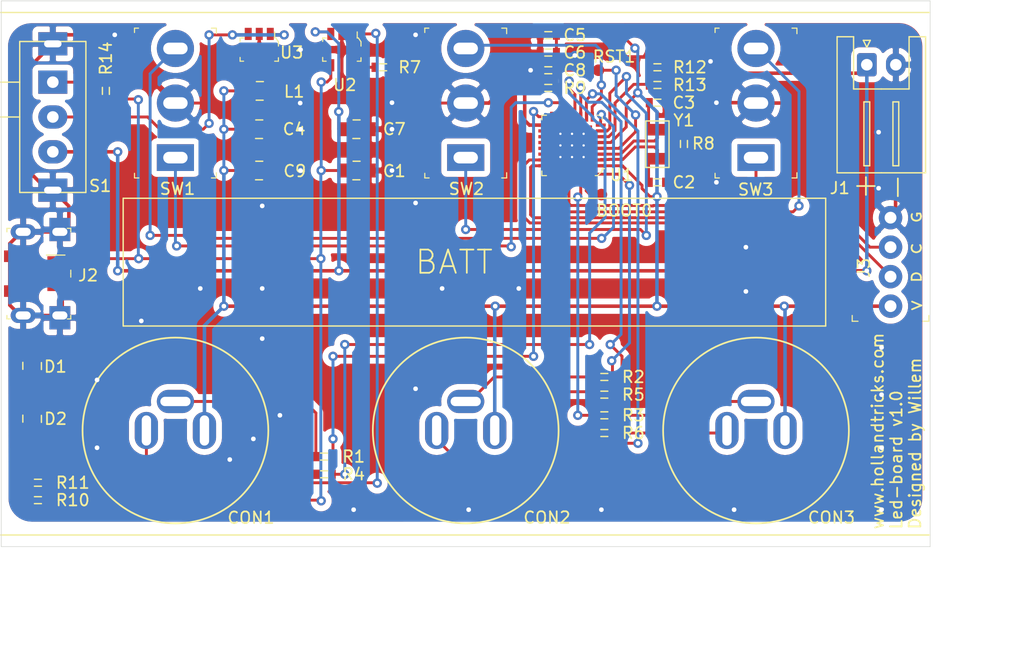
<source format=kicad_pcb>
(kicad_pcb (version 20171130) (host pcbnew "(5.1.9-0-10_14)")

  (general
    (thickness 1.6)
    (drawings 20)
    (tracks 505)
    (zones 0)
    (modules 42)
    (nets 49)
  )

  (page A4)
  (layers
    (0 F.Cu signal hide)
    (31 B.Cu signal hide)
    (32 B.Adhes user)
    (33 F.Adhes user)
    (34 B.Paste user)
    (35 F.Paste user)
    (36 B.SilkS user)
    (37 F.SilkS user)
    (38 B.Mask user)
    (39 F.Mask user)
    (40 Dwgs.User user)
    (41 Cmts.User user)
    (42 Eco1.User user)
    (43 Eco2.User user)
    (44 Edge.Cuts user)
    (45 Margin user)
    (46 B.CrtYd user)
    (47 F.CrtYd user)
    (48 B.Fab user)
    (49 F.Fab user hide)
  )

  (setup
    (last_trace_width 0.25)
    (trace_clearance 0.2)
    (zone_clearance 0.508)
    (zone_45_only no)
    (trace_min 0.2)
    (via_size 0.8)
    (via_drill 0.4)
    (via_min_size 0.4)
    (via_min_drill 0.3)
    (uvia_size 0.3)
    (uvia_drill 0.1)
    (uvias_allowed no)
    (uvia_min_size 0.2)
    (uvia_min_drill 0.1)
    (edge_width 0.05)
    (segment_width 0.2)
    (pcb_text_width 0.3)
    (pcb_text_size 1.5 1.5)
    (mod_edge_width 0.12)
    (mod_text_size 1 1)
    (mod_text_width 0.15)
    (pad_size 2 2.5)
    (pad_drill 0.6)
    (pad_to_mask_clearance 0)
    (aux_axis_origin 0 0)
    (grid_origin 14.986 -9.144)
    (visible_elements FFFFFF7F)
    (pcbplotparams
      (layerselection 0x010f0_ffffffff)
      (usegerberextensions false)
      (usegerberattributes false)
      (usegerberadvancedattributes false)
      (creategerberjobfile false)
      (excludeedgelayer true)
      (linewidth 0.100000)
      (plotframeref false)
      (viasonmask false)
      (mode 1)
      (useauxorigin false)
      (hpglpennumber 1)
      (hpglpenspeed 20)
      (hpglpendiameter 15.000000)
      (psnegative false)
      (psa4output false)
      (plotreference true)
      (plotvalue false)
      (plotinvisibletext false)
      (padsonsilk true)
      (subtractmaskfromsilk false)
      (outputformat 1)
      (mirror false)
      (drillshape 0)
      (scaleselection 1)
      (outputdirectory "gerber/"))
  )

  (net 0 "")
  (net 1 GND)
  (net 2 VBUS)
  (net 3 "Net-(C2-Pad1)")
  (net 4 "Net-(C3-Pad1)")
  (net 5 +3V3)
  (net 6 +BATT)
  (net 7 RST)
  (net 8 "Net-(CON1-Pad1)")
  (net 9 "Net-(CON1-Pad2)")
  (net 10 "Net-(CON2-Pad1)")
  (net 11 "Net-(CON2-Pad2)")
  (net 12 "Net-(CON3-Pad1)")
  (net 13 "Net-(CON3-Pad2)")
  (net 14 "Net-(D1-Pad2)")
  (net 15 "Net-(D2-Pad2)")
  (net 16 "Net-(J2-Pad2)")
  (net 17 "Net-(J2-Pad3)")
  (net 18 SWCLK)
  (net 19 SWDIO)
  (net 20 "Net-(L1-Pad1)")
  (net 21 LED1)
  (net 22 LED2)
  (net 23 LED3)
  (net 24 DET1)
  (net 25 DET2)
  (net 26 DET3)
  (net 27 "Net-(R7-Pad1)")
  (net 28 "Net-(R11-Pad2)")
  (net 29 MEAS_VBATT)
  (net 30 SWITCH12)
  (net 31 SWITCH1)
  (net 32 SWITCH22)
  (net 33 SWITCH2)
  (net 34 SWITCH32)
  (net 35 SWITCH3)
  (net 36 "Net-(U1-Pad25)")
  (net 37 "Net-(U1-Pad15)")
  (net 38 "Net-(U1-Pad18)")
  (net 39 "Net-(U1-Pad19)")
  (net 40 "Net-(U1-Pad20)")
  (net 41 "Net-(U1-Pad21)")
  (net 42 "Net-(U1-Pad22)")
  (net 43 "Net-(U1-Pad26)")
  (net 44 "Net-(R14-Pad1)")
  (net 45 +BATT_SWITCHED)
  (net 46 "Net-(U1-Pad27)")
  (net 47 "Net-(U1-Pad14)")
  (net 48 "Net-(BOOT0-Pad1)")

  (net_class Default "This is the default net class."
    (clearance 0.2)
    (trace_width 0.25)
    (via_dia 0.8)
    (via_drill 0.4)
    (uvia_dia 0.3)
    (uvia_drill 0.1)
    (add_net DET1)
    (add_net DET2)
    (add_net DET3)
    (add_net LED1)
    (add_net LED2)
    (add_net LED3)
    (add_net MEAS_VBATT)
    (add_net "Net-(BOOT0-Pad1)")
    (add_net "Net-(C2-Pad1)")
    (add_net "Net-(C3-Pad1)")
    (add_net "Net-(CON1-Pad1)")
    (add_net "Net-(CON1-Pad2)")
    (add_net "Net-(CON2-Pad1)")
    (add_net "Net-(CON2-Pad2)")
    (add_net "Net-(CON3-Pad1)")
    (add_net "Net-(CON3-Pad2)")
    (add_net "Net-(D1-Pad2)")
    (add_net "Net-(D2-Pad2)")
    (add_net "Net-(J2-Pad2)")
    (add_net "Net-(J2-Pad3)")
    (add_net "Net-(L1-Pad1)")
    (add_net "Net-(R11-Pad2)")
    (add_net "Net-(R14-Pad1)")
    (add_net "Net-(R7-Pad1)")
    (add_net "Net-(U1-Pad14)")
    (add_net "Net-(U1-Pad15)")
    (add_net "Net-(U1-Pad18)")
    (add_net "Net-(U1-Pad19)")
    (add_net "Net-(U1-Pad20)")
    (add_net "Net-(U1-Pad21)")
    (add_net "Net-(U1-Pad22)")
    (add_net "Net-(U1-Pad25)")
    (add_net "Net-(U1-Pad26)")
    (add_net "Net-(U1-Pad27)")
    (add_net RST)
    (add_net SWCLK)
    (add_net SWDIO)
    (add_net SWITCH1)
    (add_net SWITCH12)
    (add_net SWITCH2)
    (add_net SWITCH22)
    (add_net SWITCH3)
    (add_net SWITCH32)
    (add_net VBUS)
  )

  (net_class POWER ""
    (clearance 0.2)
    (trace_width 0.3048)
    (via_dia 0.8)
    (via_drill 0.4)
    (uvia_dia 0.3)
    (uvia_drill 0.1)
    (add_net +3V3)
    (add_net +BATT)
    (add_net +BATT_SWITCHED)
    (add_net GND)
  )

  (module digikey-footprints:SOT-753 (layer F.Cu) (tedit 60355E88) (tstamp 60282101)
    (at 127.254 76.708 180)
    (path /604D4EA0)
    (attr smd)
    (fp_text reference U3 (at -2.794 -0.254) (layer F.SilkS)
      (effects (font (size 1 1) (thickness 0.15)))
    )
    (fp_text value LM3671MF-3.3 (at 0.35 4.025) (layer F.Fab)
      (effects (font (size 1 1) (thickness 0.15)))
    )
    (fp_line (start -1.525 -0.875) (end 1.525 -0.875) (layer F.Fab) (width 0.1))
    (fp_line (start 1.525 -0.875) (end 1.525 0.875) (layer F.Fab) (width 0.1))
    (fp_line (start -1.525 0.625) (end -1.35 0.875) (layer F.Fab) (width 0.1))
    (fp_line (start -1.35 0.875) (end 1.525 0.875) (layer F.Fab) (width 0.1))
    (fp_line (start -1.525 0.625) (end -1.525 -0.875) (layer F.Fab) (width 0.1))
    (fp_line (start -1.65 0.675) (end -1.65 0.3) (layer F.SilkS) (width 0.1))
    (fp_line (start -1.325 1) (end -1.325 1.525) (layer F.SilkS) (width 0.1))
    (fp_line (start -1.425 1) (end -1.325 1) (layer F.SilkS) (width 0.1))
    (fp_line (start -1.65 0.675) (end -1.425 1) (layer F.SilkS) (width 0.1))
    (fp_line (start 1.65 -1) (end 1.65 -0.675) (layer F.SilkS) (width 0.1))
    (fp_line (start 1.35 -1) (end 1.65 -1) (layer F.SilkS) (width 0.1))
    (fp_line (start 1.65 1) (end 1.65 0.7) (layer F.SilkS) (width 0.1))
    (fp_line (start 1.325 1) (end 1.65 1) (layer F.SilkS) (width 0.1))
    (fp_line (start -1.65 -1) (end -1.65 -0.7) (layer F.SilkS) (width 0.1))
    (fp_line (start -1.325 -1) (end -1.65 -1) (layer F.SilkS) (width 0.1))
    (fp_line (start -1.825 -2.125) (end 1.825 -2.125) (layer F.CrtYd) (width 0.05))
    (fp_line (start 1.825 -2.125) (end 1.825 2.125) (layer F.CrtYd) (width 0.05))
    (fp_line (start 1.825 2.125) (end -1.825 2.125) (layer F.CrtYd) (width 0.05))
    (fp_line (start -1.825 2.125) (end -1.825 -2.125) (layer F.CrtYd) (width 0.05))
    (fp_text user %R (at 0 0.1) (layer F.Fab)
      (effects (font (size 0.75 0.75) (thickness 0.075)))
    )
    (pad 1 smd rect (at -0.95 1.35 180) (size 0.6 1.05) (layers F.Cu F.Paste F.Mask)
      (net 45 +BATT_SWITCHED) (solder_mask_margin 0.07))
    (pad 2 smd rect (at 0 1.35 180) (size 0.6 1.05) (layers F.Cu F.Paste F.Mask)
      (net 1 GND) (solder_mask_margin 0.07))
    (pad 3 smd rect (at 0.95 1.35 180) (size 0.6 1.05) (layers F.Cu F.Paste F.Mask)
      (net 45 +BATT_SWITCHED) (solder_mask_margin 0.07))
    (pad 4 smd rect (at 0.95 -1.35 180) (size 0.6 1.05) (layers F.Cu F.Paste F.Mask)
      (net 5 +3V3) (solder_mask_margin 0.07))
    (pad 5 smd rect (at -0.95 -1.35 180) (size 0.6 1.05) (layers F.Cu F.Paste F.Mask)
      (net 20 "Net-(L1-Pad1)") (solder_mask_margin 0.07))
    (model ${KISYS3DMOD}/Package_TO_SOT_SMD.3dshapes/SOT-553.wrl
      (at (xyz 0 0 0))
      (scale (xyz 2 2 2))
      (rotate (xyz 0 0 -90))
    )
  )

  (module digikey-footprints:0603 (layer F.Cu) (tedit 60355CB2) (tstamp 60281914)
    (at 114.046 80.264 270)
    (path /60310C7E)
    (attr smd)
    (fp_text reference R14 (at -2.794 0 270) (layer F.SilkS)
      (effects (font (size 1 1) (thickness 0.15)))
    )
    (fp_text value 0E (at 0 1.9 90) (layer F.Fab)
      (effects (font (size 1 1) (thickness 0.15)))
    )
    (fp_line (start 0.8 -0.4) (end -0.8 -0.4) (layer F.Fab) (width 0.12))
    (fp_line (start 0.8 0.4) (end 0.8 -0.4) (layer F.Fab) (width 0.12))
    (fp_line (start -0.8 0.4) (end 0.8 0.4) (layer F.Fab) (width 0.12))
    (fp_line (start -0.8 -0.4) (end -0.8 0.4) (layer F.Fab) (width 0.12))
    (fp_line (start -0.3 -0.3) (end 0.3 -0.3) (layer F.SilkS) (width 0.12))
    (fp_line (start -0.3 0.3) (end 0.3 0.3) (layer F.SilkS) (width 0.12))
    (fp_line (start -1.25 0.71) (end -1.25 -0.71) (layer F.CrtYd) (width 0.05))
    (fp_line (start 1.11 0.71) (end -1.11 0.71) (layer F.CrtYd) (width 0.05))
    (fp_line (start 1.25 -0.71) (end 1.25 0.71) (layer F.CrtYd) (width 0.05))
    (fp_line (start -1.11 -0.71) (end 1.11 -0.71) (layer F.CrtYd) (width 0.05))
    (fp_line (start -1.11 0.71) (end -1.25 0.71) (layer F.CrtYd) (width 0.05))
    (fp_line (start -1.11 -0.71) (end -1.25 -0.71) (layer F.CrtYd) (width 0.05))
    (fp_line (start 1.11 -0.71) (end 1.25 -0.71) (layer F.CrtYd) (width 0.05))
    (fp_line (start 1.11 0.71) (end 1.25 0.71) (layer F.CrtYd) (width 0.05))
    (pad 1 smd rect (at -0.7 0 270) (size 0.6 0.8) (layers F.Cu F.Paste F.Mask)
      (net 44 "Net-(R14-Pad1)"))
    (pad 2 smd rect (at 0.7 0 270) (size 0.6 0.8) (layers F.Cu F.Paste F.Mask)
      (net 2 VBUS))
    (model ${KISYS3DMOD}/Resistor_SMD.3dshapes/R_0603_1608Metric.wrl
      (at (xyz 0 0 0))
      (scale (xyz 1 1 1))
      (rotate (xyz 0 0 0))
    )
  )

  (module MySymbols:slids_switch_spdt (layer F.Cu) (tedit 60355DF9) (tstamp 60280B19)
    (at 109.474 82.512 270)
    (path /602A1158)
    (fp_text reference S1 (at 5.93842 -4.0767) (layer F.SilkS)
      (effects (font (size 1 1) (thickness 0.15)))
    )
    (fp_text value EG1218 (at 0.5 3.5 90) (layer F.Fab)
      (effects (font (size 1 1) (thickness 0.15)))
    )
    (fp_line (start -6.5 -2.85) (end -6.5 2.85) (layer F.SilkS) (width 0.12))
    (fp_line (start -6.5 2.85) (end 6.5 2.85) (layer F.SilkS) (width 0.12))
    (fp_line (start 6.5 -2.85) (end 6.5 2.85) (layer F.SilkS) (width 0.12))
    (fp_line (start 6.5 -2.85) (end -6.5 -2.85) (layer F.SilkS) (width 0.12))
    (fp_line (start -3 2.85) (end -3 6.85) (layer F.SilkS) (width 0.12))
    (fp_line (start -3 6.85) (end 0 6.85) (layer F.SilkS) (width 0.12))
    (fp_line (start 0 2.85) (end 0 6.85) (layer F.SilkS) (width 0.12))
    (pad SH thru_hole rect (at 6.3 0 270) (size 2 2.5) (drill oval 0.6 1.5) (layers *.Cu *.Mask)
      (net 1 GND))
    (pad SH thru_hole rect (at -6.3 0 270) (size 2 2.5) (drill oval 0.6 1.5) (layers *.Cu *.Mask)
      (net 1 GND))
    (pad 3 thru_hole oval (at 3 0 270) (size 2 2.5) (drill 1) (layers *.Cu *.Mask)
      (net 6 +BATT))
    (pad 2 thru_hole oval (at 0 0 270) (size 2 2.5) (drill 1) (layers *.Cu *.Mask)
      (net 45 +BATT_SWITCHED))
    (pad 1 thru_hole rect (at -3 0 270) (size 2 2.5) (drill 1) (layers *.Cu *.Mask)
      (net 44 "Net-(R14-Pad1)"))
    (model ${KISYS3DMOD}/Button_Switch_THT.3dshapes/SW_CuK_JS202011AQN_DPDT_Angled.wrl
      (offset (xyz -3.5 2 0))
      (scale (xyz 1.4 1.4 1))
      (rotate (xyz 0 0 0))
    )
  )

  (module digikey-footprints:QFN-32-1EP_5x5mm (layer F.Cu) (tedit 60356052) (tstamp 6028031E)
    (at 153.67 84.512 180)
    (path /6032319F)
    (attr smd)
    (fp_text reference U1 (at -4.79044 -2.99862) (layer F.SilkS)
      (effects (font (size 1 1) (thickness 0.15)))
    )
    (fp_text value STM32L031K6Ux (at 0 4.51) (layer F.Fab)
      (effects (font (size 1 1) (thickness 0.15)))
    )
    (fp_line (start 1.98 2.05) (end -3.02 2.05) (layer F.Fab) (width 0.1))
    (fp_line (start 1.98 -2.95) (end 1.98 2.05) (layer F.Fab) (width 0.1))
    (fp_line (start 2.08 2.15) (end 1.68 2.15) (layer F.SilkS) (width 0.1))
    (fp_line (start 2.08 1.75) (end 2.08 2.15) (layer F.SilkS) (width 0.1))
    (fp_line (start 2.08 -3.05) (end 2.08 -2.65) (layer F.SilkS) (width 0.1))
    (fp_line (start 2.08 -3.05) (end 1.68 -3.05) (layer F.SilkS) (width 0.1))
    (fp_line (start -3.12 2.15) (end -3.12 1.75) (layer F.SilkS) (width 0.1))
    (fp_line (start -2.72 2.15) (end -3.12 2.15) (layer F.SilkS) (width 0.1))
    (fp_line (start -2.62 -2.95) (end -3.02 -2.55) (layer F.Fab) (width 0.1))
    (fp_line (start -3.02 -2.55) (end -3.02 2.05) (layer F.Fab) (width 0.1))
    (fp_line (start -2.62 -2.95) (end 1.98 -2.95) (layer F.Fab) (width 0.1))
    (fp_line (start -3.12 -2.45) (end -3.32 -2.45) (layer F.SilkS) (width 0.1))
    (fp_line (start -3.12 -2.65) (end -3.12 -2.45) (layer F.SilkS) (width 0.1))
    (fp_line (start -2.72 -3.05) (end -3.12 -2.65) (layer F.SilkS) (width 0.1))
    (fp_line (start -2.52 -3.05) (end -2.72 -3.05) (layer F.SilkS) (width 0.1))
    (fp_line (start 2.61 2.68) (end -3.65 2.68) (layer F.CrtYd) (width 0.05))
    (fp_line (start 2.61 -3.58) (end -3.65 -3.58) (layer F.CrtYd) (width 0.05))
    (fp_line (start 2.61 -3.58) (end 2.61 2.68) (layer F.CrtYd) (width 0.05))
    (fp_line (start -3.65 2.68) (end -3.65 -3.58) (layer F.CrtYd) (width 0.05))
    (fp_text user %R (at -0.52 -0.45) (layer F.Fab)
      (effects (font (size 1 1) (thickness 0.15)))
    )
    (pad 32 smd rect (at -2.27 -2.925 90) (size 0.85 0.28) (layers F.Cu F.Paste F.Mask)
      (net 22 LED2) (solder_mask_margin 0.07))
    (pad 31 smd rect (at -1.77 -2.925 90) (size 0.85 0.28) (layers F.Cu F.Paste F.Mask)
      (net 48 "Net-(BOOT0-Pad1)") (solder_mask_margin 0.07))
    (pad 30 smd rect (at -1.27 -2.925 90) (size 0.85 0.28) (layers F.Cu F.Paste F.Mask)
      (net 23 LED3) (solder_mask_margin 0.07))
    (pad 29 smd rect (at -0.77 -2.925 90) (size 0.85 0.28) (layers F.Cu F.Paste F.Mask)
      (net 35 SWITCH3) (solder_mask_margin 0.07))
    (pad 28 smd rect (at -0.27 -2.925 90) (size 0.85 0.28) (layers F.Cu F.Paste F.Mask)
      (net 34 SWITCH32) (solder_mask_margin 0.07))
    (pad 27 smd rect (at 0.23 -2.925 90) (size 0.85 0.28) (layers F.Cu F.Paste F.Mask)
      (net 46 "Net-(U1-Pad27)") (solder_mask_margin 0.07))
    (pad 26 smd rect (at 0.73 -2.925 90) (size 0.85 0.28) (layers F.Cu F.Paste F.Mask)
      (net 43 "Net-(U1-Pad26)") (solder_mask_margin 0.07))
    (pad 24 smd rect (at 1.955 -2.2 90) (size 0.28 0.85) (layers F.Cu F.Paste F.Mask)
      (net 18 SWCLK) (solder_mask_margin 0.07))
    (pad 23 smd rect (at 1.955 -1.7 90) (size 0.28 0.85) (layers F.Cu F.Paste F.Mask)
      (net 19 SWDIO) (solder_mask_margin 0.07))
    (pad 22 smd rect (at 1.955 -1.2 90) (size 0.28 0.85) (layers F.Cu F.Paste F.Mask)
      (net 42 "Net-(U1-Pad22)") (solder_mask_margin 0.07))
    (pad 21 smd rect (at 1.955 -0.7 90) (size 0.28 0.85) (layers F.Cu F.Paste F.Mask)
      (net 41 "Net-(U1-Pad21)") (solder_mask_margin 0.07))
    (pad 20 smd rect (at 1.955 -0.2 90) (size 0.28 0.85) (layers F.Cu F.Paste F.Mask)
      (net 40 "Net-(U1-Pad20)") (solder_mask_margin 0.07))
    (pad 19 smd rect (at 1.955 0.3 90) (size 0.28 0.85) (layers F.Cu F.Paste F.Mask)
      (net 39 "Net-(U1-Pad19)") (solder_mask_margin 0.07))
    (pad 18 smd rect (at 1.955 0.8 90) (size 0.28 0.85) (layers F.Cu F.Paste F.Mask)
      (net 38 "Net-(U1-Pad18)") (solder_mask_margin 0.07))
    (pad 16 smd rect (at 1.23 2.025 90) (size 0.85 0.28) (layers F.Cu F.Paste F.Mask)
      (net 21 LED1) (solder_mask_margin 0.07))
    (pad 15 smd rect (at 0.73 2.025 90) (size 0.85 0.28) (layers F.Cu F.Paste F.Mask)
      (net 37 "Net-(U1-Pad15)") (solder_mask_margin 0.07))
    (pad 14 smd rect (at 0.23 2.025 90) (size 0.85 0.28) (layers F.Cu F.Paste F.Mask)
      (net 47 "Net-(U1-Pad14)") (solder_mask_margin 0.07))
    (pad 13 smd rect (at -0.27 2.025 90) (size 0.85 0.28) (layers F.Cu F.Paste F.Mask)
      (net 31 SWITCH1) (solder_mask_margin 0.07))
    (pad 12 smd rect (at -0.77 2.025 90) (size 0.85 0.28) (layers F.Cu F.Paste F.Mask)
      (net 24 DET1) (solder_mask_margin 0.07))
    (pad 11 smd rect (at -1.27 2.025 90) (size 0.85 0.28) (layers F.Cu F.Paste F.Mask)
      (net 25 DET2) (solder_mask_margin 0.07))
    (pad 10 smd rect (at -1.77 2.025 90) (size 0.85 0.28) (layers F.Cu F.Paste F.Mask)
      (net 26 DET3) (solder_mask_margin 0.07))
    (pad 8 smd rect (at -2.995 1.3 90) (size 0.28 0.85) (layers F.Cu F.Paste F.Mask)
      (net 30 SWITCH12) (solder_mask_margin 0.07))
    (pad 7 smd rect (at -2.995 0.8 90) (size 0.28 0.85) (layers F.Cu F.Paste F.Mask)
      (net 33 SWITCH2) (solder_mask_margin 0.07))
    (pad 6 smd rect (at -2.995 0.3 90) (size 0.28 0.85) (layers F.Cu F.Paste F.Mask)
      (net 29 MEAS_VBATT) (solder_mask_margin 0.07))
    (pad 5 smd rect (at -2.995 -0.2 90) (size 0.28 0.85) (layers F.Cu F.Paste F.Mask)
      (net 5 +3V3) (solder_mask_margin 0.07))
    (pad 4 smd rect (at -2.995 -0.7 90) (size 0.28 0.85) (layers F.Cu F.Paste F.Mask)
      (net 7 RST) (solder_mask_margin 0.07))
    (pad 3 smd rect (at -2.995 -1.2 90) (size 0.28 0.85) (layers F.Cu F.Paste F.Mask)
      (net 4 "Net-(C3-Pad1)") (solder_mask_margin 0.07))
    (pad 2 smd rect (at -2.995 -1.7 90) (size 0.28 0.85) (layers F.Cu F.Paste F.Mask)
      (net 3 "Net-(C2-Pad1)") (solder_mask_margin 0.07))
    (pad 1 smd rect (at -2.995 -2.2 90) (size 0.28 0.85) (layers F.Cu F.Paste F.Mask)
      (net 5 +3V3) (solder_mask_margin 0.07))
    (pad 33 thru_hole circle (at -1.52 0.55 90) (size 0.2 0.2) (drill 0.2) (layers *.Cu *.Mask)
      (net 1 GND) (solder_mask_margin 0.1))
    (pad 33 thru_hole circle (at -1.52 -0.45 90) (size 0.2 0.2) (drill 0.2) (layers *.Cu *.Mask)
      (net 1 GND) (solder_mask_margin 0.1))
    (pad 33 thru_hole circle (at -1.52 -1.45 90) (size 0.2 0.2) (drill 0.2) (layers *.Cu *.Mask)
      (net 1 GND) (solder_mask_margin 0.1))
    (pad 33 thru_hole circle (at -0.52 0.55 90) (size 0.2 0.2) (drill 0.2) (layers *.Cu *.Mask)
      (net 1 GND) (solder_mask_margin 0.1))
    (pad 33 thru_hole circle (at -0.52 -0.45 90) (size 0.2 0.2) (drill 0.2) (layers *.Cu *.Mask)
      (net 1 GND) (solder_mask_margin 0.1))
    (pad 33 thru_hole circle (at -0.52 -1.45 90) (size 0.2 0.2) (drill 0.2) (layers *.Cu *.Mask)
      (net 1 GND) (solder_mask_margin 0.1))
    (pad 33 thru_hole circle (at 0.48 0.55 90) (size 0.2 0.2) (drill 0.2) (layers *.Cu *.Mask)
      (net 1 GND) (solder_mask_margin 0.1))
    (pad 33 thru_hole circle (at 0.48 -0.45 90) (size 0.2 0.2) (drill 0.2) (layers *.Cu *.Mask)
      (net 1 GND) (solder_mask_margin 0.1))
    (pad 33 thru_hole circle (at 0.48 -1.45 90) (size 0.2 0.2) (drill 0.2) (layers *.Cu *.Mask)
      (net 1 GND) (solder_mask_margin 0.1))
    (pad 33 smd rect (at -0.52 -0.45 90) (size 3.45 3.45) (layers F.Cu F.Paste F.Mask)
      (net 1 GND))
    (pad 9 smd rect (at -2.27 2.025 90) (size 0.85 0.28) (layers F.Cu F.Paste F.Mask)
      (net 32 SWITCH22) (solder_mask_margin 0.07))
    (pad 17 smd rect (at 1.955 1.3 90) (size 0.28 0.85) (layers F.Cu F.Paste F.Mask)
      (net 5 +3V3) (solder_mask_margin 0.07))
    (pad 25 smd rect (at 1.23 -2.925 90) (size 0.85 0.28) (layers F.Cu F.Paste F.Mask)
      (net 36 "Net-(U1-Pad25)") (solder_mask_margin 0.07))
    (model ${KISYS3DMOD}/Package_DFN_QFN.3dshapes/QFN-32-1EP_5x5mm_P0.5mm_EP3.3x3.3mm.wrl
      (offset (xyz -0.5 0.5 0))
      (scale (xyz 1 1 1))
      (rotate (xyz 0 0 0))
    )
  )

  (module MySymbols:3,5mm_straight_circular (layer F.Cu) (tedit 60355876) (tstamp 6027EEB4)
    (at 170.034 109.512)
    (path /6021F7DC)
    (fp_text reference CON3 (at 6.5 7.5) (layer F.SilkS)
      (effects (font (size 1 1) (thickness 0.15)))
    )
    (fp_text value SJ1-3523N (at 0 3) (layer F.Fab)
      (effects (font (size 1 1) (thickness 0.15)))
    )
    (fp_circle (center 0 0) (end 8 0) (layer F.SilkS) (width 0.15))
    (pad 3 thru_hole oval (at 2.5 0 90) (size 3.2 2) (drill oval 2.6 0.8) (layers *.Cu *.Mask)
      (net 5 +3V3) (die_length 1))
    (pad 2 thru_hole oval (at -2.5 0 90) (size 3.2 2) (drill oval 2.6 0.8) (layers *.Cu *.Mask)
      (net 13 "Net-(CON3-Pad2)") (die_length 1))
    (pad 1 thru_hole oval (at 0 -2.5) (size 3.2 2) (drill oval 2.6 0.8) (layers *.Cu *.Mask)
      (net 12 "Net-(CON3-Pad1)") (die_length 1))
  )

  (module MySymbols:3,5mm_straight_circular locked (layer F.Cu) (tedit 60355876) (tstamp 6027EEAD)
    (at 145.034 109.512)
    (path /6021DB86)
    (fp_text reference CON2 (at 7 7.5) (layer F.SilkS)
      (effects (font (size 1 1) (thickness 0.15)))
    )
    (fp_text value SJ1-3523N (at 0 3) (layer F.Fab)
      (effects (font (size 1 1) (thickness 0.15)))
    )
    (fp_circle (center 0 0) (end 8 0) (layer F.SilkS) (width 0.15))
    (pad 3 thru_hole oval (at 2.5 0 90) (size 3.2 2) (drill oval 2.6 0.8) (layers *.Cu *.Mask)
      (net 5 +3V3) (die_length 1))
    (pad 2 thru_hole oval (at -2.5 0 90) (size 3.2 2) (drill oval 2.6 0.8) (layers *.Cu *.Mask)
      (net 11 "Net-(CON2-Pad2)") (die_length 1))
    (pad 1 thru_hole oval (at 0 -2.5) (size 3.2 2) (drill oval 2.6 0.8) (layers *.Cu *.Mask)
      (net 10 "Net-(CON2-Pad1)") (die_length 1))
  )

  (module MySymbols:3,5mm_straight_circular (layer F.Cu) (tedit 60355876) (tstamp 6027EEA6)
    (at 120.034 109.512)
    (path /6021CA8A)
    (fp_text reference CON1 (at 6.51134 7.51596) (layer F.SilkS)
      (effects (font (size 1 1) (thickness 0.15)))
    )
    (fp_text value SJ1-3523N (at 0 3) (layer F.Fab)
      (effects (font (size 1 1) (thickness 0.15)))
    )
    (fp_circle (center 0 0) (end 8 0) (layer F.SilkS) (width 0.15))
    (pad 3 thru_hole oval (at 2.5 0 90) (size 3.2 2) (drill oval 2.6 0.8) (layers *.Cu *.Mask)
      (net 5 +3V3) (die_length 1))
    (pad 2 thru_hole oval (at -2.5 0 90) (size 3.2 2) (drill oval 2.6 0.8) (layers *.Cu *.Mask)
      (net 9 "Net-(CON1-Pad2)") (die_length 1))
    (pad 1 thru_hole oval (at 0 -2.5) (size 3.2 2) (drill oval 2.6 0.8) (layers *.Cu *.Mask)
      (net 8 "Net-(CON1-Pad1)") (die_length 1))
  )

  (module digikey-footprints:0603 (layer F.Cu) (tedit 60355CB2) (tstamp 6021C071)
    (at 161.544 88.138)
    (path /603CA5B8)
    (attr smd)
    (fp_text reference C2 (at 2.286 0) (layer F.SilkS)
      (effects (font (size 1 1) (thickness 0.15)))
    )
    (fp_text value 4,3pF (at 0 1.9) (layer F.Fab)
      (effects (font (size 1 1) (thickness 0.15)))
    )
    (fp_line (start 0.8 -0.4) (end -0.8 -0.4) (layer F.Fab) (width 0.12))
    (fp_line (start 0.8 0.4) (end 0.8 -0.4) (layer F.Fab) (width 0.12))
    (fp_line (start -0.8 0.4) (end 0.8 0.4) (layer F.Fab) (width 0.12))
    (fp_line (start -0.8 -0.4) (end -0.8 0.4) (layer F.Fab) (width 0.12))
    (fp_line (start -0.3 -0.3) (end 0.3 -0.3) (layer F.SilkS) (width 0.12))
    (fp_line (start -0.3 0.3) (end 0.3 0.3) (layer F.SilkS) (width 0.12))
    (fp_line (start -1.25 0.71) (end -1.25 -0.71) (layer F.CrtYd) (width 0.05))
    (fp_line (start 1.11 0.71) (end -1.11 0.71) (layer F.CrtYd) (width 0.05))
    (fp_line (start 1.25 -0.71) (end 1.25 0.71) (layer F.CrtYd) (width 0.05))
    (fp_line (start -1.11 -0.71) (end 1.11 -0.71) (layer F.CrtYd) (width 0.05))
    (fp_line (start -1.11 0.71) (end -1.25 0.71) (layer F.CrtYd) (width 0.05))
    (fp_line (start -1.11 -0.71) (end -1.25 -0.71) (layer F.CrtYd) (width 0.05))
    (fp_line (start 1.11 -0.71) (end 1.25 -0.71) (layer F.CrtYd) (width 0.05))
    (fp_line (start 1.11 0.71) (end 1.25 0.71) (layer F.CrtYd) (width 0.05))
    (pad 1 smd rect (at -0.7 0) (size 0.6 0.8) (layers F.Cu F.Paste F.Mask)
      (net 3 "Net-(C2-Pad1)"))
    (pad 2 smd rect (at 0.7 0) (size 0.6 0.8) (layers F.Cu F.Paste F.Mask)
      (net 1 GND))
    (model ${KISYS3DMOD}/Resistor_SMD.3dshapes/R_0603_1608Metric.wrl
      (at (xyz 0 0 0))
      (scale (xyz 1 1 1))
      (rotate (xyz 0 0 0))
    )
  )

  (module digikey-footprints:0603 (layer F.Cu) (tedit 60355CB2) (tstamp 6021C085)
    (at 161.544 81.28)
    (path /603CB8C0)
    (attr smd)
    (fp_text reference C3 (at 2.286 0) (layer F.SilkS)
      (effects (font (size 1 1) (thickness 0.15)))
    )
    (fp_text value 4,3pF (at 0 1.9) (layer F.Fab)
      (effects (font (size 1 1) (thickness 0.15)))
    )
    (fp_line (start 0.8 -0.4) (end -0.8 -0.4) (layer F.Fab) (width 0.12))
    (fp_line (start 0.8 0.4) (end 0.8 -0.4) (layer F.Fab) (width 0.12))
    (fp_line (start -0.8 0.4) (end 0.8 0.4) (layer F.Fab) (width 0.12))
    (fp_line (start -0.8 -0.4) (end -0.8 0.4) (layer F.Fab) (width 0.12))
    (fp_line (start -0.3 -0.3) (end 0.3 -0.3) (layer F.SilkS) (width 0.12))
    (fp_line (start -0.3 0.3) (end 0.3 0.3) (layer F.SilkS) (width 0.12))
    (fp_line (start -1.25 0.71) (end -1.25 -0.71) (layer F.CrtYd) (width 0.05))
    (fp_line (start 1.11 0.71) (end -1.11 0.71) (layer F.CrtYd) (width 0.05))
    (fp_line (start 1.25 -0.71) (end 1.25 0.71) (layer F.CrtYd) (width 0.05))
    (fp_line (start -1.11 -0.71) (end 1.11 -0.71) (layer F.CrtYd) (width 0.05))
    (fp_line (start -1.11 0.71) (end -1.25 0.71) (layer F.CrtYd) (width 0.05))
    (fp_line (start -1.11 -0.71) (end -1.25 -0.71) (layer F.CrtYd) (width 0.05))
    (fp_line (start 1.11 -0.71) (end 1.25 -0.71) (layer F.CrtYd) (width 0.05))
    (fp_line (start 1.11 0.71) (end 1.25 0.71) (layer F.CrtYd) (width 0.05))
    (pad 1 smd rect (at -0.7 0) (size 0.6 0.8) (layers F.Cu F.Paste F.Mask)
      (net 4 "Net-(C3-Pad1)"))
    (pad 2 smd rect (at 0.7 0) (size 0.6 0.8) (layers F.Cu F.Paste F.Mask)
      (net 1 GND))
    (model ${KISYS3DMOD}/Resistor_SMD.3dshapes/R_0603_1608Metric.wrl
      (at (xyz 0 0 0))
      (scale (xyz 1 1 1))
      (rotate (xyz 0 0 0))
    )
  )

  (module digikey-footprints:0603 (layer F.Cu) (tedit 60355CB2) (tstamp 6021C0AC)
    (at 152.146 75.464 180)
    (path /603022A1)
    (attr smd)
    (fp_text reference C5 (at -2.286 0 180) (layer F.SilkS)
      (effects (font (size 1 1) (thickness 0.15)))
    )
    (fp_text value 100nF (at 0 1.9) (layer F.Fab)
      (effects (font (size 1 1) (thickness 0.15)))
    )
    (fp_line (start 0.8 -0.4) (end -0.8 -0.4) (layer F.Fab) (width 0.12))
    (fp_line (start 0.8 0.4) (end 0.8 -0.4) (layer F.Fab) (width 0.12))
    (fp_line (start -0.8 0.4) (end 0.8 0.4) (layer F.Fab) (width 0.12))
    (fp_line (start -0.8 -0.4) (end -0.8 0.4) (layer F.Fab) (width 0.12))
    (fp_line (start -0.3 -0.3) (end 0.3 -0.3) (layer F.SilkS) (width 0.12))
    (fp_line (start -0.3 0.3) (end 0.3 0.3) (layer F.SilkS) (width 0.12))
    (fp_line (start -1.25 0.71) (end -1.25 -0.71) (layer F.CrtYd) (width 0.05))
    (fp_line (start 1.11 0.71) (end -1.11 0.71) (layer F.CrtYd) (width 0.05))
    (fp_line (start 1.25 -0.71) (end 1.25 0.71) (layer F.CrtYd) (width 0.05))
    (fp_line (start -1.11 -0.71) (end 1.11 -0.71) (layer F.CrtYd) (width 0.05))
    (fp_line (start -1.11 0.71) (end -1.25 0.71) (layer F.CrtYd) (width 0.05))
    (fp_line (start -1.11 -0.71) (end -1.25 -0.71) (layer F.CrtYd) (width 0.05))
    (fp_line (start 1.11 -0.71) (end 1.25 -0.71) (layer F.CrtYd) (width 0.05))
    (fp_line (start 1.11 0.71) (end 1.25 0.71) (layer F.CrtYd) (width 0.05))
    (pad 1 smd rect (at -0.7 0 180) (size 0.6 0.8) (layers F.Cu F.Paste F.Mask)
      (net 5 +3V3))
    (pad 2 smd rect (at 0.7 0 180) (size 0.6 0.8) (layers F.Cu F.Paste F.Mask)
      (net 1 GND))
    (model ${KISYS3DMOD}/Resistor_SMD.3dshapes/R_0603_1608Metric.wrl
      (at (xyz 0 0 0))
      (scale (xyz 1 1 1))
      (rotate (xyz 0 0 0))
    )
  )

  (module digikey-footprints:0603 (layer F.Cu) (tedit 60355CB2) (tstamp 6021C0C0)
    (at 152.146 76.962 180)
    (path /603026D2)
    (attr smd)
    (fp_text reference C6 (at -2.286 0) (layer F.SilkS)
      (effects (font (size 1 1) (thickness 0.15)))
    )
    (fp_text value 100nF (at 0 1.9) (layer F.Fab)
      (effects (font (size 1 1) (thickness 0.15)))
    )
    (fp_line (start 0.8 -0.4) (end -0.8 -0.4) (layer F.Fab) (width 0.12))
    (fp_line (start 0.8 0.4) (end 0.8 -0.4) (layer F.Fab) (width 0.12))
    (fp_line (start -0.8 0.4) (end 0.8 0.4) (layer F.Fab) (width 0.12))
    (fp_line (start -0.8 -0.4) (end -0.8 0.4) (layer F.Fab) (width 0.12))
    (fp_line (start -0.3 -0.3) (end 0.3 -0.3) (layer F.SilkS) (width 0.12))
    (fp_line (start -0.3 0.3) (end 0.3 0.3) (layer F.SilkS) (width 0.12))
    (fp_line (start -1.25 0.71) (end -1.25 -0.71) (layer F.CrtYd) (width 0.05))
    (fp_line (start 1.11 0.71) (end -1.11 0.71) (layer F.CrtYd) (width 0.05))
    (fp_line (start 1.25 -0.71) (end 1.25 0.71) (layer F.CrtYd) (width 0.05))
    (fp_line (start -1.11 -0.71) (end 1.11 -0.71) (layer F.CrtYd) (width 0.05))
    (fp_line (start -1.11 0.71) (end -1.25 0.71) (layer F.CrtYd) (width 0.05))
    (fp_line (start -1.11 -0.71) (end -1.25 -0.71) (layer F.CrtYd) (width 0.05))
    (fp_line (start 1.11 -0.71) (end 1.25 -0.71) (layer F.CrtYd) (width 0.05))
    (fp_line (start 1.11 0.71) (end 1.25 0.71) (layer F.CrtYd) (width 0.05))
    (pad 1 smd rect (at -0.7 0 180) (size 0.6 0.8) (layers F.Cu F.Paste F.Mask)
      (net 5 +3V3))
    (pad 2 smd rect (at 0.7 0 180) (size 0.6 0.8) (layers F.Cu F.Paste F.Mask)
      (net 1 GND))
    (model ${KISYS3DMOD}/Resistor_SMD.3dshapes/R_0603_1608Metric.wrl
      (at (xyz 0 0 0))
      (scale (xyz 1 1 1))
      (rotate (xyz 0 0 0))
    )
  )

  (module digikey-footprints:0603 (layer F.Cu) (tedit 60355CB2) (tstamp 6021C0E7)
    (at 152.146 78.486 180)
    (path /602F7127)
    (attr smd)
    (fp_text reference C8 (at -2.286 0) (layer F.SilkS)
      (effects (font (size 1 1) (thickness 0.15)))
    )
    (fp_text value 100nF (at 0 1.9) (layer F.Fab)
      (effects (font (size 1 1) (thickness 0.15)))
    )
    (fp_line (start 0.8 -0.4) (end -0.8 -0.4) (layer F.Fab) (width 0.12))
    (fp_line (start 0.8 0.4) (end 0.8 -0.4) (layer F.Fab) (width 0.12))
    (fp_line (start -0.8 0.4) (end 0.8 0.4) (layer F.Fab) (width 0.12))
    (fp_line (start -0.8 -0.4) (end -0.8 0.4) (layer F.Fab) (width 0.12))
    (fp_line (start -0.3 -0.3) (end 0.3 -0.3) (layer F.SilkS) (width 0.12))
    (fp_line (start -0.3 0.3) (end 0.3 0.3) (layer F.SilkS) (width 0.12))
    (fp_line (start -1.25 0.71) (end -1.25 -0.71) (layer F.CrtYd) (width 0.05))
    (fp_line (start 1.11 0.71) (end -1.11 0.71) (layer F.CrtYd) (width 0.05))
    (fp_line (start 1.25 -0.71) (end 1.25 0.71) (layer F.CrtYd) (width 0.05))
    (fp_line (start -1.11 -0.71) (end 1.11 -0.71) (layer F.CrtYd) (width 0.05))
    (fp_line (start -1.11 0.71) (end -1.25 0.71) (layer F.CrtYd) (width 0.05))
    (fp_line (start -1.11 -0.71) (end -1.25 -0.71) (layer F.CrtYd) (width 0.05))
    (fp_line (start 1.11 -0.71) (end 1.25 -0.71) (layer F.CrtYd) (width 0.05))
    (fp_line (start 1.11 0.71) (end 1.25 0.71) (layer F.CrtYd) (width 0.05))
    (pad 1 smd rect (at -0.7 0 180) (size 0.6 0.8) (layers F.Cu F.Paste F.Mask)
      (net 7 RST))
    (pad 2 smd rect (at 0.7 0 180) (size 0.6 0.8) (layers F.Cu F.Paste F.Mask)
      (net 1 GND))
    (model ${KISYS3DMOD}/Resistor_SMD.3dshapes/R_0603_1608Metric.wrl
      (at (xyz 0 0 0))
      (scale (xyz 1 1 1))
      (rotate (xyz 0 0 0))
    )
  )

  (module digikey-footprints:0805 (layer F.Cu) (tedit 60355FDF) (tstamp 6021C16A)
    (at 107.69288 103.962 270)
    (path /602A57C9)
    (attr smd)
    (fp_text reference D1 (at 0.05 -2) (layer F.SilkS)
      (effects (font (size 1 1) (thickness 0.15)))
    )
    (fp_text value LED (at 0 1.95 90) (layer F.Fab)
      (effects (font (size 1 1) (thickness 0.15)))
    )
    (fp_line (start -0.95 -0.675) (end -0.95 0.675) (layer F.Fab) (width 0.12))
    (fp_line (start 0.95 -0.675) (end 0.95 0.675) (layer F.Fab) (width 0.12))
    (fp_line (start -0.95 -0.68) (end 0.95 -0.68) (layer F.Fab) (width 0.12))
    (fp_line (start -0.95 0.68) (end 0.95 0.68) (layer F.Fab) (width 0.12))
    (fp_line (start -0.3 -0.8) (end 0.3 -0.8) (layer F.SilkS) (width 0.12))
    (fp_line (start -0.32 0.8) (end 0.28 0.8) (layer F.SilkS) (width 0.12))
    (fp_line (start -1.9 0.93) (end -1.9 -0.93) (layer F.CrtYd) (width 0.05))
    (fp_line (start 1.9 0.93) (end 1.9 -0.93) (layer F.CrtYd) (width 0.05))
    (fp_line (start -1.9 -0.93) (end 1.9 -0.93) (layer F.CrtYd) (width 0.05))
    (fp_line (start -1.9 0.93) (end 1.9 0.93) (layer F.CrtYd) (width 0.05))
    (pad 1 smd rect (at -1.05 0 270) (size 1.2 1.2) (layers F.Cu F.Paste F.Mask)
      (net 1 GND))
    (pad 2 smd rect (at 1.05 0 270) (size 1.2 1.2) (layers F.Cu F.Paste F.Mask)
      (net 14 "Net-(D1-Pad2)"))
  )

  (module digikey-footprints:0805 (layer F.Cu) (tedit 60355FDF) (tstamp 6021C17A)
    (at 107.69288 108.512 270)
    (path /602A475E)
    (attr smd)
    (fp_text reference D2 (at -0.00574 -2.01988) (layer F.SilkS)
      (effects (font (size 1 1) (thickness 0.15)))
    )
    (fp_text value LED (at 0 1.95 90) (layer F.Fab)
      (effects (font (size 1 1) (thickness 0.15)))
    )
    (fp_line (start -0.95 -0.675) (end -0.95 0.675) (layer F.Fab) (width 0.12))
    (fp_line (start 0.95 -0.675) (end 0.95 0.675) (layer F.Fab) (width 0.12))
    (fp_line (start -0.95 -0.68) (end 0.95 -0.68) (layer F.Fab) (width 0.12))
    (fp_line (start -0.95 0.68) (end 0.95 0.68) (layer F.Fab) (width 0.12))
    (fp_line (start -0.3 -0.8) (end 0.3 -0.8) (layer F.SilkS) (width 0.12))
    (fp_line (start -0.32 0.8) (end 0.28 0.8) (layer F.SilkS) (width 0.12))
    (fp_line (start -1.9 0.93) (end -1.9 -0.93) (layer F.CrtYd) (width 0.05))
    (fp_line (start 1.9 0.93) (end 1.9 -0.93) (layer F.CrtYd) (width 0.05))
    (fp_line (start -1.9 -0.93) (end 1.9 -0.93) (layer F.CrtYd) (width 0.05))
    (fp_line (start -1.9 0.93) (end 1.9 0.93) (layer F.CrtYd) (width 0.05))
    (pad 1 smd rect (at -1.05 0 270) (size 1.2 1.2) (layers F.Cu F.Paste F.Mask)
      (net 1 GND))
    (pad 2 smd rect (at 1.05 0 270) (size 1.2 1.2) (layers F.Cu F.Paste F.Mask)
      (net 15 "Net-(D2-Pad2)"))
  )

  (module Connector_JST:JST_XH_S2B-XH-A_1x02_P2.50mm_Horizontal (layer F.Cu) (tedit 5C281475) (tstamp 6021C1A6)
    (at 179.578 78.012)
    (descr "JST XH series connector, S2B-XH-A (http://www.jst-mfg.com/product/pdf/eng/eXH.pdf), generated with kicad-footprint-generator")
    (tags "connector JST XH horizontal")
    (path /60232097)
    (fp_text reference J1 (at -2.32918 10.62384) (layer F.SilkS)
      (effects (font (size 1 1) (thickness 0.15)))
    )
    (fp_text value Conn_01x02_Male (at 1.25 10.4) (layer F.Fab)
      (effects (font (size 1 1) (thickness 0.15)))
    )
    (fp_line (start -2.95 -2.8) (end -2.95 9.7) (layer F.CrtYd) (width 0.05))
    (fp_line (start -2.95 9.7) (end 5.45 9.7) (layer F.CrtYd) (width 0.05))
    (fp_line (start 5.45 9.7) (end 5.45 -2.8) (layer F.CrtYd) (width 0.05))
    (fp_line (start 5.45 -2.8) (end -2.95 -2.8) (layer F.CrtYd) (width 0.05))
    (fp_line (start 1.25 9.31) (end -2.56 9.31) (layer F.SilkS) (width 0.12))
    (fp_line (start -2.56 9.31) (end -2.56 -2.41) (layer F.SilkS) (width 0.12))
    (fp_line (start -2.56 -2.41) (end -1.14 -2.41) (layer F.SilkS) (width 0.12))
    (fp_line (start -1.14 -2.41) (end -1.14 2.09) (layer F.SilkS) (width 0.12))
    (fp_line (start -1.14 2.09) (end 1.25 2.09) (layer F.SilkS) (width 0.12))
    (fp_line (start 1.25 9.31) (end 5.06 9.31) (layer F.SilkS) (width 0.12))
    (fp_line (start 5.06 9.31) (end 5.06 -2.41) (layer F.SilkS) (width 0.12))
    (fp_line (start 5.06 -2.41) (end 3.64 -2.41) (layer F.SilkS) (width 0.12))
    (fp_line (start 3.64 -2.41) (end 3.64 2.09) (layer F.SilkS) (width 0.12))
    (fp_line (start 3.64 2.09) (end 1.25 2.09) (layer F.SilkS) (width 0.12))
    (fp_line (start 1.25 9.2) (end -2.45 9.2) (layer F.Fab) (width 0.1))
    (fp_line (start -2.45 9.2) (end -2.45 -2.3) (layer F.Fab) (width 0.1))
    (fp_line (start -2.45 -2.3) (end -1.25 -2.3) (layer F.Fab) (width 0.1))
    (fp_line (start -1.25 -2.3) (end -1.25 2.2) (layer F.Fab) (width 0.1))
    (fp_line (start -1.25 2.2) (end 1.25 2.2) (layer F.Fab) (width 0.1))
    (fp_line (start 1.25 9.2) (end 4.95 9.2) (layer F.Fab) (width 0.1))
    (fp_line (start 4.95 9.2) (end 4.95 -2.3) (layer F.Fab) (width 0.1))
    (fp_line (start 4.95 -2.3) (end 3.75 -2.3) (layer F.Fab) (width 0.1))
    (fp_line (start 3.75 -2.3) (end 3.75 2.2) (layer F.Fab) (width 0.1))
    (fp_line (start 3.75 2.2) (end 1.25 2.2) (layer F.Fab) (width 0.1))
    (fp_line (start -0.25 3.2) (end -0.25 8.7) (layer F.SilkS) (width 0.12))
    (fp_line (start -0.25 8.7) (end 0.25 8.7) (layer F.SilkS) (width 0.12))
    (fp_line (start 0.25 8.7) (end 0.25 3.2) (layer F.SilkS) (width 0.12))
    (fp_line (start 0.25 3.2) (end -0.25 3.2) (layer F.SilkS) (width 0.12))
    (fp_line (start 2.25 3.2) (end 2.25 8.7) (layer F.SilkS) (width 0.12))
    (fp_line (start 2.25 8.7) (end 2.75 8.7) (layer F.SilkS) (width 0.12))
    (fp_line (start 2.75 8.7) (end 2.75 3.2) (layer F.SilkS) (width 0.12))
    (fp_line (start 2.75 3.2) (end 2.25 3.2) (layer F.SilkS) (width 0.12))
    (fp_line (start 0 -1.5) (end -0.3 -2.1) (layer F.SilkS) (width 0.12))
    (fp_line (start -0.3 -2.1) (end 0.3 -2.1) (layer F.SilkS) (width 0.12))
    (fp_line (start 0.3 -2.1) (end 0 -1.5) (layer F.SilkS) (width 0.12))
    (fp_line (start -0.625 2.2) (end 0 1.2) (layer F.Fab) (width 0.1))
    (fp_line (start 0 1.2) (end 0.625 2.2) (layer F.Fab) (width 0.1))
    (fp_text user %R (at 1.25 3.45) (layer F.Fab)
      (effects (font (size 1 1) (thickness 0.15)))
    )
    (pad 2 thru_hole oval (at 2.5 0) (size 1.7 2) (drill 1) (layers *.Cu *.Mask)
      (net 1 GND))
    (pad 1 thru_hole roundrect (at 0 0) (size 1.7 2) (drill 1) (layers *.Cu *.Mask) (roundrect_rratio 0.1470588235294118)
      (net 6 +BATT))
    (model ${KISYS3DMOD}/Connector_JST.3dshapes/JST_XH_S2B-XH-A_1x02_P2.50mm_Horizontal.wrl
      (at (xyz 0 0 0))
      (scale (xyz 1 1 1))
      (rotate (xyz 0 0 0))
    )
  )

  (module digikey-footprints:PinHeader_1x4_P2.54mm_Drill1.02mm (layer F.Cu) (tedit 5A43C936) (tstamp 6021C1DC)
    (at 181.62016 98.80346 90)
    (descr http://www.molex.com/pdm_docs/sd/022232031_sd.pdf)
    (path /6023E390)
    (fp_text reference J3 (at 3.29946 -2.29616 90) (layer F.SilkS)
      (effects (font (size 1 1) (thickness 0.15)))
    )
    (fp_text value Conn_01x04 (at 4.08 4.52 90) (layer F.Fab)
      (effects (font (size 1 1) (thickness 0.15)))
    )
    (fp_line (start 9.06 -3.42) (end 9.06 3.42) (layer F.CrtYd) (width 0.05))
    (fp_line (start 8.81 -3.17) (end 8.81 3.17) (layer F.Fab) (width 0.1))
    (fp_line (start -1.2 3.17) (end 8.81 3.17) (layer F.Fab) (width 0.1))
    (fp_line (start 9.06 3.42) (end -1.45 3.42) (layer F.CrtYd) (width 0.05))
    (fp_line (start -1.45 -3.42) (end -1.45 3.42) (layer F.CrtYd) (width 0.05))
    (fp_line (start 9.06 -3.42) (end -1.45 -3.42) (layer F.CrtYd) (width 0.05))
    (fp_line (start -1.3 -3.3) (end -1.3 -2.8) (layer F.SilkS) (width 0.1))
    (fp_line (start -1.3 -3.3) (end -0.8 -3.3) (layer F.SilkS) (width 0.1))
    (fp_line (start -1.3 3.3) (end -1.3 2.8) (layer F.SilkS) (width 0.1))
    (fp_line (start -1.3 3.3) (end -0.8 3.3) (layer F.SilkS) (width 0.1))
    (fp_line (start -1.2 -3.17) (end -1.2 3.17) (layer F.Fab) (width 0.1))
    (fp_line (start -1.2 -3.17) (end 8.81 -3.17) (layer F.Fab) (width 0.1))
    (fp_text user %R (at 4.17 0 90) (layer F.Fab)
      (effects (font (size 1 1) (thickness 0.15)))
    )
    (pad 4 thru_hole circle (at 7.62 0 90) (size 2.02 2.02) (drill 1.02) (layers *.Cu *.Mask)
      (net 1 GND))
    (pad 3 thru_hole circle (at 5.08 0 90) (size 2.02 2.02) (drill 1.02) (layers *.Cu *.Mask)
      (net 18 SWCLK))
    (pad 2 thru_hole circle (at 2.54 0 90) (size 2.02 2.02) (drill 1.02) (layers *.Cu *.Mask)
      (net 19 SWDIO))
    (pad 1 thru_hole circle (at 0 0 90) (size 2.02 2.02) (drill 1.02) (layers *.Cu *.Mask)
      (net 5 +3V3))
  )

  (module digikey-footprints:0805 (layer F.Cu) (tedit 60355FDF) (tstamp 6021C1EC)
    (at 127.288 80.264 180)
    (path /604EE10C)
    (attr smd)
    (fp_text reference L1 (at -2.97336 -0.06096 180) (layer F.SilkS)
      (effects (font (size 1 1) (thickness 0.15)))
    )
    (fp_text value 2,2uH (at 0 1.95) (layer F.Fab)
      (effects (font (size 1 1) (thickness 0.15)))
    )
    (fp_line (start -0.95 -0.675) (end -0.95 0.675) (layer F.Fab) (width 0.12))
    (fp_line (start 0.95 -0.675) (end 0.95 0.675) (layer F.Fab) (width 0.12))
    (fp_line (start -0.95 -0.68) (end 0.95 -0.68) (layer F.Fab) (width 0.12))
    (fp_line (start -0.95 0.68) (end 0.95 0.68) (layer F.Fab) (width 0.12))
    (fp_line (start -0.3 -0.8) (end 0.3 -0.8) (layer F.SilkS) (width 0.12))
    (fp_line (start -0.32 0.8) (end 0.28 0.8) (layer F.SilkS) (width 0.12))
    (fp_line (start -1.9 0.93) (end -1.9 -0.93) (layer F.CrtYd) (width 0.05))
    (fp_line (start 1.9 0.93) (end 1.9 -0.93) (layer F.CrtYd) (width 0.05))
    (fp_line (start -1.9 -0.93) (end 1.9 -0.93) (layer F.CrtYd) (width 0.05))
    (fp_line (start -1.9 0.93) (end 1.9 0.93) (layer F.CrtYd) (width 0.05))
    (pad 1 smd rect (at -1.05 0 180) (size 1.2 1.2) (layers F.Cu F.Paste F.Mask)
      (net 20 "Net-(L1-Pad1)"))
    (pad 2 smd rect (at 1.05 0 180) (size 1.2 1.2) (layers F.Cu F.Paste F.Mask)
      (net 5 +3V3))
  )

  (module digikey-footprints:0603 (layer F.Cu) (tedit 60355CB2) (tstamp 6021C200)
    (at 132.828 111.76)
    (path /6024F4D7)
    (attr smd)
    (fp_text reference R1 (at 2.554 0) (layer F.SilkS)
      (effects (font (size 1 1) (thickness 0.15)))
    )
    (fp_text value 105E (at 0 1.9) (layer F.Fab)
      (effects (font (size 1 1) (thickness 0.15)))
    )
    (fp_line (start 0.8 -0.4) (end -0.8 -0.4) (layer F.Fab) (width 0.12))
    (fp_line (start 0.8 0.4) (end 0.8 -0.4) (layer F.Fab) (width 0.12))
    (fp_line (start -0.8 0.4) (end 0.8 0.4) (layer F.Fab) (width 0.12))
    (fp_line (start -0.8 -0.4) (end -0.8 0.4) (layer F.Fab) (width 0.12))
    (fp_line (start -0.3 -0.3) (end 0.3 -0.3) (layer F.SilkS) (width 0.12))
    (fp_line (start -0.3 0.3) (end 0.3 0.3) (layer F.SilkS) (width 0.12))
    (fp_line (start -1.25 0.71) (end -1.25 -0.71) (layer F.CrtYd) (width 0.05))
    (fp_line (start 1.11 0.71) (end -1.11 0.71) (layer F.CrtYd) (width 0.05))
    (fp_line (start 1.25 -0.71) (end 1.25 0.71) (layer F.CrtYd) (width 0.05))
    (fp_line (start -1.11 -0.71) (end 1.11 -0.71) (layer F.CrtYd) (width 0.05))
    (fp_line (start -1.11 0.71) (end -1.25 0.71) (layer F.CrtYd) (width 0.05))
    (fp_line (start -1.11 -0.71) (end -1.25 -0.71) (layer F.CrtYd) (width 0.05))
    (fp_line (start 1.11 -0.71) (end 1.25 -0.71) (layer F.CrtYd) (width 0.05))
    (fp_line (start 1.11 0.71) (end 1.25 0.71) (layer F.CrtYd) (width 0.05))
    (pad 1 smd rect (at -0.7 0) (size 0.6 0.8) (layers F.Cu F.Paste F.Mask)
      (net 8 "Net-(CON1-Pad1)"))
    (pad 2 smd rect (at 0.7 0) (size 0.6 0.8) (layers F.Cu F.Paste F.Mask)
      (net 21 LED1))
    (model ${KISYS3DMOD}/Resistor_SMD.3dshapes/R_0603_1608Metric.wrl
      (at (xyz 0 0 0))
      (scale (xyz 1 1 1))
      (rotate (xyz 0 0 0))
    )
  )

  (module digikey-footprints:0603 (layer F.Cu) (tedit 60355CB2) (tstamp 6021C214)
    (at 156.972 104.902 180)
    (path /6024E7D0)
    (attr smd)
    (fp_text reference R2 (at -2.5 0) (layer F.SilkS)
      (effects (font (size 1 1) (thickness 0.15)))
    )
    (fp_text value 105E (at 0 1.9) (layer F.Fab)
      (effects (font (size 1 1) (thickness 0.15)))
    )
    (fp_line (start 0.8 -0.4) (end -0.8 -0.4) (layer F.Fab) (width 0.12))
    (fp_line (start 0.8 0.4) (end 0.8 -0.4) (layer F.Fab) (width 0.12))
    (fp_line (start -0.8 0.4) (end 0.8 0.4) (layer F.Fab) (width 0.12))
    (fp_line (start -0.8 -0.4) (end -0.8 0.4) (layer F.Fab) (width 0.12))
    (fp_line (start -0.3 -0.3) (end 0.3 -0.3) (layer F.SilkS) (width 0.12))
    (fp_line (start -0.3 0.3) (end 0.3 0.3) (layer F.SilkS) (width 0.12))
    (fp_line (start -1.25 0.71) (end -1.25 -0.71) (layer F.CrtYd) (width 0.05))
    (fp_line (start 1.11 0.71) (end -1.11 0.71) (layer F.CrtYd) (width 0.05))
    (fp_line (start 1.25 -0.71) (end 1.25 0.71) (layer F.CrtYd) (width 0.05))
    (fp_line (start -1.11 -0.71) (end 1.11 -0.71) (layer F.CrtYd) (width 0.05))
    (fp_line (start -1.11 0.71) (end -1.25 0.71) (layer F.CrtYd) (width 0.05))
    (fp_line (start -1.11 -0.71) (end -1.25 -0.71) (layer F.CrtYd) (width 0.05))
    (fp_line (start 1.11 -0.71) (end 1.25 -0.71) (layer F.CrtYd) (width 0.05))
    (fp_line (start 1.11 0.71) (end 1.25 0.71) (layer F.CrtYd) (width 0.05))
    (pad 1 smd rect (at -0.7 0 180) (size 0.6 0.8) (layers F.Cu F.Paste F.Mask)
      (net 22 LED2))
    (pad 2 smd rect (at 0.7 0 180) (size 0.6 0.8) (layers F.Cu F.Paste F.Mask)
      (net 10 "Net-(CON2-Pad1)"))
    (model ${KISYS3DMOD}/Resistor_SMD.3dshapes/R_0603_1608Metric.wrl
      (at (xyz 0 0 0))
      (scale (xyz 1 1 1))
      (rotate (xyz 0 0 0))
    )
  )

  (module digikey-footprints:0603 (layer F.Cu) (tedit 60355CB2) (tstamp 6021C228)
    (at 156.972 108.204 180)
    (path /6024FF14)
    (attr smd)
    (fp_text reference R3 (at -2.5 0) (layer F.SilkS)
      (effects (font (size 1 1) (thickness 0.15)))
    )
    (fp_text value 105E (at 0 1.9) (layer F.Fab)
      (effects (font (size 1 1) (thickness 0.15)))
    )
    (fp_line (start 0.8 -0.4) (end -0.8 -0.4) (layer F.Fab) (width 0.12))
    (fp_line (start 0.8 0.4) (end 0.8 -0.4) (layer F.Fab) (width 0.12))
    (fp_line (start -0.8 0.4) (end 0.8 0.4) (layer F.Fab) (width 0.12))
    (fp_line (start -0.8 -0.4) (end -0.8 0.4) (layer F.Fab) (width 0.12))
    (fp_line (start -0.3 -0.3) (end 0.3 -0.3) (layer F.SilkS) (width 0.12))
    (fp_line (start -0.3 0.3) (end 0.3 0.3) (layer F.SilkS) (width 0.12))
    (fp_line (start -1.25 0.71) (end -1.25 -0.71) (layer F.CrtYd) (width 0.05))
    (fp_line (start 1.11 0.71) (end -1.11 0.71) (layer F.CrtYd) (width 0.05))
    (fp_line (start 1.25 -0.71) (end 1.25 0.71) (layer F.CrtYd) (width 0.05))
    (fp_line (start -1.11 -0.71) (end 1.11 -0.71) (layer F.CrtYd) (width 0.05))
    (fp_line (start -1.11 0.71) (end -1.25 0.71) (layer F.CrtYd) (width 0.05))
    (fp_line (start -1.11 -0.71) (end -1.25 -0.71) (layer F.CrtYd) (width 0.05))
    (fp_line (start 1.11 -0.71) (end 1.25 -0.71) (layer F.CrtYd) (width 0.05))
    (fp_line (start 1.11 0.71) (end 1.25 0.71) (layer F.CrtYd) (width 0.05))
    (pad 1 smd rect (at -0.7 0 180) (size 0.6 0.8) (layers F.Cu F.Paste F.Mask)
      (net 12 "Net-(CON3-Pad1)"))
    (pad 2 smd rect (at 0.7 0 180) (size 0.6 0.8) (layers F.Cu F.Paste F.Mask)
      (net 23 LED3))
    (model ${KISYS3DMOD}/Resistor_SMD.3dshapes/R_0603_1608Metric.wrl
      (at (xyz 0 0 0))
      (scale (xyz 1 1 1))
      (rotate (xyz 0 0 0))
    )
  )

  (module digikey-footprints:0603 (layer F.Cu) (tedit 60355CB2) (tstamp 6021C23C)
    (at 132.842 113.284)
    (path /6025E6DF)
    (attr smd)
    (fp_text reference R4 (at 2.54 0) (layer F.SilkS)
      (effects (font (size 1 1) (thickness 0.15)))
    )
    (fp_text value 10K (at 0 1.9) (layer F.Fab)
      (effects (font (size 1 1) (thickness 0.15)))
    )
    (fp_line (start 0.8 -0.4) (end -0.8 -0.4) (layer F.Fab) (width 0.12))
    (fp_line (start 0.8 0.4) (end 0.8 -0.4) (layer F.Fab) (width 0.12))
    (fp_line (start -0.8 0.4) (end 0.8 0.4) (layer F.Fab) (width 0.12))
    (fp_line (start -0.8 -0.4) (end -0.8 0.4) (layer F.Fab) (width 0.12))
    (fp_line (start -0.3 -0.3) (end 0.3 -0.3) (layer F.SilkS) (width 0.12))
    (fp_line (start -0.3 0.3) (end 0.3 0.3) (layer F.SilkS) (width 0.12))
    (fp_line (start -1.25 0.71) (end -1.25 -0.71) (layer F.CrtYd) (width 0.05))
    (fp_line (start 1.11 0.71) (end -1.11 0.71) (layer F.CrtYd) (width 0.05))
    (fp_line (start 1.25 -0.71) (end 1.25 0.71) (layer F.CrtYd) (width 0.05))
    (fp_line (start -1.11 -0.71) (end 1.11 -0.71) (layer F.CrtYd) (width 0.05))
    (fp_line (start -1.11 0.71) (end -1.25 0.71) (layer F.CrtYd) (width 0.05))
    (fp_line (start -1.11 -0.71) (end -1.25 -0.71) (layer F.CrtYd) (width 0.05))
    (fp_line (start 1.11 -0.71) (end 1.25 -0.71) (layer F.CrtYd) (width 0.05))
    (fp_line (start 1.11 0.71) (end 1.25 0.71) (layer F.CrtYd) (width 0.05))
    (pad 1 smd rect (at -0.7 0) (size 0.6 0.8) (layers F.Cu F.Paste F.Mask)
      (net 9 "Net-(CON1-Pad2)"))
    (pad 2 smd rect (at 0.7 0) (size 0.6 0.8) (layers F.Cu F.Paste F.Mask)
      (net 24 DET1))
    (model ${KISYS3DMOD}/Resistor_SMD.3dshapes/R_0603_1608Metric.wrl
      (at (xyz 0 0 0))
      (scale (xyz 1 1 1))
      (rotate (xyz 0 0 0))
    )
  )

  (module digikey-footprints:0603 (layer F.Cu) (tedit 60355CB2) (tstamp 6021C250)
    (at 156.972 106.426)
    (path /6025DA85)
    (attr smd)
    (fp_text reference R5 (at 2.5 0) (layer F.SilkS)
      (effects (font (size 1 1) (thickness 0.15)))
    )
    (fp_text value 10K (at 0 1.9) (layer F.Fab)
      (effects (font (size 1 1) (thickness 0.15)))
    )
    (fp_line (start 0.8 -0.4) (end -0.8 -0.4) (layer F.Fab) (width 0.12))
    (fp_line (start 0.8 0.4) (end 0.8 -0.4) (layer F.Fab) (width 0.12))
    (fp_line (start -0.8 0.4) (end 0.8 0.4) (layer F.Fab) (width 0.12))
    (fp_line (start -0.8 -0.4) (end -0.8 0.4) (layer F.Fab) (width 0.12))
    (fp_line (start -0.3 -0.3) (end 0.3 -0.3) (layer F.SilkS) (width 0.12))
    (fp_line (start -0.3 0.3) (end 0.3 0.3) (layer F.SilkS) (width 0.12))
    (fp_line (start -1.25 0.71) (end -1.25 -0.71) (layer F.CrtYd) (width 0.05))
    (fp_line (start 1.11 0.71) (end -1.11 0.71) (layer F.CrtYd) (width 0.05))
    (fp_line (start 1.25 -0.71) (end 1.25 0.71) (layer F.CrtYd) (width 0.05))
    (fp_line (start -1.11 -0.71) (end 1.11 -0.71) (layer F.CrtYd) (width 0.05))
    (fp_line (start -1.11 0.71) (end -1.25 0.71) (layer F.CrtYd) (width 0.05))
    (fp_line (start -1.11 -0.71) (end -1.25 -0.71) (layer F.CrtYd) (width 0.05))
    (fp_line (start 1.11 -0.71) (end 1.25 -0.71) (layer F.CrtYd) (width 0.05))
    (fp_line (start 1.11 0.71) (end 1.25 0.71) (layer F.CrtYd) (width 0.05))
    (pad 1 smd rect (at -0.7 0) (size 0.6 0.8) (layers F.Cu F.Paste F.Mask)
      (net 11 "Net-(CON2-Pad2)"))
    (pad 2 smd rect (at 0.7 0) (size 0.6 0.8) (layers F.Cu F.Paste F.Mask)
      (net 25 DET2))
    (model ${KISYS3DMOD}/Resistor_SMD.3dshapes/R_0603_1608Metric.wrl
      (at (xyz 0 0 0))
      (scale (xyz 1 1 1))
      (rotate (xyz 0 0 0))
    )
  )

  (module digikey-footprints:0603 (layer F.Cu) (tedit 60355CB2) (tstamp 6021C264)
    (at 156.972 109.728 180)
    (path /6025CE8E)
    (attr smd)
    (fp_text reference R6 (at -2.5 0) (layer F.SilkS)
      (effects (font (size 1 1) (thickness 0.15)))
    )
    (fp_text value 10K (at 0 1.9) (layer F.Fab)
      (effects (font (size 1 1) (thickness 0.15)))
    )
    (fp_line (start 0.8 -0.4) (end -0.8 -0.4) (layer F.Fab) (width 0.12))
    (fp_line (start 0.8 0.4) (end 0.8 -0.4) (layer F.Fab) (width 0.12))
    (fp_line (start -0.8 0.4) (end 0.8 0.4) (layer F.Fab) (width 0.12))
    (fp_line (start -0.8 -0.4) (end -0.8 0.4) (layer F.Fab) (width 0.12))
    (fp_line (start -0.3 -0.3) (end 0.3 -0.3) (layer F.SilkS) (width 0.12))
    (fp_line (start -0.3 0.3) (end 0.3 0.3) (layer F.SilkS) (width 0.12))
    (fp_line (start -1.25 0.71) (end -1.25 -0.71) (layer F.CrtYd) (width 0.05))
    (fp_line (start 1.11 0.71) (end -1.11 0.71) (layer F.CrtYd) (width 0.05))
    (fp_line (start 1.25 -0.71) (end 1.25 0.71) (layer F.CrtYd) (width 0.05))
    (fp_line (start -1.11 -0.71) (end 1.11 -0.71) (layer F.CrtYd) (width 0.05))
    (fp_line (start -1.11 0.71) (end -1.25 0.71) (layer F.CrtYd) (width 0.05))
    (fp_line (start -1.11 -0.71) (end -1.25 -0.71) (layer F.CrtYd) (width 0.05))
    (fp_line (start 1.11 -0.71) (end 1.25 -0.71) (layer F.CrtYd) (width 0.05))
    (fp_line (start 1.11 0.71) (end 1.25 0.71) (layer F.CrtYd) (width 0.05))
    (pad 1 smd rect (at -0.7 0 180) (size 0.6 0.8) (layers F.Cu F.Paste F.Mask)
      (net 13 "Net-(CON3-Pad2)"))
    (pad 2 smd rect (at 0.7 0 180) (size 0.6 0.8) (layers F.Cu F.Paste F.Mask)
      (net 26 DET3))
    (model ${KISYS3DMOD}/Resistor_SMD.3dshapes/R_0603_1608Metric.wrl
      (at (xyz 0 0 0))
      (scale (xyz 1 1 1))
      (rotate (xyz 0 0 0))
    )
  )

  (module digikey-footprints:0603 (layer F.Cu) (tedit 60355CB2) (tstamp 6021C278)
    (at 137.922 78.232)
    (path /60299759)
    (attr smd)
    (fp_text reference R7 (at 2.286 0) (layer F.SilkS)
      (effects (font (size 1 1) (thickness 0.15)))
    )
    (fp_text value 10K (at 0 1.9) (layer F.Fab)
      (effects (font (size 1 1) (thickness 0.15)))
    )
    (fp_line (start 0.8 -0.4) (end -0.8 -0.4) (layer F.Fab) (width 0.12))
    (fp_line (start 0.8 0.4) (end 0.8 -0.4) (layer F.Fab) (width 0.12))
    (fp_line (start -0.8 0.4) (end 0.8 0.4) (layer F.Fab) (width 0.12))
    (fp_line (start -0.8 -0.4) (end -0.8 0.4) (layer F.Fab) (width 0.12))
    (fp_line (start -0.3 -0.3) (end 0.3 -0.3) (layer F.SilkS) (width 0.12))
    (fp_line (start -0.3 0.3) (end 0.3 0.3) (layer F.SilkS) (width 0.12))
    (fp_line (start -1.25 0.71) (end -1.25 -0.71) (layer F.CrtYd) (width 0.05))
    (fp_line (start 1.11 0.71) (end -1.11 0.71) (layer F.CrtYd) (width 0.05))
    (fp_line (start 1.25 -0.71) (end 1.25 0.71) (layer F.CrtYd) (width 0.05))
    (fp_line (start -1.11 -0.71) (end 1.11 -0.71) (layer F.CrtYd) (width 0.05))
    (fp_line (start -1.11 0.71) (end -1.25 0.71) (layer F.CrtYd) (width 0.05))
    (fp_line (start -1.11 -0.71) (end -1.25 -0.71) (layer F.CrtYd) (width 0.05))
    (fp_line (start 1.11 -0.71) (end 1.25 -0.71) (layer F.CrtYd) (width 0.05))
    (fp_line (start 1.11 0.71) (end 1.25 0.71) (layer F.CrtYd) (width 0.05))
    (pad 1 smd rect (at -0.7 0) (size 0.6 0.8) (layers F.Cu F.Paste F.Mask)
      (net 27 "Net-(R7-Pad1)"))
    (pad 2 smd rect (at 0.7 0) (size 0.6 0.8) (layers F.Cu F.Paste F.Mask)
      (net 1 GND))
    (model ${KISYS3DMOD}/Resistor_SMD.3dshapes/R_0603_1608Metric.wrl
      (at (xyz 0 0 0))
      (scale (xyz 1 1 1))
      (rotate (xyz 0 0 0))
    )
  )

  (module digikey-footprints:0603 (layer F.Cu) (tedit 60355CB2) (tstamp 6021C28C)
    (at 163.83 84.836 90)
    (path /603F8E75)
    (attr smd)
    (fp_text reference R8 (at 0.0381 1.67894) (layer F.SilkS)
      (effects (font (size 1 1) (thickness 0.15)))
    )
    (fp_text value 1M (at 0 1.9 90) (layer F.Fab)
      (effects (font (size 1 1) (thickness 0.15)))
    )
    (fp_line (start 0.8 -0.4) (end -0.8 -0.4) (layer F.Fab) (width 0.12))
    (fp_line (start 0.8 0.4) (end 0.8 -0.4) (layer F.Fab) (width 0.12))
    (fp_line (start -0.8 0.4) (end 0.8 0.4) (layer F.Fab) (width 0.12))
    (fp_line (start -0.8 -0.4) (end -0.8 0.4) (layer F.Fab) (width 0.12))
    (fp_line (start -0.3 -0.3) (end 0.3 -0.3) (layer F.SilkS) (width 0.12))
    (fp_line (start -0.3 0.3) (end 0.3 0.3) (layer F.SilkS) (width 0.12))
    (fp_line (start -1.25 0.71) (end -1.25 -0.71) (layer F.CrtYd) (width 0.05))
    (fp_line (start 1.11 0.71) (end -1.11 0.71) (layer F.CrtYd) (width 0.05))
    (fp_line (start 1.25 -0.71) (end 1.25 0.71) (layer F.CrtYd) (width 0.05))
    (fp_line (start -1.11 -0.71) (end 1.11 -0.71) (layer F.CrtYd) (width 0.05))
    (fp_line (start -1.11 0.71) (end -1.25 0.71) (layer F.CrtYd) (width 0.05))
    (fp_line (start -1.11 -0.71) (end -1.25 -0.71) (layer F.CrtYd) (width 0.05))
    (fp_line (start 1.11 -0.71) (end 1.25 -0.71) (layer F.CrtYd) (width 0.05))
    (fp_line (start 1.11 0.71) (end 1.25 0.71) (layer F.CrtYd) (width 0.05))
    (pad 1 smd rect (at -0.7 0 90) (size 0.6 0.8) (layers F.Cu F.Paste F.Mask)
      (net 3 "Net-(C2-Pad1)"))
    (pad 2 smd rect (at 0.7 0 90) (size 0.6 0.8) (layers F.Cu F.Paste F.Mask)
      (net 4 "Net-(C3-Pad1)"))
    (model ${KISYS3DMOD}/Resistor_SMD.3dshapes/R_0603_1608Metric.wrl
      (at (xyz 0 0 0))
      (scale (xyz 1 1 1))
      (rotate (xyz 0 0 0))
    )
  )

  (module digikey-footprints:0603 (layer F.Cu) (tedit 60355CB2) (tstamp 6021C2A0)
    (at 152.146 80.01)
    (path /602E1D33)
    (attr smd)
    (fp_text reference R9 (at 2.286 0) (layer F.SilkS)
      (effects (font (size 1 1) (thickness 0.15)))
    )
    (fp_text value 1K (at 0 1.9) (layer F.Fab)
      (effects (font (size 1 1) (thickness 0.15)))
    )
    (fp_line (start 0.8 -0.4) (end -0.8 -0.4) (layer F.Fab) (width 0.12))
    (fp_line (start 0.8 0.4) (end 0.8 -0.4) (layer F.Fab) (width 0.12))
    (fp_line (start -0.8 0.4) (end 0.8 0.4) (layer F.Fab) (width 0.12))
    (fp_line (start -0.8 -0.4) (end -0.8 0.4) (layer F.Fab) (width 0.12))
    (fp_line (start -0.3 -0.3) (end 0.3 -0.3) (layer F.SilkS) (width 0.12))
    (fp_line (start -0.3 0.3) (end 0.3 0.3) (layer F.SilkS) (width 0.12))
    (fp_line (start -1.25 0.71) (end -1.25 -0.71) (layer F.CrtYd) (width 0.05))
    (fp_line (start 1.11 0.71) (end -1.11 0.71) (layer F.CrtYd) (width 0.05))
    (fp_line (start 1.25 -0.71) (end 1.25 0.71) (layer F.CrtYd) (width 0.05))
    (fp_line (start -1.11 -0.71) (end 1.11 -0.71) (layer F.CrtYd) (width 0.05))
    (fp_line (start -1.11 0.71) (end -1.25 0.71) (layer F.CrtYd) (width 0.05))
    (fp_line (start -1.11 -0.71) (end -1.25 -0.71) (layer F.CrtYd) (width 0.05))
    (fp_line (start 1.11 -0.71) (end 1.25 -0.71) (layer F.CrtYd) (width 0.05))
    (fp_line (start 1.11 0.71) (end 1.25 0.71) (layer F.CrtYd) (width 0.05))
    (pad 1 smd rect (at -0.7 0) (size 0.6 0.8) (layers F.Cu F.Paste F.Mask)
      (net 5 +3V3))
    (pad 2 smd rect (at 0.7 0) (size 0.6 0.8) (layers F.Cu F.Paste F.Mask)
      (net 7 RST))
    (model ${KISYS3DMOD}/Resistor_SMD.3dshapes/R_0603_1608Metric.wrl
      (at (xyz 0 0 0))
      (scale (xyz 1 1 1))
      (rotate (xyz 0 0 0))
    )
  )

  (module digikey-footprints:0603 (layer F.Cu) (tedit 60355CB2) (tstamp 6021C2B4)
    (at 108.19288 115.512)
    (path /602AE2E0)
    (attr smd)
    (fp_text reference R10 (at 3 0) (layer F.SilkS)
      (effects (font (size 1 1) (thickness 0.15)))
    )
    (fp_text value 470E (at 0 1.9) (layer F.Fab)
      (effects (font (size 1 1) (thickness 0.15)))
    )
    (fp_line (start 0.8 -0.4) (end -0.8 -0.4) (layer F.Fab) (width 0.12))
    (fp_line (start 0.8 0.4) (end 0.8 -0.4) (layer F.Fab) (width 0.12))
    (fp_line (start -0.8 0.4) (end 0.8 0.4) (layer F.Fab) (width 0.12))
    (fp_line (start -0.8 -0.4) (end -0.8 0.4) (layer F.Fab) (width 0.12))
    (fp_line (start -0.3 -0.3) (end 0.3 -0.3) (layer F.SilkS) (width 0.12))
    (fp_line (start -0.3 0.3) (end 0.3 0.3) (layer F.SilkS) (width 0.12))
    (fp_line (start -1.25 0.71) (end -1.25 -0.71) (layer F.CrtYd) (width 0.05))
    (fp_line (start 1.11 0.71) (end -1.11 0.71) (layer F.CrtYd) (width 0.05))
    (fp_line (start 1.25 -0.71) (end 1.25 0.71) (layer F.CrtYd) (width 0.05))
    (fp_line (start -1.11 -0.71) (end 1.11 -0.71) (layer F.CrtYd) (width 0.05))
    (fp_line (start -1.11 0.71) (end -1.25 0.71) (layer F.CrtYd) (width 0.05))
    (fp_line (start -1.11 -0.71) (end -1.25 -0.71) (layer F.CrtYd) (width 0.05))
    (fp_line (start 1.11 -0.71) (end 1.25 -0.71) (layer F.CrtYd) (width 0.05))
    (fp_line (start 1.11 0.71) (end 1.25 0.71) (layer F.CrtYd) (width 0.05))
    (pad 1 smd rect (at -0.7 0) (size 0.6 0.8) (layers F.Cu F.Paste F.Mask)
      (net 14 "Net-(D1-Pad2)"))
    (pad 2 smd rect (at 0.7 0) (size 0.6 0.8) (layers F.Cu F.Paste F.Mask)
      (net 2 VBUS))
    (model ${KISYS3DMOD}/Resistor_SMD.3dshapes/R_0603_1608Metric.wrl
      (at (xyz 0 0 0))
      (scale (xyz 1 1 1))
      (rotate (xyz 0 0 0))
    )
  )

  (module digikey-footprints:0603 (layer F.Cu) (tedit 60355CB2) (tstamp 6021C2C8)
    (at 108.19288 114.012)
    (path /602AF25A)
    (attr smd)
    (fp_text reference R11 (at 3 0) (layer F.SilkS)
      (effects (font (size 1 1) (thickness 0.15)))
    )
    (fp_text value 1K (at 0 1.9) (layer F.Fab)
      (effects (font (size 1 1) (thickness 0.15)))
    )
    (fp_line (start 0.8 -0.4) (end -0.8 -0.4) (layer F.Fab) (width 0.12))
    (fp_line (start 0.8 0.4) (end 0.8 -0.4) (layer F.Fab) (width 0.12))
    (fp_line (start -0.8 0.4) (end 0.8 0.4) (layer F.Fab) (width 0.12))
    (fp_line (start -0.8 -0.4) (end -0.8 0.4) (layer F.Fab) (width 0.12))
    (fp_line (start -0.3 -0.3) (end 0.3 -0.3) (layer F.SilkS) (width 0.12))
    (fp_line (start -0.3 0.3) (end 0.3 0.3) (layer F.SilkS) (width 0.12))
    (fp_line (start -1.25 0.71) (end -1.25 -0.71) (layer F.CrtYd) (width 0.05))
    (fp_line (start 1.11 0.71) (end -1.11 0.71) (layer F.CrtYd) (width 0.05))
    (fp_line (start 1.25 -0.71) (end 1.25 0.71) (layer F.CrtYd) (width 0.05))
    (fp_line (start -1.11 -0.71) (end 1.11 -0.71) (layer F.CrtYd) (width 0.05))
    (fp_line (start -1.11 0.71) (end -1.25 0.71) (layer F.CrtYd) (width 0.05))
    (fp_line (start -1.11 -0.71) (end -1.25 -0.71) (layer F.CrtYd) (width 0.05))
    (fp_line (start 1.11 -0.71) (end 1.25 -0.71) (layer F.CrtYd) (width 0.05))
    (fp_line (start 1.11 0.71) (end 1.25 0.71) (layer F.CrtYd) (width 0.05))
    (pad 1 smd rect (at -0.7 0) (size 0.6 0.8) (layers F.Cu F.Paste F.Mask)
      (net 15 "Net-(D2-Pad2)"))
    (pad 2 smd rect (at 0.7 0) (size 0.6 0.8) (layers F.Cu F.Paste F.Mask)
      (net 28 "Net-(R11-Pad2)"))
    (model ${KISYS3DMOD}/Resistor_SMD.3dshapes/R_0603_1608Metric.wrl
      (at (xyz 0 0 0))
      (scale (xyz 1 1 1))
      (rotate (xyz 0 0 0))
    )
  )

  (module digikey-footprints:0603 (layer F.Cu) (tedit 60355CB2) (tstamp 6021C2DC)
    (at 161.544 78.232 180)
    (path /6040529B)
    (attr smd)
    (fp_text reference R12 (at -2.794 0) (layer F.SilkS)
      (effects (font (size 1 1) (thickness 0.15)))
    )
    (fp_text value 200K (at 0 1.9) (layer F.Fab)
      (effects (font (size 1 1) (thickness 0.15)))
    )
    (fp_line (start 0.8 -0.4) (end -0.8 -0.4) (layer F.Fab) (width 0.12))
    (fp_line (start 0.8 0.4) (end 0.8 -0.4) (layer F.Fab) (width 0.12))
    (fp_line (start -0.8 0.4) (end 0.8 0.4) (layer F.Fab) (width 0.12))
    (fp_line (start -0.8 -0.4) (end -0.8 0.4) (layer F.Fab) (width 0.12))
    (fp_line (start -0.3 -0.3) (end 0.3 -0.3) (layer F.SilkS) (width 0.12))
    (fp_line (start -0.3 0.3) (end 0.3 0.3) (layer F.SilkS) (width 0.12))
    (fp_line (start -1.25 0.71) (end -1.25 -0.71) (layer F.CrtYd) (width 0.05))
    (fp_line (start 1.11 0.71) (end -1.11 0.71) (layer F.CrtYd) (width 0.05))
    (fp_line (start 1.25 -0.71) (end 1.25 0.71) (layer F.CrtYd) (width 0.05))
    (fp_line (start -1.11 -0.71) (end 1.11 -0.71) (layer F.CrtYd) (width 0.05))
    (fp_line (start -1.11 0.71) (end -1.25 0.71) (layer F.CrtYd) (width 0.05))
    (fp_line (start -1.11 -0.71) (end -1.25 -0.71) (layer F.CrtYd) (width 0.05))
    (fp_line (start 1.11 -0.71) (end 1.25 -0.71) (layer F.CrtYd) (width 0.05))
    (fp_line (start 1.11 0.71) (end 1.25 0.71) (layer F.CrtYd) (width 0.05))
    (pad 1 smd rect (at -0.7 0 180) (size 0.6 0.8) (layers F.Cu F.Paste F.Mask)
      (net 6 +BATT))
    (pad 2 smd rect (at 0.7 0 180) (size 0.6 0.8) (layers F.Cu F.Paste F.Mask)
      (net 29 MEAS_VBATT))
    (model ${KISYS3DMOD}/Resistor_SMD.3dshapes/R_0603_1608Metric.wrl
      (at (xyz 0 0 0))
      (scale (xyz 1 1 1))
      (rotate (xyz 0 0 0))
    )
  )

  (module digikey-footprints:0603 (layer F.Cu) (tedit 60355CB2) (tstamp 6021C2F0)
    (at 161.544 79.756)
    (path /60403C7A)
    (attr smd)
    (fp_text reference R13 (at 2.794 0) (layer F.SilkS)
      (effects (font (size 1 1) (thickness 0.15)))
    )
    (fp_text value 100K (at 0 1.9) (layer F.Fab)
      (effects (font (size 1 1) (thickness 0.15)))
    )
    (fp_line (start 0.8 -0.4) (end -0.8 -0.4) (layer F.Fab) (width 0.12))
    (fp_line (start 0.8 0.4) (end 0.8 -0.4) (layer F.Fab) (width 0.12))
    (fp_line (start -0.8 0.4) (end 0.8 0.4) (layer F.Fab) (width 0.12))
    (fp_line (start -0.8 -0.4) (end -0.8 0.4) (layer F.Fab) (width 0.12))
    (fp_line (start -0.3 -0.3) (end 0.3 -0.3) (layer F.SilkS) (width 0.12))
    (fp_line (start -0.3 0.3) (end 0.3 0.3) (layer F.SilkS) (width 0.12))
    (fp_line (start -1.25 0.71) (end -1.25 -0.71) (layer F.CrtYd) (width 0.05))
    (fp_line (start 1.11 0.71) (end -1.11 0.71) (layer F.CrtYd) (width 0.05))
    (fp_line (start 1.25 -0.71) (end 1.25 0.71) (layer F.CrtYd) (width 0.05))
    (fp_line (start -1.11 -0.71) (end 1.11 -0.71) (layer F.CrtYd) (width 0.05))
    (fp_line (start -1.11 0.71) (end -1.25 0.71) (layer F.CrtYd) (width 0.05))
    (fp_line (start -1.11 -0.71) (end -1.25 -0.71) (layer F.CrtYd) (width 0.05))
    (fp_line (start 1.11 -0.71) (end 1.25 -0.71) (layer F.CrtYd) (width 0.05))
    (fp_line (start 1.11 0.71) (end 1.25 0.71) (layer F.CrtYd) (width 0.05))
    (pad 1 smd rect (at -0.7 0) (size 0.6 0.8) (layers F.Cu F.Paste F.Mask)
      (net 29 MEAS_VBATT))
    (pad 2 smd rect (at 0.7 0) (size 0.6 0.8) (layers F.Cu F.Paste F.Mask)
      (net 1 GND))
    (model ${KISYS3DMOD}/Resistor_SMD.3dshapes/R_0603_1608Metric.wrl
      (at (xyz 0 0 0))
      (scale (xyz 1 1 1))
      (rotate (xyz 0 0 0))
    )
  )

  (module digikey-footprints:SOT-753 (layer F.Cu) (tedit 60355E88) (tstamp 6021C36E)
    (at 134.366 76.708 180)
    (path /60220E3E)
    (attr smd)
    (fp_text reference U2 (at -0.254 -3.048) (layer F.SilkS)
      (effects (font (size 1 1) (thickness 0.15)))
    )
    (fp_text value MCP73832T-2ACI_OT (at 0.35 4.025) (layer F.Fab)
      (effects (font (size 1 1) (thickness 0.15)))
    )
    (fp_line (start -1.525 -0.875) (end 1.525 -0.875) (layer F.Fab) (width 0.1))
    (fp_line (start 1.525 -0.875) (end 1.525 0.875) (layer F.Fab) (width 0.1))
    (fp_line (start -1.525 0.625) (end -1.35 0.875) (layer F.Fab) (width 0.1))
    (fp_line (start -1.35 0.875) (end 1.525 0.875) (layer F.Fab) (width 0.1))
    (fp_line (start -1.525 0.625) (end -1.525 -0.875) (layer F.Fab) (width 0.1))
    (fp_line (start -1.65 0.675) (end -1.65 0.3) (layer F.SilkS) (width 0.1))
    (fp_line (start -1.325 1) (end -1.325 1.525) (layer F.SilkS) (width 0.1))
    (fp_line (start -1.425 1) (end -1.325 1) (layer F.SilkS) (width 0.1))
    (fp_line (start -1.65 0.675) (end -1.425 1) (layer F.SilkS) (width 0.1))
    (fp_line (start 1.65 -1) (end 1.65 -0.675) (layer F.SilkS) (width 0.1))
    (fp_line (start 1.35 -1) (end 1.65 -1) (layer F.SilkS) (width 0.1))
    (fp_line (start 1.65 1) (end 1.65 0.7) (layer F.SilkS) (width 0.1))
    (fp_line (start 1.325 1) (end 1.65 1) (layer F.SilkS) (width 0.1))
    (fp_line (start -1.65 -1) (end -1.65 -0.7) (layer F.SilkS) (width 0.1))
    (fp_line (start -1.325 -1) (end -1.65 -1) (layer F.SilkS) (width 0.1))
    (fp_line (start -1.825 -2.125) (end 1.825 -2.125) (layer F.CrtYd) (width 0.05))
    (fp_line (start 1.825 -2.125) (end 1.825 2.125) (layer F.CrtYd) (width 0.05))
    (fp_line (start 1.825 2.125) (end -1.825 2.125) (layer F.CrtYd) (width 0.05))
    (fp_line (start -1.825 2.125) (end -1.825 -2.125) (layer F.CrtYd) (width 0.05))
    (fp_text user %R (at 0 0.1) (layer F.Fab)
      (effects (font (size 0.75 0.75) (thickness 0.075)))
    )
    (pad 1 smd rect (at -0.95 1.35 180) (size 0.6 1.05) (layers F.Cu F.Paste F.Mask)
      (net 28 "Net-(R11-Pad2)") (solder_mask_margin 0.07))
    (pad 2 smd rect (at 0 1.35 180) (size 0.6 1.05) (layers F.Cu F.Paste F.Mask)
      (net 1 GND) (solder_mask_margin 0.07))
    (pad 3 smd rect (at 0.95 1.35 180) (size 0.6 1.05) (layers F.Cu F.Paste F.Mask)
      (net 6 +BATT) (solder_mask_margin 0.07))
    (pad 4 smd rect (at 0.95 -1.35 180) (size 0.6 1.05) (layers F.Cu F.Paste F.Mask)
      (net 2 VBUS) (solder_mask_margin 0.07))
    (pad 5 smd rect (at -0.95 -1.35 180) (size 0.6 1.05) (layers F.Cu F.Paste F.Mask)
      (net 27 "Net-(R7-Pad1)") (solder_mask_margin 0.07))
    (model ${KISYS3DMOD}/Package_TO_SOT_SMD.3dshapes/SOT-553.wrl
      (at (xyz 0 0 0))
      (scale (xyz 2 2 2))
      (rotate (xyz 0 0 -90))
    )
  )

  (module digikey-footprints:0805 (layer F.Cu) (tedit 60355FDF) (tstamp 6021C05D)
    (at 135.636 87.122)
    (path /60446C89)
    (attr smd)
    (fp_text reference C1 (at 3.24866 0.04826) (layer F.SilkS)
      (effects (font (size 1 1) (thickness 0.15)))
    )
    (fp_text value 4,7uF (at 0 1.95) (layer F.Fab)
      (effects (font (size 1 1) (thickness 0.15)))
    )
    (fp_line (start -0.95 -0.675) (end -0.95 0.675) (layer F.Fab) (width 0.12))
    (fp_line (start 0.95 -0.675) (end 0.95 0.675) (layer F.Fab) (width 0.12))
    (fp_line (start -0.95 -0.68) (end 0.95 -0.68) (layer F.Fab) (width 0.12))
    (fp_line (start -0.95 0.68) (end 0.95 0.68) (layer F.Fab) (width 0.12))
    (fp_line (start -0.3 -0.8) (end 0.3 -0.8) (layer F.SilkS) (width 0.12))
    (fp_line (start -0.32 0.8) (end 0.28 0.8) (layer F.SilkS) (width 0.12))
    (fp_line (start -1.9 0.93) (end -1.9 -0.93) (layer F.CrtYd) (width 0.05))
    (fp_line (start 1.9 0.93) (end 1.9 -0.93) (layer F.CrtYd) (width 0.05))
    (fp_line (start -1.9 -0.93) (end 1.9 -0.93) (layer F.CrtYd) (width 0.05))
    (fp_line (start -1.9 0.93) (end 1.9 0.93) (layer F.CrtYd) (width 0.05))
    (pad 1 smd rect (at -1.05 0) (size 1.2 1.2) (layers F.Cu F.Paste F.Mask)
      (net 2 VBUS))
    (pad 2 smd rect (at 1.05 0) (size 1.2 1.2) (layers F.Cu F.Paste F.Mask)
      (net 1 GND))
  )

  (module digikey-footprints:0805 (layer F.Cu) (tedit 60355FDF) (tstamp 6021C098)
    (at 127.254 83.566)
    (path /603063AF)
    (attr smd)
    (fp_text reference C4 (at 3.00736 -0.00762) (layer F.SilkS)
      (effects (font (size 1 1) (thickness 0.15)))
    )
    (fp_text value 1uF (at 0 1.95) (layer F.Fab)
      (effects (font (size 1 1) (thickness 0.15)))
    )
    (fp_line (start -0.95 -0.675) (end -0.95 0.675) (layer F.Fab) (width 0.12))
    (fp_line (start 0.95 -0.675) (end 0.95 0.675) (layer F.Fab) (width 0.12))
    (fp_line (start -0.95 -0.68) (end 0.95 -0.68) (layer F.Fab) (width 0.12))
    (fp_line (start -0.95 0.68) (end 0.95 0.68) (layer F.Fab) (width 0.12))
    (fp_line (start -0.3 -0.8) (end 0.3 -0.8) (layer F.SilkS) (width 0.12))
    (fp_line (start -0.32 0.8) (end 0.28 0.8) (layer F.SilkS) (width 0.12))
    (fp_line (start -1.9 0.93) (end -1.9 -0.93) (layer F.CrtYd) (width 0.05))
    (fp_line (start 1.9 0.93) (end 1.9 -0.93) (layer F.CrtYd) (width 0.05))
    (fp_line (start -1.9 -0.93) (end 1.9 -0.93) (layer F.CrtYd) (width 0.05))
    (fp_line (start -1.9 0.93) (end 1.9 0.93) (layer F.CrtYd) (width 0.05))
    (pad 1 smd rect (at -1.05 0) (size 1.2 1.2) (layers F.Cu F.Paste F.Mask)
      (net 5 +3V3))
    (pad 2 smd rect (at 1.05 0) (size 1.2 1.2) (layers F.Cu F.Paste F.Mask)
      (net 1 GND))
  )

  (module digikey-footprints:0805 (layer F.Cu) (tedit 60355FDF) (tstamp 6021C0D3)
    (at 135.636 83.566)
    (path /6043A641)
    (attr smd)
    (fp_text reference C7 (at 3.24866 -0.00762) (layer F.SilkS)
      (effects (font (size 1 1) (thickness 0.15)))
    )
    (fp_text value 4,7uF (at 0 1.95) (layer F.Fab)
      (effects (font (size 1 1) (thickness 0.15)))
    )
    (fp_line (start -0.95 -0.675) (end -0.95 0.675) (layer F.Fab) (width 0.12))
    (fp_line (start 0.95 -0.675) (end 0.95 0.675) (layer F.Fab) (width 0.12))
    (fp_line (start -0.95 -0.68) (end 0.95 -0.68) (layer F.Fab) (width 0.12))
    (fp_line (start -0.95 0.68) (end 0.95 0.68) (layer F.Fab) (width 0.12))
    (fp_line (start -0.3 -0.8) (end 0.3 -0.8) (layer F.SilkS) (width 0.12))
    (fp_line (start -0.32 0.8) (end 0.28 0.8) (layer F.SilkS) (width 0.12))
    (fp_line (start -1.9 0.93) (end -1.9 -0.93) (layer F.CrtYd) (width 0.05))
    (fp_line (start 1.9 0.93) (end 1.9 -0.93) (layer F.CrtYd) (width 0.05))
    (fp_line (start -1.9 -0.93) (end 1.9 -0.93) (layer F.CrtYd) (width 0.05))
    (fp_line (start -1.9 0.93) (end 1.9 0.93) (layer F.CrtYd) (width 0.05))
    (pad 1 smd rect (at -1.05 0) (size 1.2 1.2) (layers F.Cu F.Paste F.Mask)
      (net 6 +BATT))
    (pad 2 smd rect (at 1.05 0) (size 1.2 1.2) (layers F.Cu F.Paste F.Mask)
      (net 1 GND))
  )

  (module digikey-footprints:0805 (layer F.Cu) (tedit 60355FDF) (tstamp 6021C0FA)
    (at 127.254 87.122)
    (path /60506A3D)
    (attr smd)
    (fp_text reference C9 (at 3.0607 0.04826) (layer F.SilkS)
      (effects (font (size 1 1) (thickness 0.15)))
    )
    (fp_text value 4,7uF (at 0 1.95) (layer F.Fab)
      (effects (font (size 1 1) (thickness 0.15)))
    )
    (fp_line (start -0.95 -0.675) (end -0.95 0.675) (layer F.Fab) (width 0.12))
    (fp_line (start 0.95 -0.675) (end 0.95 0.675) (layer F.Fab) (width 0.12))
    (fp_line (start -0.95 -0.68) (end 0.95 -0.68) (layer F.Fab) (width 0.12))
    (fp_line (start -0.95 0.68) (end 0.95 0.68) (layer F.Fab) (width 0.12))
    (fp_line (start -0.3 -0.8) (end 0.3 -0.8) (layer F.SilkS) (width 0.12))
    (fp_line (start -0.32 0.8) (end 0.28 0.8) (layer F.SilkS) (width 0.12))
    (fp_line (start -1.9 0.93) (end -1.9 -0.93) (layer F.CrtYd) (width 0.05))
    (fp_line (start 1.9 0.93) (end 1.9 -0.93) (layer F.CrtYd) (width 0.05))
    (fp_line (start -1.9 -0.93) (end 1.9 -0.93) (layer F.CrtYd) (width 0.05))
    (fp_line (start -1.9 0.93) (end 1.9 0.93) (layer F.CrtYd) (width 0.05))
    (pad 1 smd rect (at -1.05 0) (size 1.2 1.2) (layers F.Cu F.Paste F.Mask)
      (net 5 +3V3))
    (pad 2 smd rect (at 1.05 0) (size 1.2 1.2) (layers F.Cu F.Paste F.Mask)
      (net 1 GND))
  )

  (module MySymbols:TestPoint_SMD_R (layer F.Cu) (tedit 602EC615) (tstamp 6021C351)
    (at 156.464 80.986)
    (path /602E0E6F)
    (fp_text reference RST1 (at 1.35128 -3.67602) (layer F.SilkS)
      (effects (font (size 1 1) (thickness 0.15)))
    )
    (fp_text value TestPoint (at 0 -0.5) (layer F.Fab)
      (effects (font (size 1 1) (thickness 0.15)))
    )
    (pad 1 smd circle (at 0 -2.5) (size 1 1) (layers F.Cu F.Paste F.Mask)
      (net 7 RST))
  )

  (module MySymbols:TestPoint_SMD_R (layer F.Cu) (tedit 602EC615) (tstamp 602F1A6D)
    (at 156.718 91.694)
    (path /603CA33B)
    (fp_text reference BOOT0 (at 1.97104 -1.12268) (layer F.SilkS)
      (effects (font (size 1 1) (thickness 0.15)))
    )
    (fp_text value TestPoint (at 0 -0.5) (layer F.Fab)
      (effects (font (size 1 1) (thickness 0.15)))
    )
    (pad 1 smd circle (at 0 -2.5) (size 1 1) (layers F.Cu F.Paste F.Mask)
      (net 48 "Net-(BOOT0-Pad1)"))
  )

  (module MySymbols:USB_Micro_B_Female (layer F.Cu) (tedit 60355D5F) (tstamp 602F458E)
    (at 106.9213 96.00438 270)
    (descr https://cdn.amphenol-icc.com/media/wysiwyg/files/drawing/10103594.pdf)
    (path /60428AF4)
    (attr smd)
    (fp_text reference J2 (at 0.1524 -5.59054 180) (layer F.SilkS)
      (effects (font (size 1 1) (thickness 0.15)))
    )
    (fp_text value USB_B_Micro (at 0 2.79 270) (layer F.Fab)
      (effects (font (size 1 1) (thickness 0.15)))
    )
    (fp_line (start 3.75 2.15) (end -3.75 2.15) (layer F.SilkS) (width 0.12))
    (fp_line (start -3.75 -3.97) (end -3.75 1.29) (layer F.Fab) (width 0.1))
    (fp_line (start -3.75 -3.97) (end 3.75 -3.97) (layer F.Fab) (width 0.1))
    (fp_line (start 3.75 -3.97) (end 3.75 1.29) (layer F.Fab) (width 0.1))
    (fp_line (start -3.75 1.29) (end 3.75 1.29) (layer F.Fab) (width 0.1))
    (fp_line (start 3.9 -4.1) (end 3.9 -3.8) (layer F.SilkS) (width 0.1))
    (fp_line (start 3.9 -4.1) (end 3.6 -4.1) (layer F.SilkS) (width 0.1))
    (fp_line (start -3.9 -4.1) (end -3.9 -3.8) (layer F.SilkS) (width 0.1))
    (fp_line (start -3.9 -4.1) (end -3.6 -4.1) (layer F.SilkS) (width 0.1))
    (fp_line (start -3.9 1.4) (end -3.6 1.4) (layer F.SilkS) (width 0.1))
    (fp_line (start -3.9 1.4) (end -3.9 1.1) (layer F.SilkS) (width 0.1))
    (fp_line (start 3.9 1.4) (end 3.6 1.4) (layer F.SilkS) (width 0.1))
    (fp_line (start 3.9 1.4) (end 3.9 1.1) (layer F.SilkS) (width 0.1))
    (fp_line (start 0 -4.1) (end -0.3 -4.1) (layer F.SilkS) (width 0.1))
    (fp_line (start 0 -4.1) (end 0.3 -4.1) (layer F.SilkS) (width 0.1))
    (fp_line (start -1.6 -3.6) (end -1.6 -2) (layer F.SilkS) (width 0.1))
    (fp_line (start -4.68 1.75) (end -4.68 -4.22) (layer F.CrtYd) (width 0.05))
    (fp_line (start -4.68 1.75) (end 4.68 1.75) (layer F.CrtYd) (width 0.05))
    (fp_line (start -4.68 -4.22) (end 4.68 -4.22) (layer F.CrtYd) (width 0.05))
    (fp_line (start 4.68 1.75) (end 4.68 -4.22) (layer F.CrtYd) (width 0.05))
    (pad 5 smd rect (at 1.3 -3.16 270) (size 0.4 2.15) (layers F.Cu F.Paste F.Mask)
      (net 1 GND))
    (pad 4 smd rect (at 0.65 -3.16 270) (size 0.4 2.15) (layers F.Cu F.Paste F.Mask)
      (net 1 GND))
    (pad 3 smd rect (at 0 -3.16 270) (size 0.4 2.15) (layers F.Cu F.Paste F.Mask)
      (net 17 "Net-(J2-Pad3)"))
    (pad 2 smd rect (at -0.65 -3.16 270) (size 0.4 2.15) (layers F.Cu F.Paste F.Mask)
      (net 16 "Net-(J2-Pad2)"))
    (pad SH smd rect (at 1.5 1.15 270) (size 1 1) (layers F.Cu F.Paste F.Mask)
      (net 1 GND))
    (pad "" np_thru_hole circle (at 2 -2.15 270) (size 0.6 0.6) (drill 0.6) (layers *.Cu *.Mask))
    (pad "" np_thru_hole circle (at -2 -2.15 270) (size 0.6 0.6) (drill 0.6) (layers *.Cu *.Mask))
    (pad SH thru_hole oval (at 3.6 0 270) (size 1.3 2.15) (drill oval 0.7 1.3) (layers *.Cu *.Mask)
      (net 1 GND))
    (pad SH thru_hole rect (at 3.6 -3.16 90) (size 2 1.8) (drill oval 0.7 1.3 (offset -0.2 0)) (layers *.Cu *.Mask)
      (net 1 GND))
    (pad SH thru_hole oval (at -3.6 0 270) (size 1.3 2.15) (drill oval 0.7 1.3) (layers *.Cu *.Mask)
      (net 1 GND))
    (pad SH thru_hole rect (at -3.6 -3.16 270) (size 2 1.8) (drill oval 0.7 1.3 (offset -0.2 0)) (layers *.Cu *.Mask)
      (net 1 GND))
    (pad 1 smd rect (at -1.3 -3.16 270) (size 0.4 2.15) (layers F.Cu F.Paste F.Mask)
      (net 2 VBUS))
    (pad SH smd rect (at -1.5 1.15 270) (size 1 1) (layers F.Cu F.Paste F.Mask)
      (net 1 GND))
    (model ${KISYS3DMOD}/Connector_USB.3dshapes/USB_Micro-B_Molex_47346-0001.step
      (offset (xyz 0 1.5 0))
      (scale (xyz 1 1 1))
      (rotate (xyz 0 0 0))
    )
  )

  (module MySymbols:428-202569-MG01 (layer F.Cu) (tedit 60356096) (tstamp 6021C389)
    (at 161.544 84.856 90)
    (path /602F463F)
    (fp_text reference Y1 (at 2.052 2.286 180) (layer F.SilkS)
      (effects (font (size 1 1) (thickness 0.15)))
    )
    (fp_text value 32Khz (at 0 4.5 90) (layer F.Fab)
      (effects (font (size 1 1) (thickness 0.15)))
    )
    (fp_line (start -2 -1) (end 2 -1) (layer F.SilkS) (width 0.12))
    (fp_line (start -2 1) (end -2 -1) (layer F.SilkS) (width 0.12))
    (fp_line (start 2 1) (end -2 1) (layer F.SilkS) (width 0.12))
    (fp_line (start 2 -1) (end 2 1) (layer F.SilkS) (width 0.12))
    (pad 2 smd rect (at 1.25 0 90) (size 1 1.8) (layers F.Cu F.Paste F.Mask)
      (net 4 "Net-(C3-Pad1)"))
    (pad 1 smd rect (at -1.25 0 90) (size 1 1.8) (layers F.Cu F.Paste F.Mask)
      (net 3 "Net-(C2-Pad1)"))
    (model ${KISYS3DMOD}/Crystal.3dshapes/Crystal_SMD_0603-4Pin_6.0x3.5mm.step
      (at (xyz 0 0 0))
      (scale (xyz 0.7 0.5 1))
      (rotate (xyz 0 0 0))
    )
  )

  (module MySymbols:Toggle_Switch_100SP1T1B4M2QE (layer F.Cu) (tedit 6037F9F9) (tstamp 6021C309)
    (at 120.034 86.012 90)
    (descr http://spec_sheets.e-switch.com/specs/T111597.pdf)
    (path /6024D1C8)
    (fp_text reference SW1 (at -2.68734 0.17912) (layer F.SilkS)
      (effects (font (size 1 1) (thickness 0.15)))
    )
    (fp_text value SW_SPDT_MSM (at 4.65 4.82 90) (layer F.Fab)
      (effects (font (size 1 1) (thickness 0.15)))
    )
    (fp_circle (center 4.7 0) (end 4.7 3.4) (layer F.Fab) (width 0.1))
    (fp_line (start 11.3 -3.68) (end 11.3 3.68) (layer F.CrtYd) (width 0.05))
    (fp_line (start 11.3 3.68) (end -1.9 3.68) (layer F.CrtYd) (width 0.05))
    (fp_line (start -1.9 3.68) (end -1.9 -3.68) (layer F.CrtYd) (width 0.05))
    (fp_line (start -1.9 -3.68) (end 11.3 -3.68) (layer F.CrtYd) (width 0.05))
    (fp_line (start 11.15 3.525) (end 11.15 3.1) (layer F.SilkS) (width 0.1))
    (fp_line (start 11.125 3.525) (end 10.675 3.525) (layer F.SilkS) (width 0.1))
    (fp_line (start -1.75 3.525) (end -1.3 3.525) (layer F.SilkS) (width 0.1))
    (fp_line (start -1.75 3.525) (end -1.75 3.1) (layer F.SilkS) (width 0.1))
    (fp_line (start -1.75 -3.525) (end -1.75 -3.15) (layer F.SilkS) (width 0.1))
    (fp_line (start -1.75 -3.525) (end -1.35 -3.525) (layer F.SilkS) (width 0.1))
    (fp_line (start 10.775 -3.525) (end 11.15 -3.525) (layer F.SilkS) (width 0.1))
    (fp_line (start 11.15 -3.525) (end 11.15 -3.175) (layer F.SilkS) (width 0.1))
    (fp_line (start 11.05 3.43) (end 11.05 -3.43) (layer F.Fab) (width 0.1))
    (fp_line (start -1.65 -3.43) (end -1.65 3.43) (layer F.Fab) (width 0.1))
    (fp_line (start -1.65 3.43) (end 11.05 3.43) (layer F.Fab) (width 0.1))
    (fp_line (start -1.65 -3.43) (end 11.05 -3.43) (layer F.Fab) (width 0.1))
    (fp_text user %R (at 4.7 0 90) (layer F.Fab)
      (effects (font (size 1 1) (thickness 0.15)))
    )
    (pad 3 thru_hole circle (at 9.4 0 90) (size 3.2 3.2) (drill oval 1 2.1) (layers *.Cu *.Mask)
      (net 30 SWITCH12))
    (pad 2 thru_hole circle (at 4.7 0 90) (size 3.2 3.2) (drill oval 1 2.1) (layers *.Cu *.Mask)
      (net 1 GND))
    (pad 1 thru_hole rect (at 0 0 90) (size 2.3 3.2) (drill oval 1 2.1) (layers *.Cu *.Mask)
      (net 31 SWITCH1))
    (model "${KISYS3DMOD}/7101 ToggleSwitch.stp"
      (offset (xyz 4 -1.5 8.5))
      (scale (xyz 25 25 25))
      (rotate (xyz 0 0 90))
    )
  )

  (module MySymbols:Toggle_Switch_100SP1T1B4M2QE (layer F.Cu) (tedit 6037F9F9) (tstamp 6021C322)
    (at 145.034 86.012 90)
    (descr http://spec_sheets.e-switch.com/specs/T111597.pdf)
    (path /6024DE6D)
    (fp_text reference SW2 (at -2.69496 0.0635 180) (layer F.SilkS)
      (effects (font (size 1 1) (thickness 0.15)))
    )
    (fp_text value SW_SPDT_MSM (at 4.65 4.82 90) (layer F.Fab)
      (effects (font (size 1 1) (thickness 0.15)))
    )
    (fp_circle (center 4.7 0) (end 4.7 3.4) (layer F.Fab) (width 0.1))
    (fp_line (start 11.3 -3.68) (end 11.3 3.68) (layer F.CrtYd) (width 0.05))
    (fp_line (start 11.3 3.68) (end -1.9 3.68) (layer F.CrtYd) (width 0.05))
    (fp_line (start -1.9 3.68) (end -1.9 -3.68) (layer F.CrtYd) (width 0.05))
    (fp_line (start -1.9 -3.68) (end 11.3 -3.68) (layer F.CrtYd) (width 0.05))
    (fp_line (start 11.15 3.525) (end 11.15 3.1) (layer F.SilkS) (width 0.1))
    (fp_line (start 11.125 3.525) (end 10.675 3.525) (layer F.SilkS) (width 0.1))
    (fp_line (start -1.75 3.525) (end -1.3 3.525) (layer F.SilkS) (width 0.1))
    (fp_line (start -1.75 3.525) (end -1.75 3.1) (layer F.SilkS) (width 0.1))
    (fp_line (start -1.75 -3.525) (end -1.75 -3.15) (layer F.SilkS) (width 0.1))
    (fp_line (start -1.75 -3.525) (end -1.35 -3.525) (layer F.SilkS) (width 0.1))
    (fp_line (start 10.775 -3.525) (end 11.15 -3.525) (layer F.SilkS) (width 0.1))
    (fp_line (start 11.15 -3.525) (end 11.15 -3.175) (layer F.SilkS) (width 0.1))
    (fp_line (start 11.05 3.43) (end 11.05 -3.43) (layer F.Fab) (width 0.1))
    (fp_line (start -1.65 -3.43) (end -1.65 3.43) (layer F.Fab) (width 0.1))
    (fp_line (start -1.65 3.43) (end 11.05 3.43) (layer F.Fab) (width 0.1))
    (fp_line (start -1.65 -3.43) (end 11.05 -3.43) (layer F.Fab) (width 0.1))
    (fp_text user %R (at 4.7 0 90) (layer F.Fab)
      (effects (font (size 1 1) (thickness 0.15)))
    )
    (pad 3 thru_hole circle (at 9.4 0 90) (size 3.2 3.2) (drill oval 1 2.1) (layers *.Cu *.Mask)
      (net 32 SWITCH22))
    (pad 2 thru_hole circle (at 4.7 0 90) (size 3.2 3.2) (drill oval 1 2.1) (layers *.Cu *.Mask)
      (net 1 GND))
    (pad 1 thru_hole rect (at 0 0 90) (size 2.3 3.2) (drill oval 1 2.1) (layers *.Cu *.Mask)
      (net 33 SWITCH2))
    (model "${KISYS3DMOD}/7101 ToggleSwitch.stp"
      (offset (xyz 4 -1.5 8.5))
      (scale (xyz 25 25 25))
      (rotate (xyz 0 0 90))
    )
  )

  (module MySymbols:Toggle_Switch_100SP1T1B4M2QE (layer F.Cu) (tedit 6037F9F9) (tstamp 6021C33B)
    (at 170.034 86.012 90)
    (descr http://spec_sheets.e-switch.com/specs/T111597.pdf)
    (path /6024E1D7)
    (fp_text reference SW3 (at -2.75084 -0.02418) (layer F.SilkS)
      (effects (font (size 1 1) (thickness 0.15)))
    )
    (fp_text value SW_SPDT_MSM (at 4.65 4.82 90) (layer F.Fab)
      (effects (font (size 1 1) (thickness 0.15)))
    )
    (fp_circle (center 4.7 0) (end 4.7 3.4) (layer F.Fab) (width 0.1))
    (fp_line (start 11.3 -3.68) (end 11.3 3.68) (layer F.CrtYd) (width 0.05))
    (fp_line (start 11.3 3.68) (end -1.9 3.68) (layer F.CrtYd) (width 0.05))
    (fp_line (start -1.9 3.68) (end -1.9 -3.68) (layer F.CrtYd) (width 0.05))
    (fp_line (start -1.9 -3.68) (end 11.3 -3.68) (layer F.CrtYd) (width 0.05))
    (fp_line (start 11.15 3.525) (end 11.15 3.1) (layer F.SilkS) (width 0.1))
    (fp_line (start 11.125 3.525) (end 10.675 3.525) (layer F.SilkS) (width 0.1))
    (fp_line (start -1.75 3.525) (end -1.3 3.525) (layer F.SilkS) (width 0.1))
    (fp_line (start -1.75 3.525) (end -1.75 3.1) (layer F.SilkS) (width 0.1))
    (fp_line (start -1.75 -3.525) (end -1.75 -3.15) (layer F.SilkS) (width 0.1))
    (fp_line (start -1.75 -3.525) (end -1.35 -3.525) (layer F.SilkS) (width 0.1))
    (fp_line (start 10.775 -3.525) (end 11.15 -3.525) (layer F.SilkS) (width 0.1))
    (fp_line (start 11.15 -3.525) (end 11.15 -3.175) (layer F.SilkS) (width 0.1))
    (fp_line (start 11.05 3.43) (end 11.05 -3.43) (layer F.Fab) (width 0.1))
    (fp_line (start -1.65 -3.43) (end -1.65 3.43) (layer F.Fab) (width 0.1))
    (fp_line (start -1.65 3.43) (end 11.05 3.43) (layer F.Fab) (width 0.1))
    (fp_line (start -1.65 -3.43) (end 11.05 -3.43) (layer F.Fab) (width 0.1))
    (fp_text user %R (at 4.7 0 90) (layer F.Fab)
      (effects (font (size 1 1) (thickness 0.15)))
    )
    (pad 3 thru_hole circle (at 9.4 0 90) (size 3.2 3.2) (drill oval 1 2.1) (layers *.Cu *.Mask)
      (net 34 SWITCH32))
    (pad 2 thru_hole circle (at 4.7 0 90) (size 3.2 3.2) (drill oval 1 2.1) (layers *.Cu *.Mask)
      (net 1 GND))
    (pad 1 thru_hole rect (at 0 0 90) (size 2.3 3.2) (drill oval 1 2.1) (layers *.Cu *.Mask)
      (net 35 SWITCH3))
    (model "${KISYS3DMOD}/7101 ToggleSwitch.stp"
      (offset (xyz 4 -1.5 8.5))
      (scale (xyz 25 25 25))
      (rotate (xyz 0 0 90))
    )
  )

  (gr_text "www.hollandtricks.com\nLed-board v1.0\nDesigned by Willem" (at 182.118 118.11 90) (layer F.SilkS)
    (effects (font (size 1 1) (thickness 0.15)) (justify left))
  )
  (gr_line (start 104.986 73.512) (end 184.986 73.512) (layer F.SilkS) (width 0.12) (tstamp 60381B1F))
  (gr_line (start 104.986 118.512) (end 184.986 118.512) (layer F.SilkS) (width 0.12))
  (dimension 79.9973 (width 0.15) (layer Eco2.User)
    (gr_text 80mm (at 145.034328 129.402734 -0.1) (layer Eco2.User)
      (effects (font (size 1 1) (thickness 0.15)))
    )
    (feature1 (pts (xy 185.03392 119.51462) (xy 185.033046 128.692965)))
    (feature2 (pts (xy 105.03662 119.507) (xy 105.035746 128.685345)))
    (crossbar (pts (xy 105.035802 128.098924) (xy 185.033102 128.106544)))
    (arrow1a (pts (xy 185.033102 128.106544) (xy 183.906542 128.692857)))
    (arrow1b (pts (xy 185.033102 128.106544) (xy 183.906654 127.520016)))
    (arrow2a (pts (xy 105.035802 128.098924) (xy 106.16225 128.685452)))
    (arrow2b (pts (xy 105.035802 128.098924) (xy 106.162362 127.512611)))
  )
  (gr_text - (at 182.09514 88.5698 90) (layer F.SilkS)
    (effects (font (size 2 2) (thickness 0.15)))
  )
  (gr_text + (at 179.34432 88.45804 90) (layer F.SilkS)
    (effects (font (size 2 2) (thickness 0.15)))
  )
  (gr_text G (at 183.87314 91.1352 90) (layer F.SilkS)
    (effects (font (size 0.8 1) (thickness 0.15)))
  )
  (gr_text C (at 183.87314 93.85046 90) (layer F.SilkS)
    (effects (font (size 0.8 1) (thickness 0.15)))
  )
  (gr_text D (at 183.87314 96.2787 90) (layer F.SilkS)
    (effects (font (size 0.8 1) (thickness 0.15)))
  )
  (gr_text V (at 183.9087 98.7425 90) (layer F.SilkS)
    (effects (font (size 0.8 1) (thickness 0.15)))
  )
  (dimension 47.00008 (width 0.15) (layer Eco2.User)
    (gr_text 47mm (at 191.76919 96.012404 89.9) (layer Eco2.User)
      (effects (font (size 1 1) (thickness 0.15)))
    )
    (feature1 (pts (xy 185.03392 119.51208) (xy 191.054341 119.512405)))
    (feature2 (pts (xy 185.03646 72.512) (xy 191.056881 72.512325)))
    (crossbar (pts (xy 190.47046 72.512294) (xy 190.46792 119.512374)))
    (arrow1a (pts (xy 190.46792 119.512374) (xy 189.88156 118.385839)))
    (arrow1b (pts (xy 190.46792 119.512374) (xy 191.054402 118.385902)))
    (arrow2a (pts (xy 190.47046 72.512294) (xy 189.883978 73.638766)))
    (arrow2b (pts (xy 190.47046 72.512294) (xy 191.05682 73.638829)))
  )
  (gr_text BATT (at 144.034 95.012) (layer F.SilkS)
    (effects (font (size 2 2) (thickness 0.15)))
  )
  (gr_line (start 176.034 89.512) (end 115.534 89.512) (layer F.SilkS) (width 0.12) (tstamp 60282413))
  (gr_line (start 176.034 100.512) (end 176.034 89.512) (layer F.SilkS) (width 0.12))
  (gr_line (start 115.534 100.512) (end 176.034 100.512) (layer F.SilkS) (width 0.12))
  (gr_line (start 115.534 89.512) (end 115.534 100.512) (layer F.SilkS) (width 0.12))
  (gr_line (start 105.034 119.512) (end 105.034 72.512) (layer Edge.Cuts) (width 0.05) (tstamp 6027FB9A))
  (gr_line (start 105.034 119.512) (end 185.034 119.512) (layer Edge.Cuts) (width 0.05))
  (gr_line (start 185.034 72.512) (end 185.034 119.512) (layer Edge.Cuts) (width 0.05))
  (gr_line (start 105.034 72.512) (end 185.034 72.512) (layer Edge.Cuts) (width 0.05))

  (segment (start 127.254 76.133) (end 127.829 76.708) (width 0.25) (layer F.Cu) (net 1))
  (segment (start 127.254 75.358) (end 127.254 76.133) (width 0.25) (layer F.Cu) (net 1))
  (via (at 130.81 76.708) (size 0.8) (drill 0.4) (layers F.Cu B.Cu) (net 1))
  (segment (start 127.829 76.708) (end 130.81 76.708) (width 0.25) (layer F.Cu) (net 1))
  (segment (start 130.81 76.708) (end 133.791 76.708) (width 0.25) (layer F.Cu) (net 1))
  (segment (start 133.858 76.708) (end 134.366 76.708) (width 0.25) (layer F.Cu) (net 1))
  (segment (start 134.366 76.708) (end 134.366 75.358) (width 0.25) (layer F.Cu) (net 1))
  (segment (start 134.366 76.708) (end 138.43 76.708) (width 0.25) (layer F.Cu) (net 1))
  (segment (start 138.622 76.9) (end 138.622 78.232) (width 0.25) (layer F.Cu) (net 1))
  (segment (start 138.43 76.708) (end 138.622 76.9) (width 0.25) (layer F.Cu) (net 1))
  (segment (start 130.81 76.708) (end 130.81 87.122) (width 0.25) (layer B.Cu) (net 1))
  (via (at 130.81 87.122) (size 0.8) (drill 0.4) (layers F.Cu B.Cu) (net 1))
  (segment (start 130.81 87.122) (end 128.7915 87.122) (width 0.25) (layer F.Cu) (net 1))
  (segment (start 128.7915 83.566) (end 130.81 83.566) (width 0.25) (layer F.Cu) (net 1))
  (via (at 130.81 83.566) (size 0.8) (drill 0.4) (layers F.Cu B.Cu) (net 1))
  (segment (start 120.034 81.312) (end 130.778 81.312) (width 0.25) (layer F.Cu) (net 1))
  (via (at 130.778 81.312) (size 0.8) (drill 0.4) (layers F.Cu B.Cu) (net 1))
  (via (at 138.684 87.122) (size 0.8) (drill 0.4) (layers F.Cu B.Cu) (net 1))
  (segment (start 138.684 87.122) (end 137.1735 87.122) (width 0.25) (layer F.Cu) (net 1))
  (segment (start 137.1735 83.566) (end 138.684 83.566) (width 0.25) (layer F.Cu) (net 1))
  (via (at 138.684 83.566) (size 0.8) (drill 0.4) (layers F.Cu B.Cu) (net 1))
  (segment (start 151.446 75.464) (end 151.446 76.962) (width 0.3048) (layer F.Cu) (net 1))
  (segment (start 151.446 76.962) (end 151.446 78.486) (width 0.3048) (layer F.Cu) (net 1))
  (segment (start 162.244 88.138) (end 166.624 88.138) (width 0.3048) (layer F.Cu) (net 1))
  (via (at 166.624 88.138) (size 0.8) (drill 0.4) (layers F.Cu B.Cu) (net 1))
  (segment (start 166.624 88.138) (end 166.624 81.534) (width 0.3048) (layer B.Cu) (net 1))
  (segment (start 170.034 81.312) (end 176.498 81.312) (width 0.3048) (layer F.Cu) (net 1))
  (segment (start 154.382001 84.536999) (end 153.123997 84.536999) (width 0.3048) (layer F.Cu) (net 1))
  (segment (start 154.752999 85.757999) (end 154.973999 85.536999) (width 0.3048) (layer F.Cu) (net 1))
  (segment (start 154.7495 86.1695) (end 154.752999 86.166001) (width 0.3048) (layer F.Cu) (net 1))
  (segment (start 154.752999 86.166001) (end 154.752999 85.757999) (width 0.3048) (layer F.Cu) (net 1))
  (segment (start 154.603001 84.757999) (end 154.382001 84.536999) (width 0.3048) (layer F.Cu) (net 1))
  (segment (start 154.973999 85.536999) (end 154.603001 85.166001) (width 0.3048) (layer F.Cu) (net 1))
  (segment (start 154.603001 85.166001) (end 154.603001 84.757999) (width 0.3048) (layer F.Cu) (net 1))
  (segment (start 153.19 78.486) (end 153.19 83.962) (width 0.3048) (layer B.Cu) (net 1))
  (segment (start 153.19 83.962) (end 153.19 85.962) (width 0.3048) (layer B.Cu) (net 1))
  (segment (start 155.19 85.962) (end 153.19 85.962) (width 0.3048) (layer B.Cu) (net 1))
  (segment (start 154.19 84.962) (end 154.19 85.962) (width 0.3048) (layer B.Cu) (net 1))
  (segment (start 155.19 85.962) (end 155.19 84.962) (width 0.3048) (layer B.Cu) (net 1))
  (segment (start 155.19 84.962) (end 153.19 84.962) (width 0.3048) (layer B.Cu) (net 1))
  (segment (start 153.19 83.962) (end 155.19 83.962) (width 0.3048) (layer B.Cu) (net 1))
  (segment (start 155.19 83.962) (end 155.19 84.962) (width 0.3048) (layer B.Cu) (net 1))
  (segment (start 154.19 84.962) (end 154.19 83.962) (width 0.3048) (layer B.Cu) (net 1))
  (via (at 126.746 110.236) (size 0.8) (drill 0.4) (layers F.Cu B.Cu) (net 1))
  (via (at 124.714 112.014) (size 0.8) (drill 0.4) (layers F.Cu B.Cu) (net 1))
  (via (at 129.032 108.204) (size 0.8) (drill 0.4) (layers F.Cu B.Cu) (net 1))
  (via (at 156.718 116.332) (size 0.8) (drill 0.4) (layers F.Cu B.Cu) (net 1))
  (via (at 180.848 116.332) (size 0.8) (drill 0.4) (layers F.Cu B.Cu) (net 1))
  (via (at 180.848 106.426) (size 0.8) (drill 0.4) (layers F.Cu B.Cu) (net 1))
  (via (at 180.594 83.82) (size 0.8) (drill 0.4) (layers F.Cu B.Cu) (net 1))
  (via (at 140.716 75.438) (size 0.8) (drill 0.4) (layers F.Cu B.Cu) (net 1))
  (via (at 114.808 75.438) (size 0.8) (drill 0.4) (layers F.Cu B.Cu) (net 1))
  (via (at 135.382 116.332) (size 0.8) (drill 0.4) (layers F.Cu B.Cu) (net 1))
  (via (at 113.284 110.998) (size 0.8) (drill 0.4) (layers F.Cu B.Cu) (net 1))
  (via (at 117.094 100.076) (size 0.8) (drill 0.4) (layers F.Cu B.Cu) (net 1))
  (via (at 127.508 90.17) (size 0.8) (drill 0.4) (layers F.Cu B.Cu) (net 1))
  (via (at 127.508 101.6) (size 0.8) (drill 0.4) (layers F.Cu B.Cu) (net 1))
  (via (at 140.716 89.916) (size 0.8) (drill 0.4) (layers F.Cu B.Cu) (net 1))
  (via (at 143.002 97.282) (size 0.8) (drill 0.4) (layers F.Cu B.Cu) (net 1))
  (via (at 169.164 97.536) (size 0.8) (drill 0.4) (layers F.Cu B.Cu) (net 1))
  (via (at 169.164 93.726) (size 0.8) (drill 0.4) (layers F.Cu B.Cu) (net 1))
  (via (at 166.116 77.724) (size 0.8) (drill 0.4) (layers F.Cu B.Cu) (net 1))
  (via (at 113.284 105.156) (size 0.8) (drill 0.4) (layers F.Cu B.Cu) (net 1))
  (via (at 140.716 105.918) (size 0.8) (drill 0.4) (layers F.Cu B.Cu) (net 1))
  (via (at 145.288 116.332) (size 0.8) (drill 0.4) (layers F.Cu B.Cu) (net 1))
  (via (at 168.148 116.332) (size 0.8) (drill 0.4) (layers F.Cu B.Cu) (net 1))
  (via (at 180.848 110.998) (size 0.8) (drill 0.4) (layers F.Cu B.Cu) (net 1))
  (via (at 180.848 102.362) (size 0.8) (drill 0.4) (layers F.Cu B.Cu) (net 1))
  (via (at 180.594 88.646) (size 0.8) (drill 0.4) (layers F.Cu B.Cu) (net 1))
  (via (at 149.606 97.282) (size 0.8) (drill 0.4) (layers F.Cu B.Cu) (net 1))
  (via (at 127.508 97.282) (size 0.8) (drill 0.4) (layers F.Cu B.Cu) (net 1))
  (segment (start 153.19 78.486) (end 150.621996 78.486) (width 0.3048) (layer B.Cu) (net 1))
  (segment (start 151.446 78.486) (end 150.621996 78.486) (width 0.3048) (layer F.Cu) (net 1))
  (via (at 150.621996 78.486) (size 0.8) (drill 0.4) (layers F.Cu B.Cu) (net 1))
  (segment (start 149.86 78.486) (end 150.621996 78.486) (width 0.3048) (layer F.Cu) (net 1))
  (segment (start 147.034 81.312) (end 149.86 78.486) (width 0.3048) (layer F.Cu) (net 1))
  (segment (start 145.034 81.312) (end 147.034 81.312) (width 0.3048) (layer F.Cu) (net 1))
  (via (at 138.684 81.280002) (size 0.8) (drill 0.4) (layers F.Cu B.Cu) (net 1))
  (segment (start 138.684 87.122) (end 138.684 81.280002) (width 0.25) (layer B.Cu) (net 1))
  (segment (start 145.034 81.312) (end 138.715998 81.312) (width 0.25) (layer F.Cu) (net 1))
  (segment (start 138.622 81.218002) (end 138.684 81.280002) (width 0.25) (layer F.Cu) (net 1))
  (segment (start 138.715998 81.312) (end 138.684 81.280002) (width 0.25) (layer F.Cu) (net 1))
  (segment (start 138.622 78.232) (end 138.622 81.218002) (width 0.25) (layer F.Cu) (net 1))
  (segment (start 138.683998 81.28) (end 138.684 81.280002) (width 0.25) (layer F.Cu) (net 1))
  (segment (start 130.81 81.28) (end 138.683998 81.28) (width 0.25) (layer F.Cu) (net 1))
  (segment (start 130.778 81.312) (end 130.81 81.28) (width 0.25) (layer F.Cu) (net 1))
  (segment (start 122.174 83.452) (end 122.174 97.282) (width 0.3048) (layer B.Cu) (net 1))
  (segment (start 120.034 81.312) (end 122.174 83.452) (width 0.3048) (layer B.Cu) (net 1))
  (via (at 122.174 97.282) (size 0.8) (drill 0.4) (layers F.Cu B.Cu) (net 1))
  (segment (start 122.144 97.312) (end 122.174 97.282) (width 0.3048) (layer F.Cu) (net 1))
  (segment (start 110.856 97.312) (end 122.144 97.312) (width 0.3048) (layer F.Cu) (net 1))
  (segment (start 162.244 81.28) (end 166.624 81.28) (width 0.3048) (layer F.Cu) (net 1))
  (segment (start 166.624 81.534) (end 166.624 81.28) (width 0.3048) (layer B.Cu) (net 1))
  (via (at 166.624 81.28) (size 0.8) (drill 0.4) (layers F.Cu B.Cu) (net 1))
  (segment (start 166.878 81.28) (end 170.002 81.28) (width 0.3048) (layer F.Cu) (net 1))
  (segment (start 170.002 81.28) (end 170.034 81.312) (width 0.3048) (layer B.Cu) (net 1))
  (segment (start 166.624 81.534) (end 166.878 81.28) (width 0.3048) (layer B.Cu) (net 1))
  (segment (start 162.244 81.28) (end 162.244 79.756) (width 0.3048) (layer F.Cu) (net 1))
  (segment (start 110.869002 99.625002) (end 110.856 99.612) (width 0.3048) (layer F.Cu) (net 1))
  (segment (start 109.474 88.812) (end 109.02278 88.812) (width 0.3048) (layer F.Cu) (net 1))
  (segment (start 109.02278 88.812) (end 106.81208 86.6013) (width 0.3048) (layer F.Cu) (net 1))
  (segment (start 106.81208 78.87392) (end 109.474 76.212) (width 0.3048) (layer F.Cu) (net 1))
  (segment (start 106.81208 86.6013) (end 106.81208 78.87392) (width 0.3048) (layer F.Cu) (net 1))
  (segment (start 110.248 75.438) (end 109.474 76.212) (width 0.3048) (layer F.Cu) (net 1))
  (segment (start 114.808 75.438) (end 110.248 75.438) (width 0.3048) (layer F.Cu) (net 1))
  (segment (start 106.66812 99.612) (end 110.856 99.612) (width 0.3048) (layer F.Cu) (net 1))
  (segment (start 106.77226 92.412) (end 105.7713 93.41296) (width 0.3048) (layer F.Cu) (net 1))
  (segment (start 105.7713 93.41296) (end 105.7713 98.71518) (width 0.3048) (layer F.Cu) (net 1))
  (segment (start 110.856 92.412) (end 106.77226 92.412) (width 0.3048) (layer F.Cu) (net 1))
  (segment (start 105.7713 98.71518) (end 106.66812 99.612) (width 0.3048) (layer F.Cu) (net 1))
  (segment (start 110.856 90.194) (end 110.856 92.412) (width 0.3048) (layer F.Cu) (net 1))
  (segment (start 109.474 88.812) (end 110.856 90.194) (width 0.3048) (layer F.Cu) (net 1))
  (segment (start 110.2868 96.85988) (end 110.0813 96.65438) (width 0.3048) (layer F.Cu) (net 1))
  (segment (start 110.2868 99.0428) (end 110.2868 96.85988) (width 0.3048) (layer F.Cu) (net 1))
  (segment (start 110.856 99.612) (end 110.2868 99.0428) (width 0.3048) (layer F.Cu) (net 1))
  (segment (start 110.06582 100.40218) (end 110.856 99.612) (width 0.3048) (layer F.Cu) (net 1))
  (segment (start 110.06582 102.2985) (end 110.06582 100.40218) (width 0.3048) (layer F.Cu) (net 1))
  (segment (start 109.45232 102.912) (end 110.06582 102.2985) (width 0.3048) (layer F.Cu) (net 1))
  (segment (start 107.69288 102.912) (end 109.45232 102.912) (width 0.3048) (layer F.Cu) (net 1))
  (segment (start 106.60634 103.99854) (end 106.60634 106.37546) (width 0.3048) (layer F.Cu) (net 1))
  (segment (start 106.60634 106.37546) (end 107.69288 107.462) (width 0.3048) (layer F.Cu) (net 1))
  (segment (start 107.69288 102.912) (end 106.60634 103.99854) (width 0.3048) (layer F.Cu) (net 1))
  (segment (start 182.0545 81.3247) (end 182.0545 90.74912) (width 0.3048) (layer F.Cu) (net 1))
  (segment (start 182.0545 90.74912) (end 181.62016 91.18346) (width 0.3048) (layer F.Cu) (net 1))
  (segment (start 176.498 81.312) (end 181.34482 81.312) (width 0.3048) (layer F.Cu) (net 1))
  (segment (start 182.0418 81.312) (end 182.0545 81.3247) (width 0.3048) (layer F.Cu) (net 1))
  (segment (start 176.498 81.312) (end 182.0418 81.312) (width 0.3048) (layer F.Cu) (net 1))
  (segment (start 182.05704 78.03296) (end 182.078 78.012) (width 0.3048) (layer F.Cu) (net 1))
  (segment (start 182.05704 81.30184) (end 182.05704 78.03296) (width 0.3048) (layer F.Cu) (net 1))
  (via (at 154.432002 77.215998) (size 0.8) (drill 0.4) (layers F.Cu B.Cu) (net 1))
  (segment (start 153.19 78.458) (end 154.432002 77.215998) (width 0.3048) (layer B.Cu) (net 1))
  (segment (start 161.496401 77.550079) (end 161.291862 77.34554) (width 0.3048) (layer F.Cu) (net 1))
  (segment (start 153.19 78.486) (end 153.19 78.458) (width 0.3048) (layer B.Cu) (net 1))
  (segment (start 162.244 79.756) (end 161.496401 79.008401) (width 0.3048) (layer F.Cu) (net 1))
  (segment (start 161.496401 79.008401) (end 161.496401 77.550079) (width 0.3048) (layer F.Cu) (net 1))
  (segment (start 161.291862 77.34554) (end 154.561544 77.34554) (width 0.3048) (layer F.Cu) (net 1))
  (segment (start 154.561544 77.34554) (end 154.432002 77.215998) (width 0.3048) (layer F.Cu) (net 1))
  (segment (start 132.558 94.712) (end 132.558 94.712) (width 0.25) (layer F.Cu) (net 2) (tstamp 60285764))
  (via (at 132.558 94.712) (size 0.8) (drill 0.4) (layers F.Cu B.Cu) (net 2))
  (segment (start 132.558 94.712) (end 132.558 87.152) (width 0.25) (layer B.Cu) (net 2))
  (segment (start 134.0985 87.122) (end 132.588 87.122) (width 0.25) (layer F.Cu) (net 2))
  (via (at 132.588 87.122) (size 0.8) (drill 0.4) (layers F.Cu B.Cu) (net 2))
  (segment (start 110.856 94.712) (end 132.558 94.712) (width 0.25) (layer F.Cu) (net 2))
  (via (at 116.840008 81.026) (size 0.8) (drill 0.4) (layers F.Cu B.Cu) (net 2))
  (segment (start 114.046 80.964) (end 116.778008 80.964) (width 0.25) (layer F.Cu) (net 2))
  (segment (start 116.778008 80.964) (end 116.840008 81.026) (width 0.25) (layer F.Cu) (net 2))
  (segment (start 116.840008 94.682008) (end 116.87 94.712) (width 0.25) (layer B.Cu) (net 2))
  (segment (start 116.840008 81.026) (end 116.840008 94.682008) (width 0.25) (layer B.Cu) (net 2))
  (via (at 116.87 94.712) (size 0.8) (drill 0.4) (layers F.Cu B.Cu) (net 2))
  (via (at 132.588002 115.57) (size 0.8) (drill 0.4) (layers F.Cu B.Cu) (net 2))
  (segment (start 132.558 94.712) (end 132.558 115.539998) (width 0.25) (layer B.Cu) (net 2))
  (segment (start 132.558 115.539998) (end 132.588002 115.57) (width 0.25) (layer B.Cu) (net 2))
  (via (at 132.588006 79.502) (size 0.8) (drill 0.4) (layers F.Cu B.Cu) (net 2))
  (segment (start 132.588 87.122) (end 132.588 79.502006) (width 0.25) (layer B.Cu) (net 2))
  (segment (start 132.588 79.502006) (end 132.588006 79.502) (width 0.25) (layer B.Cu) (net 2))
  (segment (start 133.096 79.502) (end 132.588006 79.502) (width 0.25) (layer F.Cu) (net 2))
  (segment (start 133.416 79.182) (end 133.096 79.502) (width 0.25) (layer F.Cu) (net 2))
  (segment (start 133.416 78.058) (end 133.416 79.182) (width 0.25) (layer F.Cu) (net 2))
  (segment (start 132.530002 115.512) (end 132.588002 115.57) (width 0.25) (layer F.Cu) (net 2))
  (segment (start 108.89288 115.512) (end 132.530002 115.512) (width 0.25) (layer F.Cu) (net 2))
  (segment (start 160.844 88.138) (end 160.999001 87.982999) (width 0.25) (layer F.Cu) (net 3))
  (segment (start 161.544 86.106) (end 161.072 86.106) (width 0.25) (layer F.Cu) (net 3))
  (segment (start 163.26 86.106) (end 163.83 85.536) (width 0.25) (layer F.Cu) (net 3))
  (segment (start 161.544 86.106) (end 163.26 86.106) (width 0.25) (layer F.Cu) (net 3))
  (segment (start 161.544 85.344) (end 161.544 86.106) (width 0.25) (layer F.Cu) (net 3) (status 40000))
  (segment (start 158.568401 86.162009) (end 159.64041 85.09) (width 0.25) (layer F.Cu) (net 3) (status 40000))
  (segment (start 157.364992 86.16201) (end 158.568401 86.162009) (width 0.25) (layer F.Cu) (net 3) (status 40000))
  (segment (start 161.29 85.09) (end 161.544 85.344) (width 0.25) (layer F.Cu) (net 3) (status 40000))
  (segment (start 159.64041 85.09) (end 161.29 85.09) (width 0.25) (layer F.Cu) (net 3) (status 40000))
  (segment (start 157.350001 86.177001) (end 157.364992 86.16201) (width 0.25) (layer F.Cu) (net 3))
  (segment (start 156.687999 86.177001) (end 157.350001 86.177001) (width 0.25) (layer F.Cu) (net 3))
  (segment (start 156.653 86.212) (end 156.687999 86.177001) (width 0.25) (layer F.Cu) (net 3))
  (segment (start 160.782 88.076) (end 160.844 88.138) (width 0.25) (layer F.Cu) (net 3))
  (segment (start 160.782 86.106) (end 160.782 88.076) (width 0.25) (layer F.Cu) (net 3))
  (segment (start 161.544 86.106) (end 160.782 86.106) (width 0.25) (layer F.Cu) (net 3))
  (segment (start 163.3 83.606) (end 163.83 84.136) (width 0.25) (layer F.Cu) (net 4))
  (segment (start 161.544 83.606) (end 163.3 83.606) (width 0.25) (layer F.Cu) (net 4))
  (segment (start 161.29 84.582) (end 161.544 84.328) (width 0.25) (layer F.Cu) (net 4) (status 40000))
  (segment (start 161.544 84.328) (end 161.544 83.606) (width 0.25) (layer F.Cu) (net 4) (status 40000))
  (segment (start 159.512 84.582) (end 161.29 84.582) (width 0.25) (layer F.Cu) (net 4) (status 40000))
  (segment (start 158.382 85.712) (end 159.512 84.582) (width 0.25) (layer F.Cu) (net 4) (status 40000))
  (segment (start 156.665 85.712) (end 158.382 85.712) (width 0.25) (layer F.Cu) (net 4) (status 40000))
  (segment (start 160.782 81.342) (end 160.844 81.28) (width 0.25) (layer F.Cu) (net 4))
  (segment (start 160.782 83.332) (end 160.782 81.342) (width 0.25) (layer F.Cu) (net 4))
  (segment (start 161.056 83.606) (end 160.782 83.332) (width 0.25) (layer F.Cu) (net 4))
  (segment (start 161.544 83.606) (end 161.056 83.606) (width 0.25) (layer F.Cu) (net 4))
  (segment (start 126.304 80.198) (end 126.238 80.264) (width 0.25) (layer F.Cu) (net 5))
  (segment (start 126.304 78.058) (end 126.304 80.198) (width 0.25) (layer F.Cu) (net 5))
  (segment (start 126.238 83.0445) (end 125.7165 83.566) (width 0.25) (layer F.Cu) (net 5))
  (segment (start 126.238 80.264) (end 124.206 80.264) (width 0.25) (layer F.Cu) (net 5))
  (via (at 124.206 80.264) (size 0.8) (drill 0.4) (layers F.Cu B.Cu) (net 5))
  (via (at 124.206 87.122) (size 0.8) (drill 0.4) (layers F.Cu B.Cu) (net 5))
  (segment (start 124.206 87.376) (end 124.206 87.122) (width 0.25) (layer B.Cu) (net 5))
  (segment (start 124.206 80.264) (end 124.206 87.122) (width 0.25) (layer B.Cu) (net 5))
  (segment (start 124.206 87.122) (end 125.7165 87.122) (width 0.25) (layer F.Cu) (net 5))
  (segment (start 125.7165 83.566) (end 124.206 83.566) (width 0.25) (layer F.Cu) (net 5))
  (via (at 124.206 83.566) (size 0.8) (drill 0.4) (layers F.Cu B.Cu) (net 5))
  (segment (start 152.846 75.464) (end 152.846 76.962) (width 0.25) (layer F.Cu) (net 5))
  (segment (start 152.071001 77.736999) (end 152.846 76.962) (width 0.25) (layer F.Cu) (net 5))
  (segment (start 152.071001 79.384999) (end 152.071001 77.736999) (width 0.25) (layer F.Cu) (net 5))
  (segment (start 151.446 80.01) (end 152.071001 79.384999) (width 0.25) (layer F.Cu) (net 5))
  (segment (start 150.622 80.01) (end 151.446 80.01) (width 0.3048) (layer F.Cu) (net 5))
  (segment (start 150.114 80.518) (end 150.622 80.01) (width 0.3048) (layer F.Cu) (net 5))
  (segment (start 150.522 83.212) (end 150.114 82.804) (width 0.3048) (layer F.Cu) (net 5))
  (segment (start 150.114 82.804) (end 150.114 80.518) (width 0.3048) (layer F.Cu) (net 5))
  (segment (start 151.715 83.212) (end 150.522 83.212) (width 0.3048) (layer F.Cu) (net 5))
  (via (at 172.466 98.806004) (size 0.8) (drill 0.4) (layers F.Cu B.Cu) (net 5))
  (segment (start 172.534 109.512) (end 172.534 98.874004) (width 0.3048) (layer B.Cu) (net 5))
  (segment (start 172.534 98.874004) (end 172.466 98.806004) (width 0.3048) (layer B.Cu) (net 5))
  (segment (start 161.504006 98.806004) (end 161.504002 98.806) (width 0.3048) (layer F.Cu) (net 5))
  (segment (start 172.466 98.806004) (end 161.504006 98.806004) (width 0.3048) (layer F.Cu) (net 5))
  (via (at 161.504002 98.806) (size 0.8) (drill 0.4) (layers F.Cu B.Cu) (net 5))
  (segment (start 160.938317 98.806) (end 147.574 98.806) (width 0.3048) (layer F.Cu) (net 5))
  (segment (start 161.504002 98.806) (end 160.938317 98.806) (width 0.3048) (layer F.Cu) (net 5))
  (segment (start 147.534 98.846) (end 147.574 98.806) (width 0.3048) (layer B.Cu) (net 5))
  (segment (start 147.534 109.512) (end 147.534 98.846) (width 0.3048) (layer B.Cu) (net 5))
  (via (at 147.574 98.806) (size 0.8) (drill 0.4) (layers F.Cu B.Cu) (net 5))
  (via (at 124.206002 98.806) (size 0.8) (drill 0.4) (layers F.Cu B.Cu) (net 5))
  (segment (start 147.574 98.806) (end 124.206002 98.806) (width 0.3048) (layer F.Cu) (net 5))
  (segment (start 124.205999 98.805997) (end 124.206002 98.806) (width 0.3048) (layer B.Cu) (net 5))
  (segment (start 124.206 87.122) (end 124.205999 98.805997) (width 0.3048) (layer B.Cu) (net 5))
  (via (at 159.85194 80.42698) (size 0.8) (drill 0.4) (layers F.Cu B.Cu) (net 5))
  (segment (start 157.52418 84.712) (end 158.858119 83.378061) (width 0.25) (layer F.Cu) (net 5))
  (segment (start 158.858119 81.420801) (end 159.85194 80.42698) (width 0.25) (layer F.Cu) (net 5))
  (segment (start 158.858119 83.378061) (end 158.858119 81.420801) (width 0.25) (layer F.Cu) (net 5))
  (segment (start 156.653 84.712) (end 157.52418 84.712) (width 0.25) (layer F.Cu) (net 5))
  (segment (start 159.85194 76.83204) (end 159.60852 76.58862) (width 0.25) (layer B.Cu) (net 5))
  (segment (start 158.4839 75.464) (end 159.60852 76.58862) (width 0.25) (layer F.Cu) (net 5))
  (segment (start 159.85194 80.42698) (end 159.85194 76.83204) (width 0.25) (layer B.Cu) (net 5))
  (segment (start 152.846 75.464) (end 158.4839 75.464) (width 0.25) (layer F.Cu) (net 5))
  (via (at 159.60852 76.58862) (size 0.8) (drill 0.4) (layers F.Cu B.Cu) (net 5))
  (segment (start 172.466004 98.806) (end 172.466 98.806004) (width 0.3048) (layer F.Cu) (net 5))
  (segment (start 181.61762 98.806) (end 172.466004 98.806) (width 0.3048) (layer F.Cu) (net 5))
  (segment (start 181.62016 98.80346) (end 181.61762 98.806) (width 0.3048) (layer F.Cu) (net 5))
  (via (at 161.508442 89.37244) (size 0.8) (drill 0.4) (layers F.Cu B.Cu) (net 5))
  (segment (start 159.85194 80.42698) (end 161.508442 82.083482) (width 0.3048) (layer B.Cu) (net 5))
  (segment (start 160.218999 88.398265) (end 160.218999 88.676624) (width 0.25) (layer F.Cu) (net 5))
  (segment (start 160.914815 89.37244) (end 161.508442 89.37244) (width 0.25) (layer F.Cu) (net 5))
  (segment (start 161.508442 82.083482) (end 161.508442 89.37244) (width 0.3048) (layer B.Cu) (net 5))
  (segment (start 160.218999 88.676624) (end 160.914815 89.37244) (width 0.25) (layer F.Cu) (net 5))
  (segment (start 161.504002 98.806) (end 161.504002 89.37688) (width 0.3048) (layer B.Cu) (net 5))
  (segment (start 158.532734 86.712) (end 160.218999 88.398265) (width 0.25) (layer F.Cu) (net 5))
  (segment (start 161.504002 89.37688) (end 161.508442 89.37244) (width 0.3048) (layer B.Cu) (net 5))
  (segment (start 156.653 86.712) (end 158.532734 86.712) (width 0.25) (layer F.Cu) (net 5))
  (segment (start 122.534 100.478002) (end 124.206002 98.806) (width 0.3048) (layer B.Cu) (net 5))
  (segment (start 122.534 109.512) (end 122.534 100.478002) (width 0.3048) (layer B.Cu) (net 5))
  (via (at 132.08 75.184) (size 0.8) (drill 0.4) (layers F.Cu B.Cu) (net 6))
  (segment (start 133.242 75.184) (end 133.416 75.358) (width 0.25) (layer F.Cu) (net 6))
  (segment (start 132.08 75.184) (end 133.242 75.184) (width 0.25) (layer F.Cu) (net 6))
  (via (at 134.112 95.758) (size 0.8) (drill 0.4) (layers F.Cu B.Cu) (net 6))
  (via (at 115.062 95.758) (size 0.8) (drill 0.4) (layers F.Cu B.Cu) (net 6))
  (segment (start 115.062 95.758) (end 134.112 95.758) (width 0.3048) (layer F.Cu) (net 6))
  (segment (start 115.062 95.758) (end 115.062 85.512) (width 0.3048) (layer B.Cu) (net 6))
  (segment (start 109.474 85.512) (end 115.062 85.512) (width 0.3048) (layer F.Cu) (net 6))
  (via (at 115.062 85.512) (size 0.8) (drill 0.4) (layers F.Cu B.Cu) (net 6))
  (via (at 134.0985 82.0555) (size 0.8) (drill 0.4) (layers F.Cu B.Cu) (net 6))
  (segment (start 134.112 83.566) (end 134.0985 83.5525) (width 0.25) (layer F.Cu) (net 6))
  (segment (start 134.112 95.758) (end 134.112 82.069) (width 0.3048) (layer B.Cu) (net 6))
  (segment (start 134.0985 83.5525) (end 134.0985 82.0555) (width 0.25) (layer F.Cu) (net 6))
  (segment (start 134.112 82.069) (end 134.0985 82.0555) (width 0.3048) (layer B.Cu) (net 6))
  (segment (start 134.0985 76.1865) (end 134.0985 82.0555) (width 0.25) (layer B.Cu) (net 6))
  (segment (start 133.096 75.184) (end 134.0985 76.1865) (width 0.25) (layer B.Cu) (net 6))
  (segment (start 132.08 75.184) (end 133.096 75.184) (width 0.25) (layer B.Cu) (net 6))
  (segment (start 162.498 78.74) (end 162.244 78.486) (width 0.3048) (layer F.Cu) (net 6))
  (segment (start 178.85 78.74) (end 162.498 78.74) (width 0.3048) (layer F.Cu) (net 6))
  (segment (start 179.578 78.012) (end 178.85 78.74) (width 0.3048) (layer F.Cu) (net 6))
  (via (at 179.578 95.757986) (size 0.8) (drill 0.4) (layers F.Cu B.Cu) (net 6))
  (segment (start 134.112 95.758) (end 177.546 95.758) (width 0.3048) (layer F.Cu) (net 6))
  (segment (start 177.546 95.758) (end 179.577986 95.758) (width 0.3048) (layer F.Cu) (net 6))
  (segment (start 179.577986 95.758) (end 179.578 95.757986) (width 0.3048) (layer F.Cu) (net 6))
  (segment (start 179.578 78.012) (end 179.578 95.757986) (width 0.3048) (layer B.Cu) (net 6))
  (segment (start 152.846 78.486) (end 152.846 80.01) (width 0.25) (layer F.Cu) (net 7))
  (segment (start 152.846 78.486) (end 157.988 78.486) (width 0.25) (layer F.Cu) (net 7))
  (via (at 157.988 78.486) (size 0.8) (drill 0.4) (layers F.Cu B.Cu) (net 7))
  (via (at 159.66186 82.33156) (size 0.8) (drill 0.4) (layers F.Cu B.Cu) (net 7))
  (segment (start 157.988 80.6577) (end 159.66186 82.33156) (width 0.25) (layer B.Cu) (net 7))
  (segment (start 156.665 85.212) (end 158.238645 85.212) (width 0.25) (layer F.Cu) (net 7))
  (segment (start 159.66186 83.788785) (end 159.66186 82.33156) (width 0.25) (layer F.Cu) (net 7))
  (segment (start 158.238645 85.212) (end 159.66186 83.788785) (width 0.25) (layer F.Cu) (net 7))
  (segment (start 157.988 78.486) (end 157.988 80.6577) (width 0.25) (layer B.Cu) (net 7))
  (segment (start 120.034 107.012) (end 131.142 107.012) (width 0.25) (layer F.Cu) (net 8))
  (segment (start 132.128 107.998) (end 132.128 111.76) (width 0.25) (layer F.Cu) (net 8))
  (segment (start 131.142 107.012) (end 132.128 107.998) (width 0.25) (layer F.Cu) (net 8))
  (segment (start 117.534 112.53274) (end 117.534 109.512) (width 0.25) (layer F.Cu) (net 9))
  (segment (start 118.28526 113.284) (end 117.534 112.53274) (width 0.25) (layer F.Cu) (net 9))
  (segment (start 132.142 113.284) (end 118.28526 113.284) (width 0.25) (layer F.Cu) (net 9))
  (segment (start 147.48764 104.902) (end 156.272 104.902) (width 0.25) (layer F.Cu) (net 10))
  (segment (start 145.37764 107.012) (end 147.48764 104.902) (width 0.25) (layer F.Cu) (net 10))
  (segment (start 145.034 107.012) (end 145.37764 107.012) (width 0.25) (layer F.Cu) (net 10))
  (segment (start 149.606 107.188) (end 150.622 106.172) (width 0.25) (layer F.Cu) (net 11))
  (segment (start 148.336 112.014) (end 149.606 110.744) (width 0.25) (layer F.Cu) (net 11))
  (segment (start 150.622 106.172) (end 156.272 106.172) (width 0.25) (layer F.Cu) (net 11))
  (segment (start 142.534 110.276) (end 144.272 112.014) (width 0.25) (layer F.Cu) (net 11))
  (segment (start 149.606 110.744) (end 149.606 107.188) (width 0.25) (layer F.Cu) (net 11))
  (segment (start 144.272 112.014) (end 148.336 112.014) (width 0.25) (layer F.Cu) (net 11))
  (segment (start 142.534 109.512) (end 142.534 110.276) (width 0.25) (layer F.Cu) (net 11))
  (segment (start 157.672 108.204) (end 163.83 108.204) (width 0.25) (layer F.Cu) (net 12))
  (segment (start 165.022 107.012) (end 170.034 107.012) (width 0.25) (layer F.Cu) (net 12))
  (segment (start 163.83 108.204) (end 165.022 107.012) (width 0.25) (layer F.Cu) (net 12))
  (segment (start 167.318 109.728) (end 167.534 109.512) (width 0.25) (layer F.Cu) (net 13))
  (segment (start 157.672 109.728) (end 167.318 109.728) (width 0.25) (layer F.Cu) (net 13))
  (segment (start 108.117881 111.218739) (end 108.85678 110.47984) (width 0.25) (layer F.Cu) (net 14))
  (segment (start 108.85678 106.1759) (end 107.69288 105.012) (width 0.25) (layer F.Cu) (net 14))
  (segment (start 108.85678 110.47984) (end 108.85678 106.1759) (width 0.25) (layer F.Cu) (net 14))
  (segment (start 108.117881 114.886999) (end 108.117881 111.218739) (width 0.25) (layer F.Cu) (net 14))
  (segment (start 107.49288 115.512) (end 108.117881 114.886999) (width 0.25) (layer F.Cu) (net 14))
  (segment (start 107.49288 109.762) (end 107.69288 109.562) (width 0.25) (layer F.Cu) (net 15))
  (segment (start 107.49288 114.012) (end 107.49288 109.762) (width 0.25) (layer F.Cu) (net 15))
  (segment (start 179.8447 93.72346) (end 181.62016 93.72346) (width 0.25) (layer F.Cu) (net 18))
  (segment (start 150.876 91.186) (end 177.30724 91.186) (width 0.25) (layer F.Cu) (net 18))
  (segment (start 150.622 86.84525) (end 150.622 90.932) (width 0.25) (layer F.Cu) (net 18))
  (segment (start 150.75525 86.712) (end 150.622 86.84525) (width 0.25) (layer F.Cu) (net 18))
  (segment (start 177.30724 91.186) (end 179.8447 93.72346) (width 0.25) (layer F.Cu) (net 18))
  (segment (start 150.622 90.932) (end 150.876 91.186) (width 0.25) (layer F.Cu) (net 18))
  (segment (start 151.703 86.712) (end 150.75525 86.712) (width 0.25) (layer F.Cu) (net 18))
  (segment (start 181.392999 96.036299) (end 181.6227 96.266) (width 0.25) (layer F.Cu) (net 19))
  (segment (start 150.114 91.186) (end 150.564011 91.636011) (width 0.25) (layer F.Cu) (net 19))
  (segment (start 150.516 86.212) (end 150.114 86.614) (width 0.25) (layer F.Cu) (net 19))
  (segment (start 150.114 86.614) (end 150.114 91.186) (width 0.25) (layer F.Cu) (net 19))
  (segment (start 181.62016 96.23044) (end 181.62016 96.26346) (width 0.25) (layer F.Cu) (net 19))
  (segment (start 177.025731 91.636011) (end 181.62016 96.23044) (width 0.25) (layer F.Cu) (net 19))
  (segment (start 150.564011 91.636011) (end 177.025731 91.636011) (width 0.25) (layer F.Cu) (net 19))
  (segment (start 151.703 86.212) (end 150.516 86.212) (width 0.25) (layer F.Cu) (net 19))
  (segment (start 128.204 80.13) (end 128.338 80.264) (width 0.25) (layer F.Cu) (net 20))
  (segment (start 128.204 78.058) (end 128.204 80.13) (width 0.25) (layer F.Cu) (net 20))
  (via (at 133.604 103.124) (size 0.8) (drill 0.4) (layers F.Cu B.Cu) (net 21))
  (segment (start 133.604 103.124) (end 133.604 110.236) (width 0.25) (layer B.Cu) (net 21))
  (via (at 133.604 110.236) (size 0.8) (drill 0.4) (layers F.Cu B.Cu) (net 21))
  (segment (start 133.604 111.684) (end 133.528 111.76) (width 0.25) (layer F.Cu) (net 21))
  (segment (start 133.604 110.236) (end 133.604 111.684) (width 0.25) (layer F.Cu) (net 21))
  (via (at 150.876 82.042) (size 0.8) (drill 0.4) (layers F.Cu B.Cu) (net 21))
  (via (at 150.876001 103.124001) (size 0.8) (drill 0.4) (layers F.Cu B.Cu) (net 21))
  (segment (start 133.604 103.124) (end 134.169686 103.124001) (width 0.25) (layer F.Cu) (net 21))
  (segment (start 134.169686 103.124001) (end 150.876001 103.124001) (width 0.25) (layer F.Cu) (net 21))
  (segment (start 150.876001 82.607686) (end 150.876001 103.124001) (width 0.25) (layer B.Cu) (net 21))
  (segment (start 150.876 82.042) (end 150.876001 82.607686) (width 0.25) (layer B.Cu) (net 21))
  (segment (start 151.321 82.487) (end 150.876 82.042) (width 0.25) (layer F.Cu) (net 21))
  (segment (start 152.44 82.487) (end 151.321 82.487) (width 0.25) (layer F.Cu) (net 21))
  (segment (start 157.672 103.570008) (end 157.606995 103.505003) (width 0.25) (layer F.Cu) (net 22))
  (via (at 157.606995 103.505003) (size 0.8) (drill 0.4) (layers F.Cu B.Cu) (net 22))
  (segment (start 157.672 104.902) (end 157.672 103.570008) (width 0.25) (layer F.Cu) (net 22))
  (via (at 159.13973 88.392) (size 0.8) (drill 0.4) (layers F.Cu B.Cu) (net 22))
  (segment (start 155.94 87.437) (end 158.18473 87.437) (width 0.25) (layer F.Cu) (net 22))
  (segment (start 158.18473 87.437) (end 159.13973 88.392) (width 0.25) (layer F.Cu) (net 22))
  (segment (start 159.13862 88.39311) (end 159.13973 88.392) (width 0.25) (layer B.Cu) (net 22))
  (segment (start 159.13862 101.973378) (end 159.13862 88.39311) (width 0.25) (layer B.Cu) (net 22))
  (segment (start 157.606995 103.505003) (end 159.13862 101.973378) (width 0.25) (layer B.Cu) (net 22))
  (via (at 154.686 89.408) (size 0.8) (drill 0.4) (layers F.Cu B.Cu) (net 23))
  (segment (start 154.94 87.437) (end 154.94 89.154) (width 0.25) (layer F.Cu) (net 23))
  (segment (start 154.94 89.154) (end 154.686 89.408) (width 0.25) (layer F.Cu) (net 23))
  (via (at 154.686 108.204) (size 0.8) (drill 0.4) (layers F.Cu B.Cu) (net 23))
  (segment (start 156.272 108.204) (end 154.686 108.204) (width 0.25) (layer F.Cu) (net 23))
  (segment (start 154.686 89.408) (end 154.686 89.973685) (width 0.25) (layer B.Cu) (net 23))
  (segment (start 154.686 89.973685) (end 154.686 108.204) (width 0.25) (layer B.Cu) (net 23))
  (segment (start 133.542 113.284) (end 134.62 113.284) (width 0.25) (layer F.Cu) (net 24))
  (via (at 134.62 113.284) (size 0.8) (drill 0.4) (layers F.Cu B.Cu) (net 24))
  (segment (start 134.62 113.284) (end 134.62 102.362) (width 0.25) (layer B.Cu) (net 24))
  (via (at 134.62 102.108) (size 0.8) (drill 0.4) (layers F.Cu B.Cu) (net 24))
  (segment (start 134.62 102.362) (end 134.62 102.108) (width 0.25) (layer B.Cu) (net 24))
  (segment (start 154.44 82.487) (end 154.44 80.583004) (width 0.25) (layer F.Cu) (net 24))
  (segment (start 153.943465 80.086469) (end 153.943465 79.418681) (width 0.25) (layer F.Cu) (net 24))
  (via (at 153.943465 79.418681) (size 0.8) (drill 0.4) (layers F.Cu B.Cu) (net 24))
  (segment (start 154.44 80.583004) (end 153.943465 80.086469) (width 0.25) (layer F.Cu) (net 24))
  (segment (start 134.62 102.108) (end 155.702006 102.108) (width 0.25) (layer F.Cu) (net 24))
  (via (at 155.702006 102.108) (size 0.8) (drill 0.4) (layers F.Cu B.Cu) (net 24))
  (segment (start 155.70708 102.102926) (end 155.702006 102.108) (width 0.25) (layer B.Cu) (net 24))
  (segment (start 157.03042 91.17838) (end 155.70708 92.50172) (width 0.25) (layer B.Cu) (net 24))
  (segment (start 156.495588 83.021001) (end 157.03042 83.555833) (width 0.25) (layer B.Cu) (net 24))
  (segment (start 155.992999 82.644001) (end 156.369999 83.021001) (width 0.25) (layer B.Cu) (net 24))
  (segment (start 153.943465 80.468878) (end 155.992999 82.518412) (width 0.25) (layer B.Cu) (net 24))
  (segment (start 157.03042 83.555833) (end 157.03042 91.17838) (width 0.25) (layer B.Cu) (net 24))
  (segment (start 156.369999 83.021001) (end 156.495588 83.021001) (width 0.25) (layer B.Cu) (net 24))
  (segment (start 155.70708 92.50172) (end 155.70708 102.102926) (width 0.25) (layer B.Cu) (net 24))
  (segment (start 155.992999 82.518412) (end 155.992999 82.644001) (width 0.25) (layer B.Cu) (net 24))
  (segment (start 153.943465 79.418681) (end 153.943465 80.468878) (width 0.25) (layer B.Cu) (net 24))
  (via (at 157.480002 102.108) (size 0.8) (drill 0.4) (layers F.Cu B.Cu) (net 25))
  (segment (start 158.496 103.123998) (end 157.480002 102.108) (width 0.25) (layer F.Cu) (net 25))
  (segment (start 158.496 105.348) (end 158.496 103.123998) (width 0.25) (layer F.Cu) (net 25))
  (segment (start 157.672 106.172) (end 158.496 105.348) (width 0.25) (layer F.Cu) (net 25))
  (segment (start 154.94 82.487) (end 154.94 80.01) (width 0.25) (layer F.Cu) (net 25))
  (via (at 154.94 80.01) (size 0.8) (drill 0.4) (layers F.Cu B.Cu) (net 25))
  (segment (start 154.94 80.575685) (end 154.94 80.01) (width 0.25) (layer B.Cu) (net 25))
  (segment (start 155.607316 81.243001) (end 154.94 80.575685) (width 0.25) (layer B.Cu) (net 25))
  (segment (start 158.41472 82.910957) (end 156.746764 81.243001) (width 0.25) (layer B.Cu) (net 25))
  (segment (start 158.41472 101.22154) (end 158.41472 82.910957) (width 0.25) (layer B.Cu) (net 25))
  (segment (start 157.52826 102.108) (end 158.41472 101.22154) (width 0.25) (layer B.Cu) (net 25))
  (segment (start 157.480002 102.108) (end 157.52826 102.108) (width 0.25) (layer B.Cu) (net 25))
  (segment (start 156.746764 81.243001) (end 155.607316 81.243001) (width 0.25) (layer B.Cu) (net 25))
  (via (at 155.955998 80.518) (size 0.8) (drill 0.4) (layers F.Cu B.Cu) (net 26))
  (segment (start 155.428 81.045998) (end 155.955998 80.518) (width 0.25) (layer F.Cu) (net 26))
  (segment (start 155.428 82.487) (end 155.428 81.045998) (width 0.25) (layer F.Cu) (net 26))
  (via (at 159.8676 110.61192) (size 0.8) (drill 0.4) (layers F.Cu B.Cu) (net 26))
  (segment (start 156.272 109.728) (end 157.15592 110.61192) (width 0.25) (layer F.Cu) (net 26))
  (segment (start 159.864732 110.609052) (end 159.8676 110.61192) (width 0.25) (layer B.Cu) (net 26))
  (segment (start 156.658174 80.518) (end 159.864732 83.724558) (width 0.25) (layer B.Cu) (net 26))
  (segment (start 155.955998 80.518) (end 156.658174 80.518) (width 0.25) (layer B.Cu) (net 26))
  (segment (start 157.15592 110.61192) (end 159.8676 110.61192) (width 0.25) (layer F.Cu) (net 26))
  (segment (start 159.864732 83.724558) (end 159.864732 110.609052) (width 0.25) (layer B.Cu) (net 26))
  (segment (start 135.49 78.232) (end 135.316 78.058) (width 0.25) (layer F.Cu) (net 27))
  (segment (start 137.222 78.232) (end 135.49 78.232) (width 0.25) (layer F.Cu) (net 27))
  (via (at 137.414004 114.046) (size 0.8) (drill 0.4) (layers F.Cu B.Cu) (net 28))
  (via (at 137.287001 75.311001) (size 0.8) (drill 0.4) (layers F.Cu B.Cu) (net 28))
  (segment (start 135.316 75.358) (end 137.240002 75.358) (width 0.25) (layer F.Cu) (net 28))
  (segment (start 137.240002 75.358) (end 137.287001 75.311001) (width 0.25) (layer F.Cu) (net 28))
  (segment (start 137.414004 114.046) (end 137.414004 75.438004) (width 0.25) (layer B.Cu) (net 28))
  (segment (start 137.414004 75.438004) (end 137.287001 75.311001) (width 0.25) (layer B.Cu) (net 28))
  (segment (start 137.380004 114.012) (end 137.414004 114.046) (width 0.25) (layer F.Cu) (net 28))
  (segment (start 108.89288 114.012) (end 137.380004 114.012) (width 0.25) (layer F.Cu) (net 28))
  (segment (start 160.844 79.756) (end 160.844 78.232) (width 0.25) (layer F.Cu) (net 29))
  (segment (start 160.789979 79.701979) (end 160.844 79.756) (width 0.25) (layer F.Cu) (net 29))
  (segment (start 157.893012 83.666068) (end 157.893012 81.312906) (width 0.25) (layer F.Cu) (net 29))
  (segment (start 159.503939 79.701979) (end 160.789979 79.701979) (width 0.25) (layer F.Cu) (net 29))
  (segment (start 157.893012 81.312906) (end 159.503939 79.701979) (width 0.25) (layer F.Cu) (net 29))
  (segment (start 157.34708 84.212) (end 157.893012 83.666068) (width 0.25) (layer F.Cu) (net 29))
  (segment (start 156.665 84.212) (end 157.34708 84.212) (width 0.25) (layer F.Cu) (net 29))
  (via (at 156.718 82.296) (size 0.8) (drill 0.4) (layers F.Cu B.Cu) (net 30))
  (segment (start 156.653 83.212) (end 156.653 82.360994) (width 0.25) (layer F.Cu) (net 30))
  (segment (start 156.653 82.360994) (end 156.718 82.295994) (width 0.25) (layer F.Cu) (net 30))
  (segment (start 117.856 78.79) (end 117.856 92.710004) (width 0.25) (layer B.Cu) (net 30))
  (segment (start 120.034 76.612) (end 117.856 78.79) (width 0.25) (layer B.Cu) (net 30))
  (via (at 117.856 92.710004) (size 0.8) (drill 0.4) (layers F.Cu B.Cu) (net 30))
  (via (at 156.73943 92.964) (size 0.8) (drill 0.4) (layers F.Cu B.Cu) (net 30))
  (segment (start 121.723002 92.964) (end 156.73943 92.964) (width 0.25) (layer F.Cu) (net 30))
  (segment (start 117.856 92.710004) (end 121.469006 92.710004) (width 0.25) (layer F.Cu) (net 30))
  (segment (start 121.469006 92.710004) (end 121.723002 92.964) (width 0.25) (layer F.Cu) (net 30))
  (segment (start 156.8069 92.964) (end 156.73943 92.964) (width 0.25) (layer B.Cu) (net 30))
  (segment (start 157.76702 92.00388) (end 156.8069 92.964) (width 0.25) (layer B.Cu) (net 30))
  (segment (start 157.76702 83.345014) (end 157.76702 92.00388) (width 0.25) (layer B.Cu) (net 30))
  (segment (start 156.718 82.295994) (end 157.76702 83.345014) (width 0.25) (layer B.Cu) (net 30))
  (via (at 152.146 81.28) (size 0.8) (drill 0.4) (layers F.Cu B.Cu) (net 31))
  (segment (start 120.034 93.51) (end 120.142 93.618) (width 0.25) (layer B.Cu) (net 31))
  (segment (start 120.034 86.012) (end 120.034 93.51) (width 0.25) (layer B.Cu) (net 31))
  (via (at 120.142 93.618) (size 0.8) (drill 0.4) (layers F.Cu B.Cu) (net 31))
  (segment (start 148.880984 93.618) (end 148.951994 93.68901) (width 0.25) (layer F.Cu) (net 31))
  (segment (start 120.142 93.618) (end 148.880984 93.618) (width 0.25) (layer F.Cu) (net 31))
  (segment (start 148.951994 81.680006) (end 148.951994 93.68901) (width 0.25) (layer B.Cu) (net 31))
  (via (at 148.951994 93.68901) (size 0.8) (drill 0.4) (layers F.Cu B.Cu) (net 31))
  (segment (start 152.146 81.28) (end 149.352 81.28) (width 0.25) (layer B.Cu) (net 31))
  (segment (start 149.352 81.28) (end 148.951994 81.680006) (width 0.25) (layer B.Cu) (net 31))
  (segment (start 153.653501 81.28) (end 152.146 81.28) (width 0.25) (layer F.Cu) (net 31))
  (segment (start 153.94 81.566499) (end 153.653501 81.28) (width 0.25) (layer F.Cu) (net 31))
  (segment (start 153.94 82.487) (end 153.94 81.566499) (width 0.25) (layer F.Cu) (net 31))
  (via (at 156.718583 79.763704) (size 0.8) (drill 0.4) (layers F.Cu B.Cu) (net 32))
  (segment (start 155.928 82.487) (end 155.928 81.619685) (width 0.25) (layer F.Cu) (net 32))
  (segment (start 155.928 81.619685) (end 156.718583 80.829102) (width 0.25) (layer F.Cu) (net 32))
  (segment (start 156.718583 80.829102) (end 156.718583 79.763704) (width 0.25) (layer F.Cu) (net 32))
  (segment (start 156.71292 76.81976) (end 156.71292 79.758041) (width 0.25) (layer B.Cu) (net 32))
  (segment (start 156.22778 76.33462) (end 156.71292 76.81976) (width 0.25) (layer B.Cu) (net 32))
  (segment (start 156.71292 79.758041) (end 156.718583 79.763704) (width 0.25) (layer B.Cu) (net 32))
  (segment (start 145.31138 76.33462) (end 156.22778 76.33462) (width 0.25) (layer B.Cu) (net 32))
  (segment (start 145.034 76.612) (end 145.31138 76.33462) (width 0.25) (layer B.Cu) (net 32))
  (segment (start 145.034 86.012) (end 145.034 92.202) (width 0.25) (layer B.Cu) (net 33))
  (via (at 145.034 92.202) (size 0.8) (drill 0.4) (layers F.Cu B.Cu) (net 33))
  (via (at 158.877754 79.031499) (size 0.8) (drill 0.4) (layers F.Cu B.Cu) (net 33))
  (segment (start 157.21067 83.712) (end 157.443001 83.479669) (width 0.25) (layer F.Cu) (net 33))
  (segment (start 156.653 83.712) (end 157.21067 83.712) (width 0.25) (layer F.Cu) (net 33))
  (segment (start 157.443001 80.466252) (end 158.877754 79.031499) (width 0.25) (layer F.Cu) (net 33))
  (segment (start 157.443001 83.479669) (end 157.443001 80.466252) (width 0.25) (layer F.Cu) (net 33))
  (via (at 160.589742 92.709994) (size 0.8) (drill 0.4) (layers F.Cu B.Cu) (net 33))
  (segment (start 160.081748 92.202) (end 160.589742 92.709994) (width 0.25) (layer F.Cu) (net 33))
  (segment (start 158.877754 79.031499) (end 158.877754 80.478114) (width 0.25) (layer B.Cu) (net 33))
  (segment (start 145.034 92.202) (end 160.081748 92.202) (width 0.25) (layer F.Cu) (net 33))
  (segment (start 160.589742 82.190102) (end 160.589742 92.144309) (width 0.25) (layer B.Cu) (net 33))
  (segment (start 158.877754 80.478114) (end 160.589742 82.190102) (width 0.25) (layer B.Cu) (net 33))
  (segment (start 160.589742 92.144309) (end 160.589742 92.709994) (width 0.25) (layer B.Cu) (net 33))
  (via (at 173.736 90.169992) (size 0.8) (drill 0.4) (layers F.Cu B.Cu) (net 34))
  (segment (start 170.034 76.612) (end 173.736 80.314) (width 0.25) (layer B.Cu) (net 34))
  (segment (start 173.736 80.314) (end 173.736 90.169992) (width 0.25) (layer B.Cu) (net 34))
  (segment (start 173.227992 90.678) (end 173.736 90.169992) (width 0.25) (layer F.Cu) (net 34))
  (segment (start 153.67 90.678) (end 173.227992 90.678) (width 0.25) (layer F.Cu) (net 34))
  (segment (start 153.94 87.437) (end 153.94 87.978977) (width 0.25) (layer F.Cu) (net 34))
  (segment (start 153.416 88.502977) (end 153.416 90.424) (width 0.25) (layer F.Cu) (net 34))
  (segment (start 153.416 90.424) (end 153.67 90.678) (width 0.25) (layer F.Cu) (net 34))
  (segment (start 153.94 87.978977) (end 153.416 88.502977) (width 0.25) (layer F.Cu) (net 34))
  (segment (start 170.034 86.012) (end 170.034 89.554) (width 0.25) (layer F.Cu) (net 35))
  (segment (start 160.434461 90.133002) (end 154.083998 90.133002) (width 0.25) (layer F.Cu) (net 35))
  (segment (start 161.168997 90.170472) (end 160.471931 90.170472) (width 0.25) (layer F.Cu) (net 35))
  (segment (start 153.924 88.739413) (end 154.44 88.223413) (width 0.25) (layer F.Cu) (net 35))
  (segment (start 160.471931 90.170472) (end 160.434461 90.133002) (width 0.25) (layer F.Cu) (net 35))
  (segment (start 170.034 89.554) (end 169.454998 90.133002) (width 0.25) (layer F.Cu) (net 35))
  (segment (start 169.454998 90.133002) (end 161.206467 90.133002) (width 0.25) (layer F.Cu) (net 35))
  (segment (start 154.083998 90.133002) (end 153.924 89.973004) (width 0.25) (layer F.Cu) (net 35))
  (segment (start 161.206467 90.133002) (end 161.168997 90.170472) (width 0.25) (layer F.Cu) (net 35))
  (segment (start 154.44 88.223413) (end 154.44 87.437) (width 0.25) (layer F.Cu) (net 35))
  (segment (start 153.924 89.973004) (end 153.924 88.739413) (width 0.25) (layer F.Cu) (net 35))
  (segment (start 113.994 79.512) (end 114.046 79.564) (width 0.25) (layer F.Cu) (net 44))
  (segment (start 109.474 79.512) (end 113.994 79.512) (width 0.25) (layer F.Cu) (net 44))
  (via (at 122.931999 83.062001) (size 0.8) (drill 0.4) (layers F.Cu B.Cu) (net 45))
  (segment (start 122.931999 83.062001) (end 122.931999 75.442001) (width 0.25) (layer B.Cu) (net 45))
  (via (at 122.931999 75.442001) (size 0.8) (drill 0.4) (layers F.Cu B.Cu) (net 45))
  (segment (start 126.219999 75.442001) (end 126.304 75.358) (width 0.25) (layer F.Cu) (net 45))
  (segment (start 122.931999 75.442001) (end 124.943679 75.442001) (width 0.25) (layer F.Cu) (net 45))
  (segment (start 124.943679 75.442001) (end 126.219999 75.442001) (width 0.25) (layer F.Cu) (net 45) (tstamp 60381A64))
  (via (at 124.943679 75.442001) (size 0.8) (drill 0.4) (layers F.Cu B.Cu) (net 45))
  (segment (start 124.943679 75.442001) (end 129.399999 75.442001) (width 0.3048) (layer B.Cu) (net 45))
  (via (at 129.399999 75.442001) (size 0.8) (drill 0.4) (layers F.Cu B.Cu) (net 45))
  (segment (start 128.288001 75.442001) (end 128.204 75.358) (width 0.3048) (layer F.Cu) (net 45))
  (segment (start 129.399999 75.442001) (end 128.288001 75.442001) (width 0.3048) (layer F.Cu) (net 45))
  (segment (start 122.428 83.566) (end 122.931999 83.062001) (width 0.25) (layer F.Cu) (net 45))
  (segment (start 118.694 83.566) (end 122.428 83.566) (width 0.25) (layer F.Cu) (net 45))
  (segment (start 117.64 82.512) (end 118.694 83.566) (width 0.25) (layer F.Cu) (net 45))
  (segment (start 109.474 82.512) (end 117.64 82.512) (width 0.25) (layer F.Cu) (net 45))
  (segment (start 155.742 89.194) (end 156.718 89.194) (width 0.25) (layer F.Cu) (net 48))
  (segment (start 155.415593 88.867593) (end 155.742 89.194) (width 0.25) (layer F.Cu) (net 48))
  (segment (start 155.415593 87.437) (end 155.415593 88.867593) (width 0.25) (layer F.Cu) (net 48))

  (zone (net 1) (net_name GND) (layer B.Cu) (tstamp 603E0FBB) (hatch edge 0.508)
    (connect_pads thru_hole_only (clearance 0.508))
    (min_thickness 0.254)
    (fill yes (arc_segments 32) (thermal_gap 0.508) (thermal_bridge_width 0.508) (smoothing fillet) (radius 2))
    (polygon
      (pts
        (xy 184.339137 117.36832) (xy 105.664 117.36578) (xy 105.6132 74.43978) (xy 184.339137 74.44232)
      )
    )
    (filled_polygon
      (pts
        (xy 119.130209 74.567216) (xy 118.975331 74.631369) (xy 118.609271 74.875962) (xy 118.297962 75.187271) (xy 118.053369 75.553331)
        (xy 117.88489 75.960075) (xy 117.799 76.391872) (xy 117.799 76.832128) (xy 117.88489 77.263925) (xy 118.008603 77.562595)
        (xy 117.345003 78.226196) (xy 117.315999 78.249999) (xy 117.28933 78.282496) (xy 117.221026 78.365724) (xy 117.153798 78.491498)
        (xy 117.150454 78.497754) (xy 117.106997 78.641015) (xy 117.096 78.752668) (xy 117.096 78.752678) (xy 117.092324 78.79)
        (xy 117.096 78.827322) (xy 117.096 80.021643) (xy 116.941947 79.991) (xy 116.738069 79.991) (xy 116.53811 80.030774)
        (xy 116.349752 80.108795) (xy 116.180234 80.222063) (xy 116.036071 80.366226) (xy 115.922803 80.535744) (xy 115.844782 80.724102)
        (xy 115.805008 80.924061) (xy 115.805008 81.127939) (xy 115.844782 81.327898) (xy 115.922803 81.516256) (xy 116.036071 81.685774)
        (xy 116.080008 81.729711) (xy 116.080008 85.324637) (xy 116.057226 85.210102) (xy 115.979205 85.021744) (xy 115.865937 84.852226)
        (xy 115.721774 84.708063) (xy 115.552256 84.594795) (xy 115.363898 84.516774) (xy 115.163939 84.477) (xy 114.960061 84.477)
        (xy 114.760102 84.516774) (xy 114.571744 84.594795) (xy 114.402226 84.708063) (xy 114.258063 84.852226) (xy 114.144795 85.021744)
        (xy 114.066774 85.210102) (xy 114.027 85.410061) (xy 114.027 85.613939) (xy 114.066774 85.813898) (xy 114.144795 86.002256)
        (xy 114.258063 86.171774) (xy 114.274601 86.188312) (xy 114.2746 95.081689) (xy 114.258063 95.098226) (xy 114.144795 95.267744)
        (xy 114.066774 95.456102) (xy 114.027 95.656061) (xy 114.027 95.859939) (xy 114.066774 96.059898) (xy 114.144795 96.248256)
        (xy 114.258063 96.417774) (xy 114.402226 96.561937) (xy 114.571744 96.675205) (xy 114.760102 96.753226) (xy 114.960061 96.793)
        (xy 115.163939 96.793) (xy 115.363898 96.753226) (xy 115.552256 96.675205) (xy 115.721774 96.561937) (xy 115.865937 96.417774)
        (xy 115.979205 96.248256) (xy 116.057226 96.059898) (xy 116.097 95.859939) (xy 116.097 95.656061) (xy 116.057226 95.456102)
        (xy 115.979205 95.267744) (xy 115.865937 95.098226) (xy 115.8494 95.081689) (xy 115.8494 94.886333) (xy 115.874774 95.013898)
        (xy 115.952795 95.202256) (xy 116.066063 95.371774) (xy 116.210226 95.515937) (xy 116.379744 95.629205) (xy 116.568102 95.707226)
        (xy 116.768061 95.747) (xy 116.971939 95.747) (xy 117.171898 95.707226) (xy 117.360256 95.629205) (xy 117.529774 95.515937)
        (xy 117.673937 95.371774) (xy 117.787205 95.202256) (xy 117.865226 95.013898) (xy 117.905 94.813939) (xy 117.905 94.610061)
        (xy 117.865226 94.410102) (xy 117.787205 94.221744) (xy 117.673937 94.052226) (xy 117.600008 93.978297) (xy 117.600008 93.714361)
        (xy 117.754061 93.745004) (xy 117.957939 93.745004) (xy 118.157898 93.70523) (xy 118.346256 93.627209) (xy 118.515774 93.513941)
        (xy 118.659937 93.369778) (xy 118.773205 93.20026) (xy 118.851226 93.011902) (xy 118.891 92.811943) (xy 118.891 92.608065)
        (xy 118.851226 92.408106) (xy 118.773205 92.219748) (xy 118.659937 92.05023) (xy 118.616 92.006293) (xy 118.616 87.800072)
        (xy 119.274 87.800072) (xy 119.274001 93.054102) (xy 119.224795 93.127744) (xy 119.146774 93.316102) (xy 119.107 93.516061)
        (xy 119.107 93.719939) (xy 119.146774 93.919898) (xy 119.224795 94.108256) (xy 119.338063 94.277774) (xy 119.482226 94.421937)
        (xy 119.651744 94.535205) (xy 119.840102 94.613226) (xy 120.040061 94.653) (xy 120.243939 94.653) (xy 120.443898 94.613226)
        (xy 120.632256 94.535205) (xy 120.801774 94.421937) (xy 120.945937 94.277774) (xy 121.059205 94.108256) (xy 121.137226 93.919898)
        (xy 121.177 93.719939) (xy 121.177 93.516061) (xy 121.137226 93.316102) (xy 121.059205 93.127744) (xy 120.945937 92.958226)
        (xy 120.801774 92.814063) (xy 120.794 92.808869) (xy 120.794 87.800072) (xy 121.634 87.800072) (xy 121.758482 87.787812)
        (xy 121.87818 87.751502) (xy 121.988494 87.692537) (xy 122.085185 87.613185) (xy 122.164537 87.516494) (xy 122.223502 87.40618)
        (xy 122.259812 87.286482) (xy 122.272072 87.162) (xy 122.272072 84.862) (xy 122.259812 84.737518) (xy 122.223502 84.61782)
        (xy 122.164537 84.507506) (xy 122.085185 84.410815) (xy 121.988494 84.331463) (xy 121.87818 84.272498) (xy 121.758482 84.236188)
        (xy 121.634 84.223928) (xy 118.616 84.223928) (xy 118.616 82.909608) (xy 118.650762 82.874846) (xy 118.818802 83.200643)
        (xy 119.210607 83.401426) (xy 119.634055 83.521914) (xy 120.072873 83.557476) (xy 120.510197 83.506746) (xy 120.929221 83.371674)
        (xy 121.249198 83.200643) (xy 121.417239 82.874845) (xy 120.034 81.491605) (xy 120.019858 81.505748) (xy 119.840252 81.326142)
        (xy 119.854395 81.312) (xy 119.840252 81.297858) (xy 120.019858 81.118252) (xy 120.034 81.132395) (xy 121.417239 79.749155)
        (xy 121.249198 79.423357) (xy 120.857393 79.222574) (xy 120.433945 79.102086) (xy 119.995127 79.066524) (xy 119.557803 79.117254)
        (xy 119.138779 79.252326) (xy 118.818802 79.423357) (xy 118.650762 79.749154) (xy 118.616 79.714392) (xy 118.616 79.104801)
        (xy 119.083405 78.637397) (xy 119.382075 78.76111) (xy 119.813872 78.847) (xy 120.254128 78.847) (xy 120.685925 78.76111)
        (xy 121.092669 78.592631) (xy 121.458729 78.348038) (xy 121.770038 78.036729) (xy 122.014631 77.670669) (xy 122.172 77.290747)
        (xy 122.171999 80.659762) (xy 122.093674 80.416779) (xy 121.922643 80.096802) (xy 121.596845 79.928761) (xy 120.213605 81.312)
        (xy 121.596845 82.695239) (xy 121.922643 82.527198) (xy 122.123426 82.135393) (xy 122.171999 81.964686) (xy 122.171999 82.35829)
        (xy 122.128062 82.402227) (xy 122.014794 82.571745) (xy 121.936773 82.760103) (xy 121.896999 82.960062) (xy 121.896999 83.16394)
        (xy 121.936773 83.363899) (xy 122.014794 83.552257) (xy 122.128062 83.721775) (xy 122.272225 83.865938) (xy 122.441743 83.979206)
        (xy 122.630101 84.057227) (xy 122.83006 84.097001) (xy 123.033938 84.097001) (xy 123.233897 84.057227) (xy 123.281099 84.037675)
        (xy 123.288795 84.056256) (xy 123.402063 84.225774) (xy 123.446001 84.269712) (xy 123.446001 86.418288) (xy 123.402063 86.462226)
        (xy 123.288795 86.631744) (xy 123.210774 86.820102) (xy 123.171 87.020061) (xy 123.171 87.223939) (xy 123.210774 87.423898)
        (xy 123.288795 87.612256) (xy 123.402063 87.781774) (xy 123.418601 87.798312) (xy 123.418599 98.129692) (xy 123.402065 98.146226)
        (xy 123.288797 98.315744) (xy 123.210776 98.504102) (xy 123.171002 98.704061) (xy 123.171002 98.727449) (xy 122.004573 99.893879)
        (xy 121.974532 99.918533) (xy 121.949879 99.948573) (xy 121.876135 100.03843) (xy 121.803018 100.17522) (xy 121.757995 100.323645)
        (xy 121.742792 100.478002) (xy 121.746601 100.516675) (xy 121.7466 105.80998) (xy 121.546752 105.645969) (xy 121.262715 105.494148)
        (xy 120.954516 105.400657) (xy 120.714322 105.377) (xy 119.353678 105.377) (xy 119.113484 105.400657) (xy 118.805285 105.494148)
        (xy 118.521248 105.645969) (xy 118.272286 105.850286) (xy 118.067969 106.099248) (xy 117.916148 106.383285) (xy 117.822657 106.691484)
        (xy 117.791089 107.012) (xy 117.819176 107.297176) (xy 117.534 107.269089) (xy 117.213484 107.300657) (xy 116.905285 107.394148)
        (xy 116.621248 107.545969) (xy 116.372286 107.750286) (xy 116.167969 107.999249) (xy 116.016148 108.283286) (xy 115.922657 108.591485)
        (xy 115.899 108.831679) (xy 115.899 110.192322) (xy 115.922657 110.432516) (xy 116.016148 110.740715) (xy 116.16797 111.024752)
        (xy 116.372287 111.273714) (xy 116.621249 111.478031) (xy 116.905286 111.629852) (xy 117.213485 111.723343) (xy 117.534 111.754911)
        (xy 117.854516 111.723343) (xy 118.162715 111.629852) (xy 118.446752 111.478031) (xy 118.695714 111.273714) (xy 118.900031 111.024752)
        (xy 119.051852 110.740715) (xy 119.145343 110.432516) (xy 119.169 110.192322) (xy 119.169 108.831678) (xy 119.148824 108.626824)
        (xy 119.353678 108.647) (xy 120.714322 108.647) (xy 120.919176 108.626824) (xy 120.899 108.831679) (xy 120.899 110.192322)
        (xy 120.922657 110.432516) (xy 121.016148 110.740715) (xy 121.16797 111.024752) (xy 121.372287 111.273714) (xy 121.621249 111.478031)
        (xy 121.905286 111.629852) (xy 122.213485 111.723343) (xy 122.534 111.754911) (xy 122.854516 111.723343) (xy 123.162715 111.629852)
        (xy 123.446752 111.478031) (xy 123.695714 111.273714) (xy 123.900031 111.024752) (xy 124.051852 110.740715) (xy 124.145343 110.432516)
        (xy 124.169 110.192322) (xy 124.169 108.831678) (xy 124.145343 108.591484) (xy 124.051852 108.283285) (xy 123.900031 107.999248)
        (xy 123.695714 107.750286) (xy 123.446751 107.545969) (xy 123.3214 107.478967) (xy 123.3214 100.804152) (xy 124.284553 99.841)
        (xy 124.307941 99.841) (xy 124.5079 99.801226) (xy 124.696258 99.723205) (xy 124.865776 99.609937) (xy 125.009939 99.465774)
        (xy 125.123207 99.296256) (xy 125.201228 99.107898) (xy 125.241002 98.907939) (xy 125.241002 98.704061) (xy 125.201228 98.504102)
        (xy 125.123207 98.315744) (xy 125.009939 98.146226) (xy 124.993398 98.129685) (xy 124.9934 87.798311) (xy 125.009937 87.781774)
        (xy 125.123205 87.612256) (xy 125.201226 87.423898) (xy 125.241 87.223939) (xy 125.241 87.020061) (xy 125.201226 86.820102)
        (xy 125.123205 86.631744) (xy 125.009937 86.462226) (xy 124.966 86.418289) (xy 124.966 84.269711) (xy 125.009937 84.225774)
        (xy 125.123205 84.056256) (xy 125.201226 83.867898) (xy 125.241 83.667939) (xy 125.241 83.464061) (xy 125.201226 83.264102)
        (xy 125.123205 83.075744) (xy 125.009937 82.906226) (xy 124.966 82.862289) (xy 124.966 80.967711) (xy 125.009937 80.923774)
        (xy 125.123205 80.754256) (xy 125.201226 80.565898) (xy 125.241 80.365939) (xy 125.241 80.162061) (xy 125.201226 79.962102)
        (xy 125.123205 79.773744) (xy 125.009937 79.604226) (xy 124.865774 79.460063) (xy 124.696256 79.346795) (xy 124.507898 79.268774)
        (xy 124.307939 79.229) (xy 124.104061 79.229) (xy 123.904102 79.268774) (xy 123.715744 79.346795) (xy 123.691999 79.362661)
        (xy 123.691999 76.145712) (xy 123.735936 76.101775) (xy 123.849204 75.932257) (xy 123.927225 75.743899) (xy 123.937839 75.690538)
        (xy 123.948453 75.743899) (xy 124.026474 75.932257) (xy 124.139742 76.101775) (xy 124.283905 76.245938) (xy 124.453423 76.359206)
        (xy 124.641781 76.437227) (xy 124.84174 76.477001) (xy 125.045618 76.477001) (xy 125.245577 76.437227) (xy 125.433935 76.359206)
        (xy 125.603453 76.245938) (xy 125.61999 76.229401) (xy 128.723688 76.229401) (xy 128.740225 76.245938) (xy 128.909743 76.359206)
        (xy 129.098101 76.437227) (xy 129.29806 76.477001) (xy 129.501938 76.477001) (xy 129.701897 76.437227) (xy 129.890255 76.359206)
        (xy 130.059773 76.245938) (xy 130.203936 76.101775) (xy 130.317204 75.932257) (xy 130.395225 75.743899) (xy 130.434999 75.54394)
        (xy 130.434999 75.340062) (xy 130.395225 75.140103) (xy 130.317204 74.951745) (xy 130.203936 74.782227) (xy 130.059773 74.638064)
        (xy 129.954264 74.567565) (xy 131.247077 74.567607) (xy 131.162795 74.693744) (xy 131.084774 74.882102) (xy 131.045 75.082061)
        (xy 131.045 75.285939) (xy 131.084774 75.485898) (xy 131.162795 75.674256) (xy 131.276063 75.843774) (xy 131.420226 75.987937)
        (xy 131.589744 76.101205) (xy 131.778102 76.179226) (xy 131.978061 76.219) (xy 132.181939 76.219) (xy 132.381898 76.179226)
        (xy 132.570256 76.101205) (xy 132.739774 75.987937) (xy 132.782455 75.945256) (xy 133.3385 76.501302) (xy 133.3385 78.788783)
        (xy 133.24778 78.698063) (xy 133.078262 78.584795) (xy 132.889904 78.506774) (xy 132.689945 78.467) (xy 132.486067 78.467)
        (xy 132.286108 78.506774) (xy 132.09775 78.584795) (xy 131.928232 78.698063) (xy 131.784069 78.842226) (xy 131.670801 79.011744)
        (xy 131.59278 79.200102) (xy 131.553006 79.400061) (xy 131.553006 79.603939) (xy 131.59278 79.803898) (xy 131.670801 79.992256)
        (xy 131.784069 80.161774) (xy 131.828001 80.205706) (xy 131.828 86.418289) (xy 131.784063 86.462226) (xy 131.670795 86.631744)
        (xy 131.592774 86.820102) (xy 131.553 87.020061) (xy 131.553 87.223939) (xy 131.592774 87.423898) (xy 131.670795 87.612256)
        (xy 131.784063 87.781774) (xy 131.798001 87.795712) (xy 131.798 94.008289) (xy 131.754063 94.052226) (xy 131.640795 94.221744)
        (xy 131.562774 94.410102) (xy 131.523 94.610061) (xy 131.523 94.813939) (xy 131.562774 95.013898) (xy 131.640795 95.202256)
        (xy 131.754063 95.371774) (xy 131.798 95.415711) (xy 131.798001 114.89629) (xy 131.784065 114.910226) (xy 131.670797 115.079744)
        (xy 131.592776 115.268102) (xy 131.553002 115.468061) (xy 131.553002 115.671939) (xy 131.592776 115.871898) (xy 131.670797 116.060256)
        (xy 131.784065 116.229774) (xy 131.928228 116.373937) (xy 132.097746 116.487205) (xy 132.286104 116.565226) (xy 132.486063 116.605)
        (xy 132.689941 116.605) (xy 132.8899 116.565226) (xy 133.078258 116.487205) (xy 133.247776 116.373937) (xy 133.391939 116.229774)
        (xy 133.505207 116.060256) (xy 133.583228 115.871898) (xy 133.623002 115.671939) (xy 133.623002 115.468061) (xy 133.583228 115.268102)
        (xy 133.505207 115.079744) (xy 133.391939 114.910226) (xy 133.318 114.836287) (xy 133.318 111.234388) (xy 133.502061 111.271)
        (xy 133.705939 111.271) (xy 133.86 111.240356) (xy 133.86 112.580289) (xy 133.816063 112.624226) (xy 133.702795 112.793744)
        (xy 133.624774 112.982102) (xy 133.585 113.182061) (xy 133.585 113.385939) (xy 133.624774 113.585898) (xy 133.702795 113.774256)
        (xy 133.816063 113.943774) (xy 133.960226 114.087937) (xy 134.129744 114.201205) (xy 134.318102 114.279226) (xy 134.518061 114.319)
        (xy 134.721939 114.319) (xy 134.921898 114.279226) (xy 135.110256 114.201205) (xy 135.279774 114.087937) (xy 135.423937 113.943774)
        (xy 135.537205 113.774256) (xy 135.615226 113.585898) (xy 135.655 113.385939) (xy 135.655 113.182061) (xy 135.615226 112.982102)
        (xy 135.537205 112.793744) (xy 135.423937 112.624226) (xy 135.38 112.580289) (xy 135.38 102.811711) (xy 135.423937 102.767774)
        (xy 135.537205 102.598256) (xy 135.615226 102.409898) (xy 135.655 102.209939) (xy 135.655 102.006061) (xy 135.615226 101.806102)
        (xy 135.537205 101.617744) (xy 135.423937 101.448226) (xy 135.279774 101.304063) (xy 135.110256 101.190795) (xy 134.921898 101.112774)
        (xy 134.721939 101.073) (xy 134.518061 101.073) (xy 134.318102 101.112774) (xy 134.129744 101.190795) (xy 133.960226 101.304063)
        (xy 133.816063 101.448226) (xy 133.702795 101.617744) (xy 133.624774 101.806102) (xy 133.585 102.006061) (xy 133.585 102.089)
        (xy 133.502061 102.089) (xy 133.318 102.125612) (xy 133.318 96.427711) (xy 133.452226 96.561937) (xy 133.621744 96.675205)
        (xy 133.810102 96.753226) (xy 134.010061 96.793) (xy 134.213939 96.793) (xy 134.413898 96.753226) (xy 134.602256 96.675205)
        (xy 134.771774 96.561937) (xy 134.915937 96.417774) (xy 135.029205 96.248256) (xy 135.107226 96.059898) (xy 135.147 95.859939)
        (xy 135.147 95.656061) (xy 135.107226 95.456102) (xy 135.029205 95.267744) (xy 134.915937 95.098226) (xy 134.8994 95.081689)
        (xy 134.8994 82.718311) (xy 134.902437 82.715274) (xy 135.015705 82.545756) (xy 135.093726 82.357398) (xy 135.1335 82.157439)
        (xy 135.1335 81.953561) (xy 135.093726 81.753602) (xy 135.015705 81.565244) (xy 134.902437 81.395726) (xy 134.8585 81.351789)
        (xy 134.8585 76.223822) (xy 134.862176 76.186499) (xy 134.8585 76.149176) (xy 134.8585 76.149167) (xy 134.847503 76.037514)
        (xy 134.804046 75.894253) (xy 134.745479 75.784683) (xy 134.733474 75.762223) (xy 134.662299 75.675497) (xy 134.638501 75.646499)
        (xy 134.609504 75.622702) (xy 133.659804 74.673002) (xy 133.636001 74.643999) (xy 133.543007 74.567681) (xy 136.566512 74.567779)
        (xy 136.483064 74.651227) (xy 136.369796 74.820745) (xy 136.291775 75.009103) (xy 136.252001 75.209062) (xy 136.252001 75.41294)
        (xy 136.291775 75.612899) (xy 136.369796 75.801257) (xy 136.483064 75.970775) (xy 136.627227 76.114938) (xy 136.654005 76.13283)
        (xy 136.654004 113.342289) (xy 136.610067 113.386226) (xy 136.496799 113.555744) (xy 136.418778 113.744102) (xy 136.379004 113.944061)
        (xy 136.379004 114.147939) (xy 136.418778 114.347898) (xy 136.496799 114.536256) (xy 136.610067 114.705774) (xy 136.75423 114.849937)
        (xy 136.923748 114.963205) (xy 137.112106 115.041226) (xy 137.312065 115.081) (xy 137.515943 115.081) (xy 137.715902 115.041226)
        (xy 137.90426 114.963205) (xy 138.073778 114.849937) (xy 138.217941 114.705774) (xy 138.331209 114.536256) (xy 138.40923 114.347898)
        (xy 138.449004 114.147939) (xy 138.449004 113.944061) (xy 138.40923 113.744102) (xy 138.331209 113.555744) (xy 138.217941 113.386226)
        (xy 138.174004 113.342289) (xy 138.174004 108.831679) (xy 140.899 108.831679) (xy 140.899 110.192322) (xy 140.922657 110.432516)
        (xy 141.016148 110.740715) (xy 141.16797 111.024752) (xy 141.372287 111.273714) (xy 141.621249 111.478031) (xy 141.905286 111.629852)
        (xy 142.213485 111.723343) (xy 142.534 111.754911) (xy 142.854516 111.723343) (xy 143.162715 111.629852) (xy 143.446752 111.478031)
        (xy 143.695714 111.273714) (xy 143.900031 111.024752) (xy 144.051852 110.740715) (xy 144.145343 110.432516) (xy 144.169 110.192322)
        (xy 144.169 108.831678) (xy 144.148824 108.626824) (xy 144.353678 108.647) (xy 145.714322 108.647) (xy 145.919176 108.626824)
        (xy 145.899 108.831679) (xy 145.899 110.192322) (xy 145.922657 110.432516) (xy 146.016148 110.740715) (xy 146.16797 111.024752)
        (xy 146.372287 111.273714) (xy 146.621249 111.478031) (xy 146.905286 111.629852) (xy 147.213485 111.723343) (xy 147.534 111.754911)
        (xy 147.854516 111.723343) (xy 148.162715 111.629852) (xy 148.446752 111.478031) (xy 148.695714 111.273714) (xy 148.900031 111.024752)
        (xy 149.051852 110.740715) (xy 149.145343 110.432516) (xy 149.169 110.192322) (xy 149.169 108.831678) (xy 149.145343 108.591484)
        (xy 149.051852 108.283285) (xy 148.900031 107.999248) (xy 148.695714 107.750286) (xy 148.446751 107.545969) (xy 148.3214 107.478967)
        (xy 148.3214 99.522311) (xy 148.377937 99.465774) (xy 148.491205 99.296256) (xy 148.569226 99.107898) (xy 148.609 98.907939)
        (xy 148.609 98.704061) (xy 148.569226 98.504102) (xy 148.491205 98.315744) (xy 148.377937 98.146226) (xy 148.233774 98.002063)
        (xy 148.064256 97.888795) (xy 147.875898 97.810774) (xy 147.675939 97.771) (xy 147.472061 97.771) (xy 147.272102 97.810774)
        (xy 147.083744 97.888795) (xy 146.914226 98.002063) (xy 146.770063 98.146226) (xy 146.656795 98.315744) (xy 146.578774 98.504102)
        (xy 146.539 98.704061) (xy 146.539 98.907939) (xy 146.578774 99.107898) (xy 146.656795 99.296256) (xy 146.746601 99.43066)
        (xy 146.7466 105.80998) (xy 146.546752 105.645969) (xy 146.262715 105.494148) (xy 145.954516 105.400657) (xy 145.714322 105.377)
        (xy 144.353678 105.377) (xy 144.113484 105.400657) (xy 143.805285 105.494148) (xy 143.521248 105.645969) (xy 143.272286 105.850286)
        (xy 143.067969 106.099248) (xy 142.916148 106.383285) (xy 142.822657 106.691484) (xy 142.791089 107.012) (xy 142.819176 107.297176)
        (xy 142.534 107.269089) (xy 142.213484 107.300657) (xy 141.905285 107.394148) (xy 141.621248 107.545969) (xy 141.372286 107.750286)
        (xy 141.167969 107.999249) (xy 141.016148 108.283286) (xy 140.922657 108.591485) (xy 140.899 108.831679) (xy 138.174004 108.831679)
        (xy 138.174004 93.587071) (xy 147.916994 93.587071) (xy 147.916994 93.790949) (xy 147.956768 93.990908) (xy 148.034789 94.179266)
        (xy 148.148057 94.348784) (xy 148.29222 94.492947) (xy 148.461738 94.606215) (xy 148.650096 94.684236) (xy 148.850055 94.72401)
        (xy 149.053933 94.72401) (xy 149.253892 94.684236) (xy 149.44225 94.606215) (xy 149.611768 94.492947) (xy 149.755931 94.348784)
        (xy 149.869199 94.179266) (xy 149.94722 93.990908) (xy 149.986994 93.790949) (xy 149.986994 93.587071) (xy 149.94722 93.387112)
        (xy 149.869199 93.198754) (xy 149.755931 93.029236) (xy 149.711994 92.985299) (xy 149.711994 82.04) (xy 149.841 82.04)
        (xy 149.841 82.143939) (xy 149.880774 82.343898) (xy 149.958795 82.532256) (xy 150.072063 82.701774) (xy 150.116001 82.745712)
        (xy 150.116002 102.420289) (xy 150.072064 102.464227) (xy 149.958796 102.633745) (xy 149.880775 102.822103) (xy 149.841001 103.022062)
        (xy 149.841001 103.22594) (xy 149.880775 103.425899) (xy 149.958796 103.614257) (xy 150.072064 103.783775) (xy 150.216227 103.927938)
        (xy 150.385745 104.041206) (xy 150.574103 104.119227) (xy 150.774062 104.159001) (xy 150.97794 104.159001) (xy 151.177899 104.119227)
        (xy 151.366257 104.041206) (xy 151.535775 103.927938) (xy 151.679938 103.783775) (xy 151.793206 103.614257) (xy 151.871227 103.425899)
        (xy 151.911001 103.22594) (xy 151.911001 103.022062) (xy 151.871227 102.822103) (xy 151.793206 102.633745) (xy 151.679938 102.464227)
        (xy 151.636001 102.42029) (xy 151.636001 83.933004) (xy 152.452012 83.933004) (xy 152.460536 84.077536) (xy 152.497093 84.217627)
        (xy 152.560277 84.347894) (xy 152.592495 84.396112) (xy 152.757229 84.374917) (xy 152.768433 84.462) (xy 152.757229 84.549083)
        (xy 152.592495 84.527888) (xy 152.519285 84.652796) (xy 152.47185 84.789588) (xy 152.452012 84.933004) (xy 152.460536 85.077536)
        (xy 152.497093 85.217627) (xy 152.560277 85.347894) (xy 152.592495 85.396112) (xy 152.757229 85.374917) (xy 152.768433 85.462)
        (xy 152.757229 85.549083) (xy 152.592495 85.527888) (xy 152.519285 85.652796) (xy 152.47185 85.789588) (xy 152.452012 85.933004)
        (xy 152.460536 86.077536) (xy 152.497093 86.217627) (xy 152.560277 86.347894) (xy 152.592495 86.396112) (xy 152.780015 86.371985)
        (xy 152.755888 86.559505) (xy 152.880796 86.632715) (xy 153.017588 86.68015) (xy 153.161004 86.699988) (xy 153.305536 86.691464)
        (xy 153.445627 86.654907) (xy 153.575894 86.591723) (xy 153.624112 86.559505) (xy 153.602917 86.394771) (xy 153.69 86.383567)
        (xy 153.777083 86.394771) (xy 153.755888 86.559505) (xy 153.880796 86.632715) (xy 154.017588 86.68015) (xy 154.161004 86.699988)
        (xy 154.305536 86.691464) (xy 154.445627 86.654907) (xy 154.575894 86.591723) (xy 154.624112 86.559505) (xy 154.602917 86.394771)
        (xy 154.69 86.383567) (xy 154.777083 86.394771) (xy 154.755888 86.559505) (xy 154.880796 86.632715) (xy 155.017588 86.68015)
        (xy 155.161004 86.699988) (xy 155.305536 86.691464) (xy 155.445627 86.654907) (xy 155.575894 86.591723) (xy 155.624112 86.559505)
        (xy 155.599985 86.371985) (xy 155.787505 86.396112) (xy 155.860715 86.271204) (xy 155.90815 86.134412) (xy 155.927988 85.990996)
        (xy 155.919464 85.846464) (xy 155.882907 85.706373) (xy 155.819723 85.576106) (xy 155.787505 85.527888) (xy 155.622771 85.549083)
        (xy 155.611567 85.462) (xy 155.622771 85.374917) (xy 155.787505 85.396112) (xy 155.860715 85.271204) (xy 155.90815 85.134412)
        (xy 155.927988 84.990996) (xy 155.919464 84.846464) (xy 155.882907 84.706373) (xy 155.819723 84.576106) (xy 155.787505 84.527888)
        (xy 155.622771 84.549083) (xy 155.611567 84.462) (xy 155.622771 84.374917) (xy 155.787505 84.396112) (xy 155.860715 84.271204)
        (xy 155.90815 84.134412) (xy 155.927988 83.990996) (xy 155.919464 83.846464) (xy 155.882907 83.706373) (xy 155.819723 83.576106)
        (xy 155.787505 83.527888) (xy 155.599985 83.552015) (xy 155.624112 83.364495) (xy 155.499204 83.291285) (xy 155.362412 83.24385)
        (xy 155.218996 83.224012) (xy 155.074464 83.232536) (xy 154.934373 83.269093) (xy 154.804106 83.332277) (xy 154.755888 83.364495)
        (xy 154.777083 83.529229) (xy 154.69 83.540433) (xy 154.602917 83.529229) (xy 154.624112 83.364495) (xy 154.499204 83.291285)
        (xy 154.362412 83.24385) (xy 154.218996 83.224012) (xy 154.074464 83.232536) (xy 153.934373 83.269093) (xy 153.804106 83.332277)
        (xy 153.755888 83.364495) (xy 153.777083 83.529229) (xy 153.69 83.540433) (xy 153.602917 83.529229) (xy 153.624112 83.364495)
        (xy 153.499204 83.291285) (xy 153.362412 83.24385) (xy 153.218996 83.224012) (xy 153.074464 83.232536) (xy 152.934373 83.269093)
        (xy 152.804106 83.332277) (xy 152.755888 83.364495) (xy 152.780015 83.552015) (xy 152.592495 83.527888) (xy 152.519285 83.652796)
        (xy 152.47185 83.789588) (xy 152.452012 83.933004) (xy 151.636001 83.933004) (xy 151.636001 82.74571) (xy 151.679937 82.701774)
        (xy 151.793205 82.532256) (xy 151.871226 82.343898) (xy 151.883333 82.28303) (xy 152.044061 82.315) (xy 152.247939 82.315)
        (xy 152.447898 82.275226) (xy 152.636256 82.197205) (xy 152.805774 82.083937) (xy 152.949937 81.939774) (xy 153.063205 81.770256)
        (xy 153.141226 81.581898) (xy 153.181 81.381939) (xy 153.181 81.178061) (xy 153.141226 80.978102) (xy 153.063205 80.789744)
        (xy 152.949937 80.620226) (xy 152.805774 80.476063) (xy 152.636256 80.362795) (xy 152.447898 80.284774) (xy 152.247939 80.245)
        (xy 152.044061 80.245) (xy 151.844102 80.284774) (xy 151.655744 80.362795) (xy 151.486226 80.476063) (xy 151.442289 80.52)
        (xy 149.389323 80.52) (xy 149.352 80.516324) (xy 149.314677 80.52) (xy 149.314667 80.52) (xy 149.203014 80.530997)
        (xy 149.059753 80.574454) (xy 148.927724 80.645026) (xy 148.811999 80.739999) (xy 148.788196 80.769003) (xy 148.440997 81.116202)
        (xy 148.411993 81.140005) (xy 148.364644 81.197701) (xy 148.31702 81.25573) (xy 148.266165 81.350873) (xy 148.246448 81.38776)
        (xy 148.202991 81.531021) (xy 148.191994 81.642674) (xy 148.191994 81.642684) (xy 148.188318 81.680006) (xy 148.191994 81.717328)
        (xy 148.191995 92.985298) (xy 148.148057 93.029236) (xy 148.034789 93.198754) (xy 147.956768 93.387112) (xy 147.916994 93.587071)
        (xy 138.174004 93.587071) (xy 138.174004 84.862) (xy 142.795928 84.862) (xy 142.795928 87.162) (xy 142.808188 87.286482)
        (xy 142.844498 87.40618) (xy 142.903463 87.516494) (xy 142.982815 87.613185) (xy 143.079506 87.692537) (xy 143.18982 87.751502)
        (xy 143.309518 87.787812) (xy 143.434 87.800072) (xy 144.274 87.800072) (xy 144.274001 91.498288) (xy 144.230063 91.542226)
        (xy 144.116795 91.711744) (xy 144.038774 91.900102) (xy 143.999 92.100061) (xy 143.999 92.303939) (xy 144.038774 92.503898)
        (xy 144.116795 92.692256) (xy 144.230063 92.861774) (xy 144.374226 93.005937) (xy 144.543744 93.119205) (xy 144.732102 93.197226)
        (xy 144.932061 93.237) (xy 145.135939 93.237) (xy 145.335898 93.197226) (xy 145.524256 93.119205) (xy 145.693774 93.005937)
        (xy 145.837937 92.861774) (xy 145.951205 92.692256) (xy 146.029226 92.503898) (xy 146.069 92.303939) (xy 146.069 92.100061)
        (xy 146.029226 91.900102) (xy 145.951205 91.711744) (xy 145.837937 91.542226) (xy 145.794 91.498289) (xy 145.794 87.800072)
        (xy 146.634 87.800072) (xy 146.758482 87.787812) (xy 146.87818 87.751502) (xy 146.988494 87.692537) (xy 147.085185 87.613185)
        (xy 147.164537 87.516494) (xy 147.223502 87.40618) (xy 147.259812 87.286482) (xy 147.272072 87.162) (xy 147.272072 84.862)
        (xy 147.259812 84.737518) (xy 147.223502 84.61782) (xy 147.164537 84.507506) (xy 147.085185 84.410815) (xy 146.988494 84.331463)
        (xy 146.87818 84.272498) (xy 146.758482 84.236188) (xy 146.634 84.223928) (xy 143.434 84.223928) (xy 143.309518 84.236188)
        (xy 143.18982 84.272498) (xy 143.079506 84.331463) (xy 142.982815 84.410815) (xy 142.903463 84.507506) (xy 142.844498 84.61782)
        (xy 142.808188 84.737518) (xy 142.795928 84.862) (xy 138.174004 84.862) (xy 138.174004 82.874845) (xy 143.650761 82.874845)
        (xy 143.818802 83.200643) (xy 144.210607 83.401426) (xy 144.634055 83.521914) (xy 145.072873 83.557476) (xy 145.510197 83.506746)
        (xy 145.929221 83.371674) (xy 146.249198 83.200643) (xy 146.417239 82.874845) (xy 145.034 81.491605) (xy 143.650761 82.874845)
        (xy 138.174004 82.874845) (xy 138.174004 81.350873) (xy 142.788524 81.350873) (xy 142.839254 81.788197) (xy 142.974326 82.207221)
        (xy 143.145357 82.527198) (xy 143.471155 82.695239) (xy 144.854395 81.312) (xy 145.213605 81.312) (xy 146.596845 82.695239)
        (xy 146.922643 82.527198) (xy 147.123426 82.135393) (xy 147.243914 81.711945) (xy 147.279476 81.273127) (xy 147.228746 80.835803)
        (xy 147.093674 80.416779) (xy 146.922643 80.096802) (xy 146.596845 79.928761) (xy 145.213605 81.312) (xy 144.854395 81.312)
        (xy 143.471155 79.928761) (xy 143.145357 80.096802) (xy 142.944574 80.488607) (xy 142.824086 80.912055) (xy 142.788524 81.350873)
        (xy 138.174004 81.350873) (xy 138.174004 79.749155) (xy 143.650761 79.749155) (xy 145.034 81.132395) (xy 146.417239 79.749155)
        (xy 146.249198 79.423357) (xy 145.857393 79.222574) (xy 145.433945 79.102086) (xy 144.995127 79.066524) (xy 144.557803 79.117254)
        (xy 144.138779 79.252326) (xy 143.818802 79.423357) (xy 143.650761 79.749155) (xy 138.174004 79.749155) (xy 138.174004 75.846458)
        (xy 138.204206 75.801257) (xy 138.282227 75.612899) (xy 138.322001 75.41294) (xy 138.322001 75.209062) (xy 138.282227 75.009103)
        (xy 138.204206 74.820745) (xy 138.090938 74.651227) (xy 138.007536 74.567825) (xy 144.128263 74.568023) (xy 143.975331 74.631369)
        (xy 143.609271 74.875962) (xy 143.297962 75.187271) (xy 143.053369 75.553331) (xy 142.88489 75.960075) (xy 142.799 76.391872)
        (xy 142.799 76.832128) (xy 142.88489 77.263925) (xy 143.053369 77.670669) (xy 143.297962 78.036729) (xy 143.609271 78.348038)
        (xy 143.975331 78.592631) (xy 144.382075 78.76111) (xy 144.813872 78.847) (xy 145.254128 78.847) (xy 145.685925 78.76111)
        (xy 146.092669 78.592631) (xy 146.458729 78.348038) (xy 146.770038 78.036729) (xy 147.014631 77.670669) (xy 147.18311 77.263925)
        (xy 147.216787 77.09462) (xy 155.912979 77.09462) (xy 155.95292 77.134561) (xy 155.952921 79.065655) (xy 155.914646 79.10393)
        (xy 155.801378 79.273448) (xy 155.759764 79.373913) (xy 155.743937 79.350226) (xy 155.599774 79.206063) (xy 155.430256 79.092795)
        (xy 155.241898 79.014774) (xy 155.041939 78.975) (xy 154.879962 78.975) (xy 154.86067 78.928425) (xy 154.747402 78.758907)
        (xy 154.603239 78.614744) (xy 154.433721 78.501476) (xy 154.245363 78.423455) (xy 154.045404 78.383681) (xy 153.841526 78.383681)
        (xy 153.641567 78.423455) (xy 153.453209 78.501476) (xy 153.283691 78.614744) (xy 153.139528 78.758907) (xy 153.02626 78.928425)
        (xy 152.948239 79.116783) (xy 152.908465 79.316742) (xy 152.908465 79.52062) (xy 152.948239 79.720579) (xy 153.02626 79.908937)
        (xy 153.139528 80.078455) (xy 153.183466 80.122393) (xy 153.183466 80.431546) (xy 153.179789 80.468878) (xy 153.183466 80.506211)
        (xy 153.194463 80.617864) (xy 153.197265 80.6271) (xy 153.237919 80.761124) (xy 153.308491 80.893154) (xy 153.360404 80.956409)
        (xy 153.403465 81.008879) (xy 153.432463 81.032677) (xy 155.2663 82.866515) (xy 155.287453 82.936248) (xy 155.358025 83.068277)
        (xy 155.452998 83.184002) (xy 155.482001 83.207804) (xy 155.806195 83.531998) (xy 155.829998 83.561002) (xy 155.945723 83.655975)
        (xy 156.04001 83.706373) (xy 156.077752 83.726547) (xy 156.147486 83.7477) (xy 156.27042 83.870635) (xy 156.270421 90.863576)
        (xy 155.446 91.687999) (xy 155.446 90.111711) (xy 155.489937 90.067774) (xy 155.603205 89.898256) (xy 155.681226 89.709898)
        (xy 155.721 89.509939) (xy 155.721 89.306061) (xy 155.681226 89.106102) (xy 155.603205 88.917744) (xy 155.489937 88.748226)
        (xy 155.345774 88.604063) (xy 155.176256 88.490795) (xy 154.987898 88.412774) (xy 154.787939 88.373) (xy 154.584061 88.373)
        (xy 154.384102 88.412774) (xy 154.195744 88.490795) (xy 154.026226 88.604063) (xy 153.882063 88.748226) (xy 153.768795 88.917744)
        (xy 153.690774 89.106102) (xy 153.651 89.306061) (xy 153.651 89.509939) (xy 153.690774 89.709898) (xy 153.768795 89.898256)
        (xy 153.882063 90.067774) (xy 153.926 90.111711) (xy 153.926001 107.500288) (xy 153.882063 107.544226) (xy 153.768795 107.713744)
        (xy 153.690774 107.902102) (xy 153.651 108.102061) (xy 153.651 108.305939) (xy 153.690774 108.505898) (xy 153.768795 108.694256)
        (xy 153.882063 108.863774) (xy 154.026226 109.007937) (xy 154.195744 109.121205) (xy 154.384102 109.199226) (xy 154.584061 109.239)
        (xy 154.787939 109.239) (xy 154.987898 109.199226) (xy 155.176256 109.121205) (xy 155.345774 109.007937) (xy 155.489937 108.863774)
        (xy 155.603205 108.694256) (xy 155.681226 108.505898) (xy 155.721 108.305939) (xy 155.721 108.102061) (xy 155.681226 107.902102)
        (xy 155.603205 107.713744) (xy 155.489937 107.544226) (xy 155.446 107.500289) (xy 155.446 103.112354) (xy 155.600067 103.143)
        (xy 155.803945 103.143) (xy 156.003904 103.103226) (xy 156.192262 103.025205) (xy 156.36178 102.911937) (xy 156.505943 102.767774)
        (xy 156.591004 102.640471) (xy 156.676065 102.767774) (xy 156.783216 102.874925) (xy 156.68979 103.014747) (xy 156.611769 103.203105)
        (xy 156.571995 103.403064) (xy 156.571995 103.606942) (xy 156.611769 103.806901) (xy 156.68979 103.995259) (xy 156.803058 104.164777)
        (xy 156.947221 104.30894) (xy 157.116739 104.422208) (xy 157.305097 104.500229) (xy 157.505056 104.540003) (xy 157.708934 104.540003)
        (xy 157.908893 104.500229) (xy 158.097251 104.422208) (xy 158.266769 104.30894) (xy 158.410932 104.164777) (xy 158.5242 103.995259)
        (xy 158.602221 103.806901) (xy 158.641995 103.606942) (xy 158.641995 103.544804) (xy 159.104733 103.082067) (xy 159.104733 109.911076)
        (xy 159.063663 109.952146) (xy 158.950395 110.121664) (xy 158.872374 110.310022) (xy 158.8326 110.509981) (xy 158.8326 110.713859)
        (xy 158.872374 110.913818) (xy 158.950395 111.102176) (xy 159.063663 111.271694) (xy 159.207826 111.415857) (xy 159.377344 111.529125)
        (xy 159.565702 111.607146) (xy 159.765661 111.64692) (xy 159.969539 111.64692) (xy 160.169498 111.607146) (xy 160.357856 111.529125)
        (xy 160.527374 111.415857) (xy 160.671537 111.271694) (xy 160.784805 111.102176) (xy 160.862826 110.913818) (xy 160.9026 110.713859)
        (xy 160.9026 110.509981) (xy 160.862826 110.310022) (xy 160.784805 110.121664) (xy 160.671537 109.952146) (xy 160.624732 109.905341)
        (xy 160.624732 108.831679) (xy 165.899 108.831679) (xy 165.899 110.192322) (xy 165.922657 110.432516) (xy 166.016148 110.740715)
        (xy 166.16797 111.024752) (xy 166.372287 111.273714) (xy 166.621249 111.478031) (xy 166.905286 111.629852) (xy 167.213485 111.723343)
        (xy 167.534 111.754911) (xy 167.854516 111.723343) (xy 168.162715 111.629852) (xy 168.446752 111.478031) (xy 168.695714 111.273714)
        (xy 168.900031 111.024752) (xy 169.051852 110.740715) (xy 169.145343 110.432516) (xy 169.169 110.192322) (xy 169.169 108.831678)
        (xy 169.148824 108.626824) (xy 169.353678 108.647) (xy 170.714322 108.647) (xy 170.919176 108.626824) (xy 170.899 108.831679)
        (xy 170.899 110.192322) (xy 170.922657 110.432516) (xy 171.016148 110.740715) (xy 171.16797 111.024752) (xy 171.372287 111.273714)
        (xy 171.621249 111.478031) (xy 171.905286 111.629852) (xy 172.213485 111.723343) (xy 172.534 111.754911) (xy 172.854516 111.723343)
        (xy 173.162715 111.629852) (xy 173.446752 111.478031) (xy 173.695714 111.273714) (xy 173.900031 111.024752) (xy 174.051852 110.740715)
        (xy 174.145343 110.432516) (xy 174.169 110.192322) (xy 174.169 108.831678) (xy 174.145343 108.591484) (xy 174.051852 108.283285)
        (xy 173.900031 107.999248) (xy 173.695714 107.750286) (xy 173.446751 107.545969) (xy 173.3214 107.478967) (xy 173.3214 99.388758)
        (xy 173.383205 99.29626) (xy 173.461226 99.107902) (xy 173.501 98.907943) (xy 173.501 98.704065) (xy 173.461226 98.504106)
        (xy 173.383205 98.315748) (xy 173.269937 98.14623) (xy 173.125774 98.002067) (xy 172.956256 97.888799) (xy 172.767898 97.810778)
        (xy 172.567939 97.771004) (xy 172.364061 97.771004) (xy 172.164102 97.810778) (xy 171.975744 97.888799) (xy 171.806226 98.002067)
        (xy 171.662063 98.14623) (xy 171.548795 98.315748) (xy 171.470774 98.504106) (xy 171.431 98.704065) (xy 171.431 98.907943)
        (xy 171.470774 99.107902) (xy 171.548795 99.29626) (xy 171.662063 99.465778) (xy 171.746601 99.550316) (xy 171.7466 105.80998)
        (xy 171.546752 105.645969) (xy 171.262715 105.494148) (xy 170.954516 105.400657) (xy 170.714322 105.377) (xy 169.353678 105.377)
        (xy 169.113484 105.400657) (xy 168.805285 105.494148) (xy 168.521248 105.645969) (xy 168.272286 105.850286) (xy 168.067969 106.099248)
        (xy 167.916148 106.383285) (xy 167.822657 106.691484) (xy 167.791089 107.012) (xy 167.819176 107.297176) (xy 167.534 107.269089)
        (xy 167.213484 107.300657) (xy 166.905285 107.394148) (xy 166.621248 107.545969) (xy 166.372286 107.750286) (xy 166.167969 107.999249)
        (xy 166.016148 108.283286) (xy 165.922657 108.591485) (xy 165.899 108.831679) (xy 160.624732 108.831679) (xy 160.624732 99.35303)
        (xy 160.700065 99.465774) (xy 160.844228 99.609937) (xy 161.013746 99.723205) (xy 161.202104 99.801226) (xy 161.402063 99.841)
        (xy 161.605941 99.841) (xy 161.8059 99.801226) (xy 161.994258 99.723205) (xy 162.163776 99.609937) (xy 162.307939 99.465774)
        (xy 162.421207 99.296256) (xy 162.499228 99.107898) (xy 162.539002 98.907939) (xy 162.539002 98.704061) (xy 162.499228 98.504102)
        (xy 162.421207 98.315744) (xy 162.307939 98.146226) (xy 162.291402 98.129689) (xy 162.291402 90.053191) (xy 162.312379 90.032214)
        (xy 162.425647 89.862696) (xy 162.503668 89.674338) (xy 162.543442 89.474379) (xy 162.543442 89.270501) (xy 162.503668 89.070542)
        (xy 162.425647 88.882184) (xy 162.312379 88.712666) (xy 162.295842 88.696129) (xy 162.295842 84.862) (xy 167.795928 84.862)
        (xy 167.795928 87.162) (xy 167.808188 87.286482) (xy 167.844498 87.40618) (xy 167.903463 87.516494) (xy 167.982815 87.613185)
        (xy 168.079506 87.692537) (xy 168.18982 87.751502) (xy 168.309518 87.787812) (xy 168.434 87.800072) (xy 171.634 87.800072)
        (xy 171.758482 87.787812) (xy 171.87818 87.751502) (xy 171.988494 87.692537) (xy 172.085185 87.613185) (xy 172.164537 87.516494)
        (xy 172.223502 87.40618) (xy 172.259812 87.286482) (xy 172.272072 87.162) (xy 172.272072 84.862) (xy 172.259812 84.737518)
        (xy 172.223502 84.61782) (xy 172.164537 84.507506) (xy 172.085185 84.410815) (xy 171.988494 84.331463) (xy 171.87818 84.272498)
        (xy 171.758482 84.236188) (xy 171.634 84.223928) (xy 168.434 84.223928) (xy 168.309518 84.236188) (xy 168.18982 84.272498)
        (xy 168.079506 84.331463) (xy 167.982815 84.410815) (xy 167.903463 84.507506) (xy 167.844498 84.61782) (xy 167.808188 84.737518)
        (xy 167.795928 84.862) (xy 162.295842 84.862) (xy 162.295842 82.874845) (xy 168.650761 82.874845) (xy 168.818802 83.200643)
        (xy 169.210607 83.401426) (xy 169.634055 83.521914) (xy 170.072873 83.557476) (xy 170.510197 83.506746) (xy 170.929221 83.371674)
        (xy 171.249198 83.200643) (xy 171.417239 82.874845) (xy 170.034 81.491605) (xy 168.650761 82.874845) (xy 162.295842 82.874845)
        (xy 162.295842 82.122147) (xy 162.29965 82.083482) (xy 162.295842 82.044817) (xy 162.295842 82.044809) (xy 162.284448 81.929125)
        (xy 162.239424 81.780699) (xy 162.166308 81.64391) (xy 162.154423 81.629428) (xy 162.092564 81.554052) (xy 162.092561 81.554049)
        (xy 162.067911 81.524013) (xy 162.037876 81.499364) (xy 161.889385 81.350873) (xy 167.788524 81.350873) (xy 167.839254 81.788197)
        (xy 167.974326 82.207221) (xy 168.145357 82.527198) (xy 168.471155 82.695239) (xy 169.854395 81.312) (xy 170.213605 81.312)
        (xy 171.596845 82.695239) (xy 171.922643 82.527198) (xy 172.123426 82.135393) (xy 172.243914 81.711945) (xy 172.279476 81.273127)
        (xy 172.228746 80.835803) (xy 172.093674 80.416779) (xy 171.922643 80.096802) (xy 171.596845 79.928761) (xy 170.213605 81.312)
        (xy 169.854395 81.312) (xy 168.471155 79.928761) (xy 168.145357 80.096802) (xy 167.944574 80.488607) (xy 167.824086 80.912055)
        (xy 167.788524 81.350873) (xy 161.889385 81.350873) (xy 160.88694 80.348429) (xy 160.88694 80.325041) (xy 160.847166 80.125082)
        (xy 160.769145 79.936724) (xy 160.655877 79.767206) (xy 160.637826 79.749155) (xy 168.650761 79.749155) (xy 170.034 81.132395)
        (xy 171.417239 79.749155) (xy 171.249198 79.423357) (xy 170.857393 79.222574) (xy 170.433945 79.102086) (xy 169.995127 79.066524)
        (xy 169.557803 79.117254) (xy 169.138779 79.252326) (xy 168.818802 79.423357) (xy 168.650761 79.749155) (xy 160.637826 79.749155)
        (xy 160.61194 79.723269) (xy 160.61194 76.869363) (xy 160.615616 76.83204) (xy 160.615537 76.831239) (xy 160.64352 76.690559)
        (xy 160.64352 76.486681) (xy 160.603746 76.286722) (xy 160.525725 76.098364) (xy 160.412457 75.928846) (xy 160.268294 75.784683)
        (xy 160.098776 75.671415) (xy 159.910418 75.593394) (xy 159.710459 75.55362) (xy 159.506581 75.55362) (xy 159.306622 75.593394)
        (xy 159.118264 75.671415) (xy 158.948746 75.784683) (xy 158.804583 75.928846) (xy 158.691315 76.098364) (xy 158.613294 76.286722)
        (xy 158.57352 76.486681) (xy 158.57352 76.690559) (xy 158.613294 76.890518) (xy 158.691315 77.078876) (xy 158.804583 77.248394)
        (xy 158.948746 77.392557) (xy 159.091941 77.488236) (xy 159.091941 78.018826) (xy 158.979693 77.996499) (xy 158.905518 77.996499)
        (xy 158.905205 77.995744) (xy 158.791937 77.826226) (xy 158.647774 77.682063) (xy 158.478256 77.568795) (xy 158.289898 77.490774)
        (xy 158.089939 77.451) (xy 157.886061 77.451) (xy 157.686102 77.490774) (xy 157.497744 77.568795) (xy 157.47292 77.585382)
        (xy 157.47292 76.857093) (xy 157.476597 76.81976) (xy 157.461923 76.670774) (xy 157.418466 76.527513) (xy 157.347894 76.395484)
        (xy 157.34493 76.391872) (xy 157.252921 76.279759) (xy 157.223918 76.255957) (xy 156.791584 75.823623) (xy 156.767781 75.794619)
        (xy 156.652056 75.699646) (xy 156.520027 75.629074) (xy 156.376766 75.585617) (xy 156.265113 75.57462) (xy 156.265102 75.57462)
        (xy 156.22778 75.570944) (xy 156.190458 75.57462) (xy 147.023449 75.57462) (xy 147.014631 75.553331) (xy 146.770038 75.187271)
        (xy 146.458729 74.875962) (xy 146.092669 74.631369) (xy 145.939878 74.568081) (xy 169.126316 74.568829) (xy 168.975331 74.631369)
        (xy 168.609271 74.875962) (xy 168.297962 75.187271) (xy 168.053369 75.553331) (xy 167.88489 75.960075) (xy 167.799 76.391872)
        (xy 167.799 76.832128) (xy 167.88489 77.263925) (xy 168.053369 77.670669) (xy 168.297962 78.036729) (xy 168.609271 78.348038)
        (xy 168.975331 78.592631) (xy 169.382075 78.76111) (xy 169.813872 78.847) (xy 170.254128 78.847) (xy 170.685925 78.76111)
        (xy 170.984595 78.637397) (xy 172.976 80.628802) (xy 172.976001 89.46628) (xy 172.932063 89.510218) (xy 172.818795 89.679736)
        (xy 172.740774 89.868094) (xy 172.701 90.068053) (xy 172.701 90.271931) (xy 172.740774 90.47189) (xy 172.818795 90.660248)
        (xy 172.932063 90.829766) (xy 173.076226 90.973929) (xy 173.245744 91.087197) (xy 173.434102 91.165218) (xy 173.634061 91.204992)
        (xy 173.837939 91.204992) (xy 174.037898 91.165218) (xy 174.226256 91.087197) (xy 174.395774 90.973929) (xy 174.539937 90.829766)
        (xy 174.653205 90.660248) (xy 174.731226 90.47189) (xy 174.771 90.271931) (xy 174.771 90.068053) (xy 174.731226 89.868094)
        (xy 174.653205 89.679736) (xy 174.539937 89.510218) (xy 174.496 89.466281) (xy 174.496 80.351333) (xy 174.499677 80.314)
        (xy 174.485003 80.165014) (xy 174.441546 80.021753) (xy 174.370974 79.889724) (xy 174.299799 79.802997) (xy 174.276001 79.773999)
        (xy 174.247004 79.750202) (xy 172.059397 77.562595) (xy 172.18311 77.263925) (xy 172.183492 77.262) (xy 178.089928 77.262)
        (xy 178.089928 78.762) (xy 178.106992 78.935254) (xy 178.157528 79.10185) (xy 178.239595 79.255386) (xy 178.350038 79.389962)
        (xy 178.484614 79.500405) (xy 178.63815 79.582472) (xy 178.7906 79.628717) (xy 178.790601 95.081674) (xy 178.774063 95.098212)
        (xy 178.660795 95.26773) (xy 178.582774 95.456088) (xy 178.543 95.656047) (xy 178.543 95.859925) (xy 178.582774 96.059884)
        (xy 178.660795 96.248242) (xy 178.774063 96.41776) (xy 178.918226 96.561923) (xy 179.087744 96.675191) (xy 179.276102 96.753212)
        (xy 179.476061 96.792986) (xy 179.679939 96.792986) (xy 179.879898 96.753212) (xy 180.028137 96.691809) (xy 180.038377 96.743289)
        (xy 180.16238 97.042659) (xy 180.342405 97.312086) (xy 180.563779 97.53346) (xy 180.342405 97.754834) (xy 180.16238 98.024261)
        (xy 180.038377 98.323631) (xy 179.97516 98.641442) (xy 179.97516 98.965478) (xy 180.038377 99.283289) (xy 180.16238 99.582659)
        (xy 180.342405 99.852086) (xy 180.571534 100.081215) (xy 180.840961 100.26124) (xy 181.140331 100.385243) (xy 181.458142 100.44846)
        (xy 181.782178 100.44846) (xy 182.099989 100.385243) (xy 182.399359 100.26124) (xy 182.668786 100.081215) (xy 182.897915 99.852086)
        (xy 183.07794 99.582659) (xy 183.201943 99.283289) (xy 183.26516 98.965478) (xy 183.26516 98.641442) (xy 183.201943 98.323631)
        (xy 183.07794 98.024261) (xy 182.897915 97.754834) (xy 182.676541 97.53346) (xy 182.897915 97.312086) (xy 183.07794 97.042659)
        (xy 183.201943 96.743289) (xy 183.26516 96.425478) (xy 183.26516 96.101442) (xy 183.201943 95.783631) (xy 183.07794 95.484261)
        (xy 182.897915 95.214834) (xy 182.676541 94.99346) (xy 182.897915 94.772086) (xy 183.07794 94.502659) (xy 183.201943 94.203289)
        (xy 183.26516 93.885478) (xy 183.26516 93.561442) (xy 183.201943 93.243631) (xy 183.07794 92.944261) (xy 182.897915 92.674834)
        (xy 182.668786 92.445705) (xy 182.564761 92.376198) (xy 182.583099 92.326005) (xy 181.62016 91.363065) (xy 180.657221 92.326005)
        (xy 180.675559 92.376198) (xy 180.571534 92.445705) (xy 180.3654 92.651839) (xy 180.3654 92.105402) (xy 180.477615 92.146399)
        (xy 181.440555 91.18346) (xy 181.799765 91.18346) (xy 182.762705 92.146399) (xy 183.028128 92.049428) (xy 183.170016 91.758107)
        (xy 183.252345 91.444703) (xy 183.271949 91.12126) (xy 183.228076 90.800207) (xy 183.122411 90.493882) (xy 183.028128 90.317492)
        (xy 182.762705 90.220521) (xy 181.799765 91.18346) (xy 181.440555 91.18346) (xy 180.477615 90.220521) (xy 180.3654 90.261518)
        (xy 180.3654 90.040915) (xy 180.657221 90.040915) (xy 181.62016 91.003855) (xy 182.583099 90.040915) (xy 182.486128 89.775492)
        (xy 182.194807 89.633604) (xy 181.881403 89.551275) (xy 181.55796 89.531671) (xy 181.236907 89.575544) (xy 180.930582 89.681209)
        (xy 180.754192 89.775492) (xy 180.657221 90.040915) (xy 180.3654 90.040915) (xy 180.3654 79.628717) (xy 180.51785 79.582472)
        (xy 180.671386 79.500405) (xy 180.805962 79.389962) (xy 180.916405 79.255386) (xy 180.970914 79.153407) (xy 180.971198 79.153795)
        (xy 181.185954 79.350664) (xy 181.434991 79.501854) (xy 181.708739 79.601554) (xy 181.72111 79.603476) (xy 181.951 79.482155)
        (xy 181.951 78.139) (xy 182.205 78.139) (xy 182.205 79.482155) (xy 182.43489 79.603476) (xy 182.447261 79.601554)
        (xy 182.721009 79.501854) (xy 182.970046 79.350664) (xy 183.184802 79.153795) (xy 183.357025 78.918812) (xy 183.480096 78.654745)
        (xy 183.549285 78.371742) (xy 183.405232 78.139) (xy 182.205 78.139) (xy 181.951 78.139) (xy 181.931 78.139)
        (xy 181.931 77.885) (xy 181.951 77.885) (xy 181.951 76.541845) (xy 182.205 76.541845) (xy 182.205 77.885)
        (xy 183.405232 77.885) (xy 183.549285 77.652258) (xy 183.480096 77.369255) (xy 183.357025 77.105188) (xy 183.184802 76.870205)
        (xy 182.970046 76.673336) (xy 182.721009 76.522146) (xy 182.447261 76.422446) (xy 182.43489 76.420524) (xy 182.205 76.541845)
        (xy 181.951 76.541845) (xy 181.72111 76.420524) (xy 181.708739 76.422446) (xy 181.434991 76.522146) (xy 181.185954 76.673336)
        (xy 180.971198 76.870205) (xy 180.970914 76.870593) (xy 180.916405 76.768614) (xy 180.805962 76.634038) (xy 180.671386 76.523595)
        (xy 180.51785 76.441528) (xy 180.351254 76.390992) (xy 180.178 76.373928) (xy 178.978 76.373928) (xy 178.804746 76.390992)
        (xy 178.63815 76.441528) (xy 178.484614 76.523595) (xy 178.350038 76.634038) (xy 178.239595 76.768614) (xy 178.157528 76.92215)
        (xy 178.106992 77.088746) (xy 178.089928 77.262) (xy 172.183492 77.262) (xy 172.269 76.832128) (xy 172.269 76.391872)
        (xy 172.18311 75.960075) (xy 172.014631 75.553331) (xy 171.770038 75.187271) (xy 171.458729 74.875962) (xy 171.092669 74.631369)
        (xy 170.941825 74.568888) (xy 182.334664 74.569255) (xy 182.6057 74.588649) (xy 182.866782 74.645451) (xy 183.117111 74.738826)
        (xy 183.351617 74.866883) (xy 183.565502 75.027002) (xy 183.754427 75.215933) (xy 183.914545 75.429832) (xy 184.042589 75.664332)
        (xy 184.135959 75.914672) (xy 184.192753 76.175756) (xy 184.212137 76.446785) (xy 184.212137 115.363725) (xy 184.192751 115.634765)
        (xy 184.135952 115.895864) (xy 184.042578 116.146203) (xy 183.914519 116.380719) (xy 183.75439 116.594621) (xy 183.565453 116.783553)
        (xy 183.351553 116.943669) (xy 183.117034 117.071719) (xy 182.866679 117.165089) (xy 182.605596 117.221877) (xy 182.334536 117.241255)
        (xy 107.666111 117.238844) (xy 107.395266 117.21948) (xy 107.13438 117.162764) (xy 106.88421 117.069525) (xy 106.649834 116.941654)
        (xy 106.436029 116.781757) (xy 106.247137 116.593081) (xy 106.086992 116.379458) (xy 105.95885 116.145228) (xy 105.865324 115.895168)
        (xy 105.808306 115.634343) (xy 105.788631 115.363531) (xy 105.771237 100.665411) (xy 105.887219 100.742965) (xy 106.121049 100.839913)
        (xy 106.3693 100.88938) (xy 106.7943 100.88938) (xy 106.7943 99.73138) (xy 107.0483 99.73138) (xy 107.0483 100.88938)
        (xy 107.4733 100.88938) (xy 107.721551 100.839913) (xy 107.807253 100.80438) (xy 108.543228 100.80438) (xy 108.555488 100.928862)
        (xy 108.591798 101.04856) (xy 108.650763 101.158874) (xy 108.730115 101.255565) (xy 108.826806 101.334917) (xy 108.93712 101.393882)
        (xy 109.056818 101.430192) (xy 109.1813 101.442452) (xy 109.79555 101.43938) (xy 109.9543 101.28063) (xy 109.9543 99.93138)
        (xy 110.2083 99.93138) (xy 110.2083 101.28063) (xy 110.36705 101.43938) (xy 110.9813 101.442452) (xy 111.105782 101.430192)
        (xy 111.22548 101.393882) (xy 111.335794 101.334917) (xy 111.432485 101.255565) (xy 111.511837 101.158874) (xy 111.570802 101.04856)
        (xy 111.607112 100.928862) (xy 111.619372 100.80438) (xy 111.6163 100.09013) (xy 111.45755 99.93138) (xy 110.2083 99.93138)
        (xy 109.9543 99.93138) (xy 108.70505 99.93138) (xy 108.5463 100.09013) (xy 108.543228 100.80438) (xy 107.807253 100.80438)
        (xy 107.955381 100.742965) (xy 108.165805 100.602262) (xy 108.344736 100.42321) (xy 108.485297 100.212691) (xy 108.582087 99.978795)
        (xy 108.589399 99.929851) (xy 108.465367 99.73138) (xy 107.0483 99.73138) (xy 106.7943 99.73138) (xy 106.7743 99.73138)
        (xy 106.7743 99.47738) (xy 106.7943 99.47738) (xy 106.7943 98.31938) (xy 107.0483 98.31938) (xy 107.0483 99.47738)
        (xy 108.465367 99.47738) (xy 108.545571 99.349041) (xy 108.5463 99.51863) (xy 108.70505 99.67738) (xy 109.9543 99.67738)
        (xy 109.9543 98.32813) (xy 110.2083 98.32813) (xy 110.2083 99.67738) (xy 111.45755 99.67738) (xy 111.6163 99.51863)
        (xy 111.619372 98.80438) (xy 111.607112 98.679898) (xy 111.570802 98.5602) (xy 111.511837 98.449886) (xy 111.432485 98.353195)
        (xy 111.335794 98.273843) (xy 111.22548 98.214878) (xy 111.105782 98.178568) (xy 110.9813 98.166308) (xy 110.36705 98.16938)
        (xy 110.2083 98.32813) (xy 109.9543 98.32813) (xy 109.950718 98.324548) (xy 109.970368 98.277109) (xy 110.0063 98.096469)
        (xy 110.0063 97.912291) (xy 109.970368 97.731651) (xy 109.899886 97.561491) (xy 109.797562 97.408352) (xy 109.667328 97.278118)
        (xy 109.514189 97.175794) (xy 109.344029 97.105312) (xy 109.163389 97.06938) (xy 108.979211 97.06938) (xy 108.798571 97.105312)
        (xy 108.628411 97.175794) (xy 108.475272 97.278118) (xy 108.345038 97.408352) (xy 108.242714 97.561491) (xy 108.172232 97.731651)
        (xy 108.1363 97.912291) (xy 108.1363 98.096469) (xy 108.172232 98.277109) (xy 108.242714 98.447269) (xy 108.345038 98.600408)
        (xy 108.475272 98.730642) (xy 108.545846 98.777798) (xy 108.543228 98.80438) (xy 108.54467 99.139545) (xy 108.485297 98.996069)
        (xy 108.344736 98.78555) (xy 108.165805 98.606498) (xy 107.955381 98.465795) (xy 107.721551 98.368847) (xy 107.4733 98.31938)
        (xy 107.0483 98.31938) (xy 106.7943 98.31938) (xy 106.3693 98.31938) (xy 106.121049 98.368847) (xy 105.887219 98.465795)
        (xy 105.768727 98.545026) (xy 105.762709 93.459709) (xy 105.887219 93.542965) (xy 106.121049 93.639913) (xy 106.3693 93.68938)
        (xy 106.7943 93.68938) (xy 106.7943 92.53138) (xy 107.0483 92.53138) (xy 107.0483 93.68938) (xy 107.4733 93.68938)
        (xy 107.721551 93.639913) (xy 107.955381 93.542965) (xy 108.165805 93.402262) (xy 108.344736 93.22321) (xy 108.485297 93.012691)
        (xy 108.54467 92.869215) (xy 108.543228 93.20438) (xy 108.545846 93.230962) (xy 108.475272 93.278118) (xy 108.345038 93.408352)
        (xy 108.242714 93.561491) (xy 108.172232 93.731651) (xy 108.1363 93.912291) (xy 108.1363 94.096469) (xy 108.172232 94.277109)
        (xy 108.242714 94.447269) (xy 108.345038 94.600408) (xy 108.475272 94.730642) (xy 108.628411 94.832966) (xy 108.798571 94.903448)
        (xy 108.979211 94.93938) (xy 109.163389 94.93938) (xy 109.344029 94.903448) (xy 109.514189 94.832966) (xy 109.667328 94.730642)
        (xy 109.797562 94.600408) (xy 109.899886 94.447269) (xy 109.970368 94.277109) (xy 110.0063 94.096469) (xy 110.0063 93.912291)
        (xy 109.970368 93.731651) (xy 109.950718 93.684212) (xy 109.9543 93.68063) (xy 109.9543 92.33138) (xy 110.2083 92.33138)
        (xy 110.2083 93.68063) (xy 110.36705 93.83938) (xy 110.9813 93.842452) (xy 111.105782 93.830192) (xy 111.22548 93.793882)
        (xy 111.335794 93.734917) (xy 111.432485 93.655565) (xy 111.511837 93.558874) (xy 111.570802 93.44856) (xy 111.607112 93.328862)
        (xy 111.619372 93.20438) (xy 111.6163 92.49013) (xy 111.45755 92.33138) (xy 110.2083 92.33138) (xy 109.9543 92.33138)
        (xy 108.70505 92.33138) (xy 108.5463 92.49013) (xy 108.545571 92.659719) (xy 108.465367 92.53138) (xy 107.0483 92.53138)
        (xy 106.7943 92.53138) (xy 106.7743 92.53138) (xy 106.7743 92.27738) (xy 106.7943 92.27738) (xy 106.7943 91.11938)
        (xy 107.0483 91.11938) (xy 107.0483 92.27738) (xy 108.465367 92.27738) (xy 108.589399 92.078909) (xy 108.582087 92.029965)
        (xy 108.485297 91.796069) (xy 108.344736 91.58555) (xy 108.165805 91.406498) (xy 107.955381 91.265795) (xy 107.807254 91.20438)
        (xy 108.543228 91.20438) (xy 108.5463 91.91863) (xy 108.70505 92.07738) (xy 109.9543 92.07738) (xy 109.9543 90.72813)
        (xy 110.2083 90.72813) (xy 110.2083 92.07738) (xy 111.45755 92.07738) (xy 111.6163 91.91863) (xy 111.619372 91.20438)
        (xy 111.607112 91.079898) (xy 111.570802 90.9602) (xy 111.511837 90.849886) (xy 111.432485 90.753195) (xy 111.335794 90.673843)
        (xy 111.22548 90.614878) (xy 111.105782 90.578568) (xy 110.9813 90.566308) (xy 110.36705 90.56938) (xy 110.2083 90.72813)
        (xy 109.9543 90.72813) (xy 109.79555 90.56938) (xy 109.1813 90.566308) (xy 109.056818 90.578568) (xy 108.93712 90.614878)
        (xy 108.826806 90.673843) (xy 108.730115 90.753195) (xy 108.650763 90.849886) (xy 108.591798 90.9602) (xy 108.555488 91.079898)
        (xy 108.543228 91.20438) (xy 107.807254 91.20438) (xy 107.721551 91.168847) (xy 107.4733 91.11938) (xy 107.0483 91.11938)
        (xy 106.7943 91.11938) (xy 106.3693 91.11938) (xy 106.121049 91.168847) (xy 105.887219 91.265795) (xy 105.760213 91.350719)
        (xy 105.758393 89.812) (xy 107.585928 89.812) (xy 107.598188 89.936482) (xy 107.634498 90.05618) (xy 107.693463 90.166494)
        (xy 107.772815 90.263185) (xy 107.869506 90.342537) (xy 107.97982 90.401502) (xy 108.099518 90.437812) (xy 108.224 90.450072)
        (xy 109.18825 90.447) (xy 109.347 90.28825) (xy 109.347 88.939) (xy 109.601 88.939) (xy 109.601 90.28825)
        (xy 109.75975 90.447) (xy 110.724 90.450072) (xy 110.848482 90.437812) (xy 110.96818 90.401502) (xy 111.078494 90.342537)
        (xy 111.175185 90.263185) (xy 111.254537 90.166494) (xy 111.313502 90.05618) (xy 111.349812 89.936482) (xy 111.362072 89.812)
        (xy 111.359 89.09775) (xy 111.20025 88.939) (xy 109.601 88.939) (xy 109.347 88.939) (xy 107.74775 88.939)
        (xy 107.589 89.09775) (xy 107.585928 89.812) (xy 105.758393 89.812) (xy 105.756026 87.812) (xy 107.585928 87.812)
        (xy 107.589 88.52625) (xy 107.74775 88.685) (xy 109.347 88.685) (xy 109.347 87.33575) (xy 109.601 87.33575)
        (xy 109.601 88.685) (xy 111.20025 88.685) (xy 111.359 88.52625) (xy 111.362072 87.812) (xy 111.349812 87.687518)
        (xy 111.313502 87.56782) (xy 111.254537 87.457506) (xy 111.175185 87.360815) (xy 111.078494 87.281463) (xy 110.96818 87.222498)
        (xy 110.848482 87.186188) (xy 110.724 87.173928) (xy 109.75975 87.177) (xy 109.601 87.33575) (xy 109.347 87.33575)
        (xy 109.18825 87.177) (xy 108.224 87.173928) (xy 108.099518 87.186188) (xy 107.97982 87.222498) (xy 107.869506 87.281463)
        (xy 107.772815 87.360815) (xy 107.693463 87.457506) (xy 107.634498 87.56782) (xy 107.598188 87.687518) (xy 107.585928 87.812)
        (xy 105.756026 87.812) (xy 105.749753 82.512) (xy 107.581089 82.512) (xy 107.612657 82.832516) (xy 107.706148 83.140715)
        (xy 107.857969 83.424752) (xy 108.062286 83.673714) (xy 108.311248 83.878031) (xy 108.561886 84.012) (xy 108.311248 84.145969)
        (xy 108.062286 84.350286) (xy 107.857969 84.599248) (xy 107.706148 84.883285) (xy 107.612657 85.191484) (xy 107.581089 85.512)
        (xy 107.612657 85.832516) (xy 107.706148 86.140715) (xy 107.857969 86.424752) (xy 108.062286 86.673714) (xy 108.311248 86.878031)
        (xy 108.595285 87.029852) (xy 108.903484 87.123343) (xy 109.143678 87.147) (xy 109.804322 87.147) (xy 110.044516 87.123343)
        (xy 110.352715 87.029852) (xy 110.636752 86.878031) (xy 110.885714 86.673714) (xy 111.090031 86.424752) (xy 111.241852 86.140715)
        (xy 111.335343 85.832516) (xy 111.366911 85.512) (xy 111.335343 85.191484) (xy 111.241852 84.883285) (xy 111.090031 84.599248)
        (xy 110.885714 84.350286) (xy 110.636752 84.145969) (xy 110.386114 84.012) (xy 110.636752 83.878031) (xy 110.885714 83.673714)
        (xy 111.090031 83.424752) (xy 111.241852 83.140715) (xy 111.335343 82.832516) (xy 111.366911 82.512) (xy 111.335343 82.191484)
        (xy 111.241852 81.883285) (xy 111.090031 81.599248) (xy 110.885714 81.350286) (xy 110.641752 81.150072) (xy 110.724 81.150072)
        (xy 110.848482 81.137812) (xy 110.96818 81.101502) (xy 111.078494 81.042537) (xy 111.175185 80.963185) (xy 111.254537 80.866494)
        (xy 111.313502 80.75618) (xy 111.349812 80.636482) (xy 111.362072 80.512) (xy 111.362072 78.512) (xy 111.349812 78.387518)
        (xy 111.313502 78.26782) (xy 111.254537 78.157506) (xy 111.175185 78.060815) (xy 111.078494 77.981463) (xy 110.96818 77.922498)
        (xy 110.848482 77.886188) (xy 110.724 77.873928) (xy 108.224 77.873928) (xy 108.099518 77.886188) (xy 107.97982 77.922498)
        (xy 107.869506 77.981463) (xy 107.772815 78.060815) (xy 107.693463 78.157506) (xy 107.634498 78.26782) (xy 107.598188 78.387518)
        (xy 107.585928 78.512) (xy 107.585928 80.512) (xy 107.598188 80.636482) (xy 107.634498 80.75618) (xy 107.693463 80.866494)
        (xy 107.772815 80.963185) (xy 107.869506 81.042537) (xy 107.97982 81.101502) (xy 108.099518 81.137812) (xy 108.224 81.150072)
        (xy 108.306248 81.150072) (xy 108.062286 81.350286) (xy 107.857969 81.599248) (xy 107.706148 81.883285) (xy 107.612657 82.191484)
        (xy 107.581089 82.512) (xy 105.749753 82.512) (xy 105.743481 77.212) (xy 107.585928 77.212) (xy 107.598188 77.336482)
        (xy 107.634498 77.45618) (xy 107.693463 77.566494) (xy 107.772815 77.663185) (xy 107.869506 77.742537) (xy 107.97982 77.801502)
        (xy 108.099518 77.837812) (xy 108.224 77.850072) (xy 109.18825 77.847) (xy 109.347 77.68825) (xy 109.347 76.339)
        (xy 109.601 76.339) (xy 109.601 77.68825) (xy 109.75975 77.847) (xy 110.724 77.850072) (xy 110.848482 77.837812)
        (xy 110.96818 77.801502) (xy 111.078494 77.742537) (xy 111.175185 77.663185) (xy 111.254537 77.566494) (xy 111.313502 77.45618)
        (xy 111.349812 77.336482) (xy 111.362072 77.212) (xy 111.359 76.49775) (xy 111.20025 76.339) (xy 109.601 76.339)
        (xy 109.347 76.339) (xy 107.74775 76.339) (xy 107.589 76.49775) (xy 107.585928 77.212) (xy 105.743481 77.212)
        (xy 105.742575 76.446605) (xy 105.76167 76.175321) (xy 105.818243 75.913982) (xy 105.91146 75.66336) (xy 106.039426 75.428565)
        (xy 106.19952 75.214397) (xy 106.201914 75.212) (xy 107.585928 75.212) (xy 107.589 75.92625) (xy 107.74775 76.085)
        (xy 109.347 76.085) (xy 109.347 74.73575) (xy 109.601 74.73575) (xy 109.601 76.085) (xy 111.20025 76.085)
        (xy 111.359 75.92625) (xy 111.362072 75.212) (xy 111.349812 75.087518) (xy 111.313502 74.96782) (xy 111.254537 74.857506)
        (xy 111.175185 74.760815) (xy 111.078494 74.681463) (xy 110.96818 74.622498) (xy 110.848482 74.586188) (xy 110.724 74.573928)
        (xy 109.75975 74.577) (xy 109.601 74.73575) (xy 109.347 74.73575) (xy 109.18825 74.577) (xy 108.224 74.573928)
        (xy 108.099518 74.586188) (xy 107.97982 74.622498) (xy 107.869506 74.681463) (xy 107.772815 74.760815) (xy 107.693463 74.857506)
        (xy 107.634498 74.96782) (xy 107.598188 75.087518) (xy 107.585928 75.212) (xy 106.201914 75.212) (xy 106.388491 75.02521)
        (xy 106.602477 74.864866) (xy 106.837122 74.736632) (xy 107.087638 74.643125) (xy 107.348915 74.586251) (xy 107.620165 74.566845)
      )
    )
    (filled_polygon
      (pts
        (xy 153.759492 85.392508) (xy 153.768433 85.462) (xy 153.759492 85.531492) (xy 153.69 85.540433) (xy 153.620508 85.531492)
        (xy 153.611567 85.462) (xy 153.620508 85.392508) (xy 153.69 85.383567)
      )
    )
    (filled_polygon
      (pts
        (xy 154.759492 85.392508) (xy 154.768433 85.462) (xy 154.759492 85.531492) (xy 154.69 85.540433) (xy 154.620508 85.531492)
        (xy 154.611567 85.462) (xy 154.620508 85.392508) (xy 154.69 85.383567)
      )
    )
    (filled_polygon
      (pts
        (xy 153.759492 84.392508) (xy 153.768433 84.462) (xy 153.759492 84.531492) (xy 153.69 84.540433) (xy 153.620508 84.531492)
        (xy 153.611567 84.462) (xy 153.620508 84.392508) (xy 153.69 84.383567)
      )
    )
    (filled_polygon
      (pts
        (xy 154.759492 84.392508) (xy 154.768433 84.462) (xy 154.759492 84.531492) (xy 154.69 84.540433) (xy 154.620508 84.531492)
        (xy 154.611567 84.462) (xy 154.620508 84.392508) (xy 154.69 84.383567)
      )
    )
  )
  (zone (net 1) (net_name GND) (layer F.Cu) (tstamp 603E0FB8) (hatch edge 0.508)
    (connect_pads (clearance 0.508))
    (min_thickness 0.254)
    (fill yes (arc_segments 32) (thermal_gap 0.508) (thermal_bridge_width 0.508) (smoothing fillet) (radius 2))
    (polygon
      (pts
        (xy 184.360509 117.348) (xy 105.664 117.35816) (xy 105.6132 74.43978) (xy 184.360509 74.422)
      )
    )
    (filled_polygon
      (pts
        (xy 182.626634 74.568782) (xy 182.887775 74.625537) (xy 183.138163 74.718877) (xy 183.372727 74.846911) (xy 183.586678 75.007028)
        (xy 183.775657 75.195965) (xy 183.935819 75.409875) (xy 184.063909 75.644414) (xy 184.157305 75.89478) (xy 184.214119 76.155908)
        (xy 184.233509 76.426984) (xy 184.233509 115.343729) (xy 184.214127 115.614743) (xy 184.15734 115.87581) (xy 
... [88983 chars truncated]
</source>
